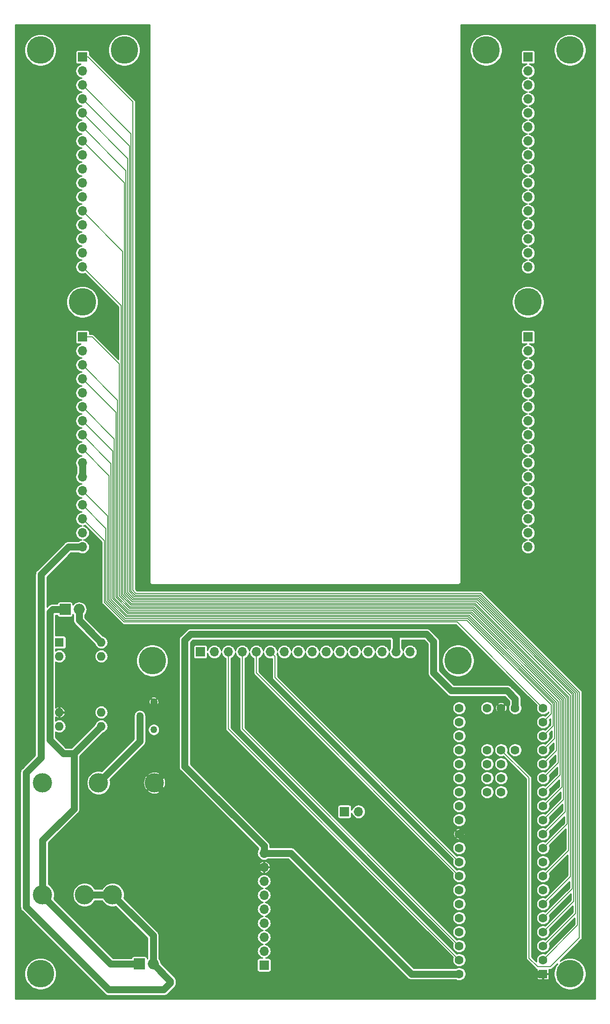
<source format=gtl>
G04 #@! TF.GenerationSoftware,KiCad,Pcbnew,(5.1.2)-1*
G04 #@! TF.CreationDate,2019-06-02T19:05:48-04:00*
G04 #@! TF.ProjectId,converter,636f6e76-6572-4746-9572-2e6b69636164,rev?*
G04 #@! TF.SameCoordinates,Original*
G04 #@! TF.FileFunction,Copper,L1,Top*
G04 #@! TF.FilePolarity,Positive*
%FSLAX46Y46*%
G04 Gerber Fmt 4.6, Leading zero omitted, Abs format (unit mm)*
G04 Created by KiCad (PCBNEW (5.1.2)-1) date 2019-06-02 19:05:48*
%MOMM*%
%LPD*%
G04 APERTURE LIST*
%ADD10R,1.700000X1.700000*%
%ADD11O,1.700000X1.700000*%
%ADD12C,3.500000*%
%ADD13R,1.600000X1.600000*%
%ADD14O,1.600000X1.600000*%
%ADD15C,1.260000*%
%ADD16R,2.000000X2.000000*%
%ADD17O,2.000000X2.000000*%
%ADD18C,1.600000*%
%ADD19O,1.998980X1.998980*%
%ADD20R,1.998980X1.998980*%
%ADD21C,5.000000*%
%ADD22C,1.270000*%
%ADD23C,0.152400*%
%ADD24C,0.254000*%
G04 APERTURE END LIST*
D10*
X77266800Y-94355920D03*
D11*
X77266800Y-96895920D03*
X77266800Y-99435920D03*
X77266800Y-101975920D03*
X77266800Y-104515920D03*
X77266800Y-107055920D03*
X77266800Y-109595920D03*
X77266800Y-112135920D03*
X77266800Y-114675920D03*
X77266800Y-117215920D03*
X77266800Y-119755920D03*
X77266800Y-122295920D03*
X77266800Y-124835920D03*
X77266800Y-127375920D03*
X77266800Y-129915920D03*
X77266800Y-132455920D03*
D12*
X82736700Y-195594920D03*
X77656700Y-195594920D03*
X70036700Y-195594920D03*
X70036700Y-175274920D03*
X80196700Y-175274920D03*
X90356700Y-175274920D03*
D13*
X73069500Y-149778920D03*
D14*
X80689500Y-165018920D03*
X73069500Y-152318920D03*
X80689500Y-162478920D03*
X73069500Y-162478920D03*
X80689500Y-152318920D03*
X73069500Y-165018920D03*
X80689500Y-149778920D03*
D15*
X90239800Y-160547920D03*
X87699800Y-163087920D03*
X90239800Y-165627920D03*
D16*
X74121010Y-143804640D03*
D17*
X76661010Y-143804640D03*
D10*
X98698000Y-151505920D03*
D11*
X101238000Y-151505920D03*
X103778000Y-151505920D03*
X106318000Y-151505920D03*
X108858000Y-151505920D03*
X111398000Y-151505920D03*
X113938000Y-151505920D03*
X116478000Y-151505920D03*
X119018000Y-151505920D03*
X121558000Y-151505920D03*
X124098000Y-151505920D03*
X126638000Y-151505920D03*
X129178000Y-151505920D03*
X131718000Y-151505920D03*
X134258000Y-151505920D03*
X136798000Y-151505920D03*
D10*
X158229300Y-43555920D03*
D11*
X158229300Y-46095920D03*
X158229300Y-48635920D03*
X158229300Y-51175920D03*
X158229300Y-53715920D03*
X158229300Y-56255920D03*
X158229300Y-58795920D03*
X158229300Y-61335920D03*
X158229300Y-63875920D03*
X158229300Y-66415920D03*
X158229300Y-68955920D03*
X158229300Y-71495920D03*
X158229300Y-74035920D03*
X158229300Y-76575920D03*
X158229300Y-79115920D03*
X158229300Y-81655920D03*
D10*
X158229300Y-94355920D03*
D11*
X158229300Y-96895920D03*
X158229300Y-99435920D03*
X158229300Y-101975920D03*
X158229300Y-104515920D03*
X158229300Y-107055920D03*
X158229300Y-109595920D03*
X158229300Y-112135920D03*
X158229300Y-114675920D03*
X158229300Y-117215920D03*
X158229300Y-119755920D03*
X158229300Y-122295920D03*
X158229300Y-124835920D03*
X158229300Y-127375920D03*
X158229300Y-129915920D03*
X158229300Y-132455920D03*
D10*
X77266800Y-43555920D03*
D11*
X77266800Y-46095920D03*
X77266800Y-48635920D03*
X77266800Y-51175920D03*
X77266800Y-53715920D03*
X77266800Y-56255920D03*
X77266800Y-58795920D03*
X77266800Y-61335920D03*
X77266800Y-63875920D03*
X77266800Y-66415920D03*
X77266800Y-68955920D03*
X77266800Y-71495920D03*
X77266800Y-74035920D03*
X77266800Y-76575920D03*
X77266800Y-79115920D03*
X77266800Y-81655920D03*
D10*
X124896880Y-180497480D03*
D11*
X127436880Y-180497480D03*
D10*
X110270300Y-208355920D03*
D11*
X110270300Y-205815920D03*
X110270300Y-203275920D03*
X110270300Y-200735920D03*
X110270300Y-198195920D03*
X110270300Y-195655920D03*
X110270300Y-193115920D03*
X110270300Y-190575920D03*
X110270300Y-188035920D03*
D18*
X160963600Y-189635920D03*
X160963600Y-187095920D03*
X160963600Y-184555920D03*
X160963600Y-192175920D03*
X160963600Y-194715920D03*
X160963600Y-197255920D03*
X160963600Y-199795920D03*
X160963600Y-202335920D03*
X160963600Y-204875920D03*
X160963600Y-207415920D03*
D13*
X160963600Y-209955920D03*
D18*
X160963600Y-182015920D03*
X160963600Y-179475920D03*
X160963600Y-176935920D03*
X160963600Y-174395920D03*
X160963600Y-171855920D03*
X160963600Y-169315920D03*
X160963600Y-166775920D03*
X160963600Y-164235920D03*
X160963600Y-161695920D03*
X155883600Y-161695920D03*
X153343600Y-161695920D03*
X150803600Y-161695920D03*
X145723600Y-161695920D03*
X145723600Y-164235920D03*
X145723600Y-166775920D03*
X145723600Y-169315920D03*
X145723600Y-171855920D03*
X145723600Y-174395920D03*
X145723600Y-176935920D03*
X145723600Y-179475920D03*
X145723600Y-182015920D03*
X145723600Y-184555920D03*
X145723600Y-187095920D03*
X145723600Y-189635920D03*
X145723600Y-192175920D03*
X145723600Y-194715920D03*
X145723600Y-197255920D03*
X145723600Y-199795920D03*
X145723600Y-202335920D03*
X145723600Y-204875920D03*
X145723600Y-207415920D03*
X145723600Y-209955920D03*
X150803600Y-176935920D03*
X150803600Y-174395920D03*
X150803600Y-171855920D03*
X150803600Y-169315920D03*
X153343600Y-176935920D03*
X153343600Y-174395920D03*
X153343600Y-171855920D03*
X153343600Y-169315920D03*
X155883600Y-169315920D03*
D19*
X90138300Y-208142920D03*
D20*
X87598300Y-208142920D03*
D21*
X69646800Y-42285920D03*
X84886800Y-42285920D03*
X69646800Y-209925920D03*
X165849300Y-209925920D03*
X165849300Y-42285920D03*
X150609300Y-42285920D03*
X77266800Y-88005920D03*
X158229300Y-88005920D03*
X145529300Y-153093420D03*
X89966800Y-153093420D03*
D22*
X71323200Y-167462200D02*
X71323200Y-144332450D01*
X71323200Y-144332450D02*
X71851010Y-143804640D01*
X71851010Y-143804640D02*
X74121010Y-143804640D01*
X73832970Y-169971970D02*
X71323200Y-167462200D01*
X75736450Y-169971970D02*
X73832970Y-169971970D01*
X75736450Y-180009800D02*
X75736450Y-169971970D01*
X75736450Y-169971970D02*
X80689500Y-165018920D01*
X70036700Y-185709550D02*
X75736450Y-180009800D01*
X70036700Y-195594920D02*
X70036700Y-185709550D01*
X70036700Y-195773050D02*
X82406570Y-208142920D01*
X82406570Y-208142920D02*
X87598300Y-208142920D01*
X70036700Y-195594920D02*
X70036700Y-195773050D01*
X77266800Y-119755920D02*
X77266800Y-117215920D01*
X141086840Y-155326080D02*
X144297400Y-158536640D01*
X144297400Y-158536640D02*
X154421840Y-158536640D01*
X141086840Y-149641560D02*
X141086840Y-155326080D01*
X139755880Y-148310600D02*
X141086840Y-149641560D01*
X133659880Y-148310600D02*
X139755880Y-148310600D01*
X134258000Y-151505920D02*
X134258000Y-148908720D01*
X134258000Y-148908720D02*
X133659880Y-148310600D01*
X133659880Y-148310600D02*
X96931480Y-148310600D01*
X96931480Y-148310600D02*
X95849440Y-149392640D01*
X95849440Y-149392640D02*
X95849440Y-172305960D01*
X95849440Y-172305960D02*
X110270300Y-186726820D01*
X110270300Y-186726820D02*
X110270300Y-188035920D01*
X155883600Y-159998400D02*
X155883600Y-161695920D01*
X154421840Y-158536640D02*
X155883600Y-159998400D01*
X77266800Y-119755920D02*
X77216000Y-119806720D01*
X137026170Y-209955920D02*
X115106170Y-188035920D01*
X115106170Y-188035920D02*
X110270300Y-188035920D01*
X145723600Y-209955920D02*
X137026170Y-209955920D01*
X147924520Y-168246370D02*
X147924520Y-182355000D01*
X147924520Y-182355000D02*
X145723600Y-184555920D01*
X153343600Y-161695920D02*
X153343600Y-162827290D01*
X153343600Y-162827290D02*
X147924520Y-168246370D01*
X155204160Y-206822040D02*
X158338040Y-209955920D01*
X158338040Y-209955920D02*
X160963600Y-209955920D01*
X155204160Y-194036480D02*
X155204160Y-206822040D01*
X145723600Y-184555920D02*
X155204160Y-194036480D01*
X92088970Y-163769040D02*
X92088970Y-173542650D01*
X92088970Y-173542650D02*
X90356700Y-175274920D01*
X90239800Y-161919870D02*
X92088970Y-163769040D01*
X90239800Y-160547920D02*
X90239800Y-161919870D01*
X110270300Y-190575920D02*
X105657700Y-190575920D01*
X105657700Y-190575920D02*
X90356700Y-175274920D01*
X87699800Y-163087920D02*
X87699800Y-167771820D01*
X87699800Y-167771820D02*
X80196700Y-175274920D01*
X76661010Y-143804640D02*
X76661010Y-145750430D01*
X76661010Y-145750430D02*
X80689500Y-149778920D01*
X77266800Y-132455920D02*
X74762360Y-132455920D01*
X74762360Y-132455920D02*
X69758560Y-137459720D01*
X69758560Y-137459720D02*
X69758560Y-170723560D01*
X69758560Y-170723560D02*
X67045840Y-173436280D01*
X93233240Y-211632800D02*
X93233240Y-211237860D01*
X93233240Y-211237860D02*
X90138300Y-208142920D01*
X67045840Y-173436280D02*
X67045840Y-197789800D01*
X67045840Y-197789800D02*
X82057240Y-212801200D01*
X82057240Y-212801200D02*
X92064840Y-212801200D01*
X92064840Y-212801200D02*
X93233240Y-211632800D01*
X82736700Y-195594920D02*
X77656700Y-195594920D01*
X90138300Y-208142920D02*
X90138300Y-202996520D01*
X90138300Y-202996520D02*
X82736700Y-195594920D01*
D23*
X103778000Y-151505920D02*
X103778000Y-165470320D01*
X103778000Y-165470320D02*
X145723600Y-207415920D01*
X145723600Y-204875920D02*
X106318000Y-165470320D01*
X106318000Y-165470320D02*
X106318000Y-151505920D01*
X145723600Y-192175920D02*
X108858000Y-155310320D01*
X108858000Y-155310320D02*
X108858000Y-151505920D01*
X111398000Y-151505920D02*
X112247999Y-152355919D01*
X112247999Y-152355919D02*
X112247999Y-156160319D01*
X112247999Y-156160319D02*
X145723600Y-189635920D01*
X158399480Y-207086200D02*
X158399480Y-174371800D01*
X158399480Y-174371800D02*
X153343600Y-169315920D01*
X77266800Y-43555920D02*
X78269200Y-43555920D01*
X149629280Y-140898890D02*
X167548560Y-158818170D01*
X86977640Y-140898890D02*
X149629280Y-140898890D01*
X86420950Y-51707670D02*
X86420950Y-140342200D01*
X78269200Y-43555920D02*
X86420950Y-51707670D01*
X86420950Y-140342200D02*
X86977640Y-140898890D01*
X167548560Y-158818170D02*
X167548560Y-203382880D01*
X167548560Y-203382880D02*
X162265360Y-208666080D01*
X162265360Y-208666080D02*
X159979360Y-208666080D01*
X159979360Y-208666080D02*
X158399480Y-207086200D01*
X77266800Y-43555920D02*
X78069440Y-43555920D01*
X167243749Y-201135771D02*
X160963600Y-207415920D01*
X86116139Y-57485259D02*
X86116139Y-140468456D01*
X86851384Y-141203701D02*
X149503024Y-141203701D01*
X86116139Y-140468456D02*
X86851384Y-141203701D01*
X77266800Y-48635920D02*
X86116139Y-57485259D01*
X149503024Y-141203701D02*
X167243749Y-158944426D01*
X167243749Y-158944426D02*
X167243749Y-201135771D01*
X166893240Y-159024984D02*
X166893240Y-198946280D01*
X166893240Y-198946280D02*
X160963600Y-204875920D01*
X86725128Y-141508512D02*
X149376768Y-141508512D01*
X149376768Y-141508512D02*
X166893240Y-159024984D01*
X85811328Y-59720448D02*
X85811328Y-140594712D01*
X77266800Y-51175920D02*
X85811328Y-59720448D01*
X85811328Y-140594712D02*
X86725128Y-141508512D01*
X85506517Y-61955637D02*
X85506517Y-140720968D01*
X149250512Y-141813323D02*
X166552880Y-159115691D01*
X85506517Y-140720968D02*
X86598872Y-141813323D01*
X166552880Y-159115691D02*
X166552880Y-196746640D01*
X166552880Y-196746640D02*
X160963600Y-202335920D01*
X77266800Y-53715920D02*
X85506517Y-61955637D01*
X86598872Y-141813323D02*
X149250512Y-141813323D01*
X86472616Y-142118134D02*
X149124256Y-142118134D01*
X85201706Y-64190826D02*
X85201706Y-140847224D01*
X166237920Y-194521600D02*
X160963600Y-199795920D01*
X149124256Y-142118134D02*
X166237920Y-159231798D01*
X77266800Y-56255920D02*
X85201706Y-64190826D01*
X85201706Y-140847224D02*
X86472616Y-142118134D01*
X166237920Y-159231798D02*
X166237920Y-194521600D01*
X165928040Y-192291480D02*
X160963600Y-197255920D01*
X86346360Y-142422945D02*
X148940585Y-142422945D01*
X148940585Y-142422945D02*
X165928040Y-159410400D01*
X84896895Y-66426015D02*
X84896895Y-140973480D01*
X77266800Y-58795920D02*
X84896895Y-66426015D01*
X84896895Y-140973480D02*
X86346360Y-142422945D01*
X165928040Y-159410400D02*
X165928040Y-192291480D01*
X84592084Y-141099736D02*
X86220104Y-142727756D01*
X165618182Y-159665888D02*
X165618182Y-187521338D01*
X148680050Y-142727756D02*
X165618182Y-159665888D01*
X165618182Y-187521338D02*
X160963600Y-192175920D01*
X86220104Y-142727756D02*
X148680050Y-142727756D01*
X84592084Y-78821204D02*
X84592084Y-141099736D01*
X77266800Y-71495920D02*
X84592084Y-78821204D01*
X165313371Y-182746149D02*
X160963600Y-187095920D01*
X86093848Y-143032567D02*
X148553794Y-143032567D01*
X148553794Y-143032567D02*
X165313371Y-159792144D01*
X84287273Y-88676393D02*
X84287273Y-141225992D01*
X165313371Y-159792144D02*
X165313371Y-182746149D01*
X77266800Y-81655920D02*
X84287273Y-88676393D01*
X84287273Y-141225992D02*
X86093848Y-143032567D01*
X77266800Y-94355920D02*
X78269200Y-94355920D01*
X78274280Y-94361000D02*
X79054960Y-94361000D01*
X78269200Y-94355920D02*
X78274280Y-94361000D01*
X79054960Y-94361000D02*
X83982462Y-99288502D01*
X83982462Y-99288502D02*
X83982462Y-141352248D01*
X85967592Y-143337378D02*
X148427538Y-143337378D01*
X165008560Y-180510960D02*
X160963600Y-184555920D01*
X83982462Y-141352248D02*
X85967592Y-143337378D01*
X148427538Y-143337378D02*
X165008560Y-159918400D01*
X165008560Y-159918400D02*
X165008560Y-180510960D01*
X83677651Y-105846771D02*
X83677651Y-141478504D01*
X77266800Y-99435920D02*
X83677651Y-105846771D01*
X164693600Y-178285920D02*
X160963600Y-182015920D01*
X164693600Y-160055560D02*
X164693600Y-178285920D01*
X148280229Y-143642189D02*
X164693600Y-160055560D01*
X83677651Y-141478504D02*
X85841336Y-143642189D01*
X85841336Y-143642189D02*
X148280229Y-143642189D01*
X164373560Y-160172400D02*
X164373560Y-176065960D01*
X164373560Y-176065960D02*
X160963600Y-179475920D01*
X148148160Y-143947000D02*
X164373560Y-160172400D01*
X85715080Y-143947000D02*
X148148160Y-143947000D01*
X83372840Y-141604760D02*
X85715080Y-143947000D01*
X83372840Y-108081960D02*
X83372840Y-141604760D01*
X77266800Y-101975920D02*
X83372840Y-108081960D01*
X83068029Y-141731016D02*
X85588824Y-144251811D01*
X164058600Y-173840920D02*
X160963600Y-176935920D01*
X164058600Y-160304480D02*
X164058600Y-173840920D01*
X148005931Y-144251811D02*
X164058600Y-160304480D01*
X85588824Y-144251811D02*
X148005931Y-144251811D01*
X83068029Y-112857149D02*
X83068029Y-141731016D01*
X77266800Y-107055920D02*
X83068029Y-112857149D01*
X163743640Y-171615880D02*
X160963600Y-174395920D01*
X82763218Y-115092338D02*
X82763218Y-141857272D01*
X77266800Y-109595920D02*
X82763218Y-115092338D01*
X85462568Y-144556622D02*
X147787502Y-144556622D01*
X147787502Y-144556622D02*
X163743640Y-160512760D01*
X82763218Y-141857272D02*
X85462568Y-144556622D01*
X163743640Y-160512760D02*
X163743640Y-171615880D01*
X163423600Y-169395920D02*
X160963600Y-171855920D01*
X85336312Y-144861433D02*
X147594473Y-144861433D01*
X163423600Y-160690560D02*
X163423600Y-169395920D01*
X82458407Y-141983528D02*
X85336312Y-144861433D01*
X77266800Y-112135920D02*
X82458407Y-117327527D01*
X82458407Y-117327527D02*
X82458407Y-141983528D01*
X147594473Y-144861433D02*
X163423600Y-160690560D01*
X163068011Y-167211509D02*
X160963600Y-169315920D01*
X82153596Y-119562716D02*
X82153596Y-142109784D01*
X147436271Y-145166244D02*
X163068011Y-160797984D01*
X82153596Y-142109784D02*
X85210056Y-145166244D01*
X85210056Y-145166244D02*
X147436271Y-145166244D01*
X77266800Y-114675920D02*
X82153596Y-119562716D01*
X163068011Y-160797984D02*
X163068011Y-167211509D01*
X77266800Y-122295920D02*
X81848785Y-126877905D01*
X85083800Y-145471055D02*
X147310015Y-145471055D01*
X162763200Y-164976320D02*
X160963600Y-166775920D01*
X81848785Y-142236040D02*
X85083800Y-145471055D01*
X81848785Y-126877905D02*
X81848785Y-142236040D01*
X147310015Y-145471055D02*
X162763200Y-160924240D01*
X162763200Y-160924240D02*
X162763200Y-164976320D01*
X162458389Y-162741131D02*
X160963600Y-164235920D01*
X84957544Y-145775866D02*
X147101746Y-145775866D01*
X77266800Y-124835920D02*
X81543974Y-129113094D01*
X81543974Y-142362296D02*
X84957544Y-145775866D01*
X81543974Y-129113094D02*
X81543974Y-142362296D01*
X147101746Y-145775866D02*
X162458389Y-161132509D01*
X162458389Y-161132509D02*
X162458389Y-162741131D01*
X77266800Y-124835920D02*
X77840840Y-124835920D01*
X84831288Y-146080677D02*
X145348357Y-146080677D01*
X77266800Y-127375920D02*
X81239163Y-131348283D01*
X81239163Y-131348283D02*
X81239163Y-142488552D01*
X81239163Y-142488552D02*
X84831288Y-146080677D01*
X145348357Y-146080677D02*
X160963600Y-161695920D01*
X77266800Y-127375920D02*
X77790040Y-127375920D01*
D24*
G36*
X89460001Y-138781014D02*
G01*
X89457548Y-138805920D01*
X89467333Y-138905270D01*
X89496313Y-139000802D01*
X89543372Y-139088845D01*
X89606704Y-139166016D01*
X89683875Y-139229348D01*
X89771918Y-139276407D01*
X89867450Y-139305387D01*
X89941904Y-139312720D01*
X89966800Y-139315172D01*
X89991696Y-139312720D01*
X145504404Y-139312720D01*
X145529300Y-139315172D01*
X145554196Y-139312720D01*
X145628650Y-139305387D01*
X145724182Y-139276407D01*
X145812225Y-139229348D01*
X145889396Y-139166016D01*
X145952728Y-139088845D01*
X145999787Y-139000802D01*
X146028767Y-138905270D01*
X146038552Y-138805920D01*
X146036100Y-138781024D01*
X146036100Y-96895920D01*
X156941298Y-96895920D01*
X156966047Y-97147197D01*
X157039341Y-97388817D01*
X157158365Y-97611496D01*
X157318545Y-97806675D01*
X157513724Y-97966855D01*
X157736403Y-98085879D01*
X157978023Y-98159173D01*
X158046525Y-98165920D01*
X157978023Y-98172667D01*
X157736403Y-98245961D01*
X157513724Y-98364985D01*
X157318545Y-98525165D01*
X157158365Y-98720344D01*
X157039341Y-98943023D01*
X156966047Y-99184643D01*
X156941298Y-99435920D01*
X156966047Y-99687197D01*
X157039341Y-99928817D01*
X157158365Y-100151496D01*
X157318545Y-100346675D01*
X157513724Y-100506855D01*
X157736403Y-100625879D01*
X157978023Y-100699173D01*
X158046525Y-100705920D01*
X157978023Y-100712667D01*
X157736403Y-100785961D01*
X157513724Y-100904985D01*
X157318545Y-101065165D01*
X157158365Y-101260344D01*
X157039341Y-101483023D01*
X156966047Y-101724643D01*
X156941298Y-101975920D01*
X156966047Y-102227197D01*
X157039341Y-102468817D01*
X157158365Y-102691496D01*
X157318545Y-102886675D01*
X157513724Y-103046855D01*
X157736403Y-103165879D01*
X157978023Y-103239173D01*
X158046525Y-103245920D01*
X157978023Y-103252667D01*
X157736403Y-103325961D01*
X157513724Y-103444985D01*
X157318545Y-103605165D01*
X157158365Y-103800344D01*
X157039341Y-104023023D01*
X156966047Y-104264643D01*
X156941298Y-104515920D01*
X156966047Y-104767197D01*
X157039341Y-105008817D01*
X157158365Y-105231496D01*
X157318545Y-105426675D01*
X157513724Y-105586855D01*
X157736403Y-105705879D01*
X157978023Y-105779173D01*
X158046525Y-105785920D01*
X157978023Y-105792667D01*
X157736403Y-105865961D01*
X157513724Y-105984985D01*
X157318545Y-106145165D01*
X157158365Y-106340344D01*
X157039341Y-106563023D01*
X156966047Y-106804643D01*
X156941298Y-107055920D01*
X156966047Y-107307197D01*
X157039341Y-107548817D01*
X157158365Y-107771496D01*
X157318545Y-107966675D01*
X157513724Y-108126855D01*
X157736403Y-108245879D01*
X157978023Y-108319173D01*
X158046525Y-108325920D01*
X157978023Y-108332667D01*
X157736403Y-108405961D01*
X157513724Y-108524985D01*
X157318545Y-108685165D01*
X157158365Y-108880344D01*
X157039341Y-109103023D01*
X156966047Y-109344643D01*
X156941298Y-109595920D01*
X156966047Y-109847197D01*
X157039341Y-110088817D01*
X157158365Y-110311496D01*
X157318545Y-110506675D01*
X157513724Y-110666855D01*
X157736403Y-110785879D01*
X157978023Y-110859173D01*
X158046525Y-110865920D01*
X157978023Y-110872667D01*
X157736403Y-110945961D01*
X157513724Y-111064985D01*
X157318545Y-111225165D01*
X157158365Y-111420344D01*
X157039341Y-111643023D01*
X156966047Y-111884643D01*
X156941298Y-112135920D01*
X156966047Y-112387197D01*
X157039341Y-112628817D01*
X157158365Y-112851496D01*
X157318545Y-113046675D01*
X157513724Y-113206855D01*
X157736403Y-113325879D01*
X157978023Y-113399173D01*
X158046525Y-113405920D01*
X157978023Y-113412667D01*
X157736403Y-113485961D01*
X157513724Y-113604985D01*
X157318545Y-113765165D01*
X157158365Y-113960344D01*
X157039341Y-114183023D01*
X156966047Y-114424643D01*
X156941298Y-114675920D01*
X156966047Y-114927197D01*
X157039341Y-115168817D01*
X157158365Y-115391496D01*
X157318545Y-115586675D01*
X157513724Y-115746855D01*
X157736403Y-115865879D01*
X157978023Y-115939173D01*
X158046525Y-115945920D01*
X157978023Y-115952667D01*
X157736403Y-116025961D01*
X157513724Y-116144985D01*
X157318545Y-116305165D01*
X157158365Y-116500344D01*
X157039341Y-116723023D01*
X156966047Y-116964643D01*
X156941298Y-117215920D01*
X156966047Y-117467197D01*
X157039341Y-117708817D01*
X157158365Y-117931496D01*
X157318545Y-118126675D01*
X157513724Y-118286855D01*
X157736403Y-118405879D01*
X157978023Y-118479173D01*
X158046525Y-118485920D01*
X157978023Y-118492667D01*
X157736403Y-118565961D01*
X157513724Y-118684985D01*
X157318545Y-118845165D01*
X157158365Y-119040344D01*
X157039341Y-119263023D01*
X156966047Y-119504643D01*
X156941298Y-119755920D01*
X156966047Y-120007197D01*
X157039341Y-120248817D01*
X157158365Y-120471496D01*
X157318545Y-120666675D01*
X157513724Y-120826855D01*
X157736403Y-120945879D01*
X157978023Y-121019173D01*
X158046525Y-121025920D01*
X157978023Y-121032667D01*
X157736403Y-121105961D01*
X157513724Y-121224985D01*
X157318545Y-121385165D01*
X157158365Y-121580344D01*
X157039341Y-121803023D01*
X156966047Y-122044643D01*
X156941298Y-122295920D01*
X156966047Y-122547197D01*
X157039341Y-122788817D01*
X157158365Y-123011496D01*
X157318545Y-123206675D01*
X157513724Y-123366855D01*
X157736403Y-123485879D01*
X157978023Y-123559173D01*
X158046525Y-123565920D01*
X157978023Y-123572667D01*
X157736403Y-123645961D01*
X157513724Y-123764985D01*
X157318545Y-123925165D01*
X157158365Y-124120344D01*
X157039341Y-124343023D01*
X156966047Y-124584643D01*
X156941298Y-124835920D01*
X156966047Y-125087197D01*
X157039341Y-125328817D01*
X157158365Y-125551496D01*
X157318545Y-125746675D01*
X157513724Y-125906855D01*
X157736403Y-126025879D01*
X157978023Y-126099173D01*
X158046525Y-126105920D01*
X157978023Y-126112667D01*
X157736403Y-126185961D01*
X157513724Y-126304985D01*
X157318545Y-126465165D01*
X157158365Y-126660344D01*
X157039341Y-126883023D01*
X156966047Y-127124643D01*
X156941298Y-127375920D01*
X156966047Y-127627197D01*
X157039341Y-127868817D01*
X157158365Y-128091496D01*
X157318545Y-128286675D01*
X157513724Y-128446855D01*
X157736403Y-128565879D01*
X157978023Y-128639173D01*
X158046525Y-128645920D01*
X157978023Y-128652667D01*
X157736403Y-128725961D01*
X157513724Y-128844985D01*
X157318545Y-129005165D01*
X157158365Y-129200344D01*
X157039341Y-129423023D01*
X156966047Y-129664643D01*
X156941298Y-129915920D01*
X156966047Y-130167197D01*
X157039341Y-130408817D01*
X157158365Y-130631496D01*
X157318545Y-130826675D01*
X157513724Y-130986855D01*
X157736403Y-131105879D01*
X157978023Y-131179173D01*
X158046525Y-131185920D01*
X157978023Y-131192667D01*
X157736403Y-131265961D01*
X157513724Y-131384985D01*
X157318545Y-131545165D01*
X157158365Y-131740344D01*
X157039341Y-131963023D01*
X156966047Y-132204643D01*
X156941298Y-132455920D01*
X156966047Y-132707197D01*
X157039341Y-132948817D01*
X157158365Y-133171496D01*
X157318545Y-133366675D01*
X157513724Y-133526855D01*
X157736403Y-133645879D01*
X157978023Y-133719173D01*
X158166331Y-133737720D01*
X158292269Y-133737720D01*
X158480577Y-133719173D01*
X158722197Y-133645879D01*
X158944876Y-133526855D01*
X159140055Y-133366675D01*
X159300235Y-133171496D01*
X159419259Y-132948817D01*
X159492553Y-132707197D01*
X159517302Y-132455920D01*
X159492553Y-132204643D01*
X159419259Y-131963023D01*
X159300235Y-131740344D01*
X159140055Y-131545165D01*
X158944876Y-131384985D01*
X158722197Y-131265961D01*
X158480577Y-131192667D01*
X158412075Y-131185920D01*
X158480577Y-131179173D01*
X158722197Y-131105879D01*
X158944876Y-130986855D01*
X159140055Y-130826675D01*
X159300235Y-130631496D01*
X159419259Y-130408817D01*
X159492553Y-130167197D01*
X159517302Y-129915920D01*
X159492553Y-129664643D01*
X159419259Y-129423023D01*
X159300235Y-129200344D01*
X159140055Y-129005165D01*
X158944876Y-128844985D01*
X158722197Y-128725961D01*
X158480577Y-128652667D01*
X158412075Y-128645920D01*
X158480577Y-128639173D01*
X158722197Y-128565879D01*
X158944876Y-128446855D01*
X159140055Y-128286675D01*
X159300235Y-128091496D01*
X159419259Y-127868817D01*
X159492553Y-127627197D01*
X159517302Y-127375920D01*
X159492553Y-127124643D01*
X159419259Y-126883023D01*
X159300235Y-126660344D01*
X159140055Y-126465165D01*
X158944876Y-126304985D01*
X158722197Y-126185961D01*
X158480577Y-126112667D01*
X158412075Y-126105920D01*
X158480577Y-126099173D01*
X158722197Y-126025879D01*
X158944876Y-125906855D01*
X159140055Y-125746675D01*
X159300235Y-125551496D01*
X159419259Y-125328817D01*
X159492553Y-125087197D01*
X159517302Y-124835920D01*
X159492553Y-124584643D01*
X159419259Y-124343023D01*
X159300235Y-124120344D01*
X159140055Y-123925165D01*
X158944876Y-123764985D01*
X158722197Y-123645961D01*
X158480577Y-123572667D01*
X158412075Y-123565920D01*
X158480577Y-123559173D01*
X158722197Y-123485879D01*
X158944876Y-123366855D01*
X159140055Y-123206675D01*
X159300235Y-123011496D01*
X159419259Y-122788817D01*
X159492553Y-122547197D01*
X159517302Y-122295920D01*
X159492553Y-122044643D01*
X159419259Y-121803023D01*
X159300235Y-121580344D01*
X159140055Y-121385165D01*
X158944876Y-121224985D01*
X158722197Y-121105961D01*
X158480577Y-121032667D01*
X158412075Y-121025920D01*
X158480577Y-121019173D01*
X158722197Y-120945879D01*
X158944876Y-120826855D01*
X159140055Y-120666675D01*
X159300235Y-120471496D01*
X159419259Y-120248817D01*
X159492553Y-120007197D01*
X159517302Y-119755920D01*
X159492553Y-119504643D01*
X159419259Y-119263023D01*
X159300235Y-119040344D01*
X159140055Y-118845165D01*
X158944876Y-118684985D01*
X158722197Y-118565961D01*
X158480577Y-118492667D01*
X158412075Y-118485920D01*
X158480577Y-118479173D01*
X158722197Y-118405879D01*
X158944876Y-118286855D01*
X159140055Y-118126675D01*
X159300235Y-117931496D01*
X159419259Y-117708817D01*
X159492553Y-117467197D01*
X159517302Y-117215920D01*
X159492553Y-116964643D01*
X159419259Y-116723023D01*
X159300235Y-116500344D01*
X159140055Y-116305165D01*
X158944876Y-116144985D01*
X158722197Y-116025961D01*
X158480577Y-115952667D01*
X158412075Y-115945920D01*
X158480577Y-115939173D01*
X158722197Y-115865879D01*
X158944876Y-115746855D01*
X159140055Y-115586675D01*
X159300235Y-115391496D01*
X159419259Y-115168817D01*
X159492553Y-114927197D01*
X159517302Y-114675920D01*
X159492553Y-114424643D01*
X159419259Y-114183023D01*
X159300235Y-113960344D01*
X159140055Y-113765165D01*
X158944876Y-113604985D01*
X158722197Y-113485961D01*
X158480577Y-113412667D01*
X158412075Y-113405920D01*
X158480577Y-113399173D01*
X158722197Y-113325879D01*
X158944876Y-113206855D01*
X159140055Y-113046675D01*
X159300235Y-112851496D01*
X159419259Y-112628817D01*
X159492553Y-112387197D01*
X159517302Y-112135920D01*
X159492553Y-111884643D01*
X159419259Y-111643023D01*
X159300235Y-111420344D01*
X159140055Y-111225165D01*
X158944876Y-111064985D01*
X158722197Y-110945961D01*
X158480577Y-110872667D01*
X158412075Y-110865920D01*
X158480577Y-110859173D01*
X158722197Y-110785879D01*
X158944876Y-110666855D01*
X159140055Y-110506675D01*
X159300235Y-110311496D01*
X159419259Y-110088817D01*
X159492553Y-109847197D01*
X159517302Y-109595920D01*
X159492553Y-109344643D01*
X159419259Y-109103023D01*
X159300235Y-108880344D01*
X159140055Y-108685165D01*
X158944876Y-108524985D01*
X158722197Y-108405961D01*
X158480577Y-108332667D01*
X158412075Y-108325920D01*
X158480577Y-108319173D01*
X158722197Y-108245879D01*
X158944876Y-108126855D01*
X159140055Y-107966675D01*
X159300235Y-107771496D01*
X159419259Y-107548817D01*
X159492553Y-107307197D01*
X159517302Y-107055920D01*
X159492553Y-106804643D01*
X159419259Y-106563023D01*
X159300235Y-106340344D01*
X159140055Y-106145165D01*
X158944876Y-105984985D01*
X158722197Y-105865961D01*
X158480577Y-105792667D01*
X158412075Y-105785920D01*
X158480577Y-105779173D01*
X158722197Y-105705879D01*
X158944876Y-105586855D01*
X159140055Y-105426675D01*
X159300235Y-105231496D01*
X159419259Y-105008817D01*
X159492553Y-104767197D01*
X159517302Y-104515920D01*
X159492553Y-104264643D01*
X159419259Y-104023023D01*
X159300235Y-103800344D01*
X159140055Y-103605165D01*
X158944876Y-103444985D01*
X158722197Y-103325961D01*
X158480577Y-103252667D01*
X158412075Y-103245920D01*
X158480577Y-103239173D01*
X158722197Y-103165879D01*
X158944876Y-103046855D01*
X159140055Y-102886675D01*
X159300235Y-102691496D01*
X159419259Y-102468817D01*
X159492553Y-102227197D01*
X159517302Y-101975920D01*
X159492553Y-101724643D01*
X159419259Y-101483023D01*
X159300235Y-101260344D01*
X159140055Y-101065165D01*
X158944876Y-100904985D01*
X158722197Y-100785961D01*
X158480577Y-100712667D01*
X158412075Y-100705920D01*
X158480577Y-100699173D01*
X158722197Y-100625879D01*
X158944876Y-100506855D01*
X159140055Y-100346675D01*
X159300235Y-100151496D01*
X159419259Y-99928817D01*
X159492553Y-99687197D01*
X159517302Y-99435920D01*
X159492553Y-99184643D01*
X159419259Y-98943023D01*
X159300235Y-98720344D01*
X159140055Y-98525165D01*
X158944876Y-98364985D01*
X158722197Y-98245961D01*
X158480577Y-98172667D01*
X158412075Y-98165920D01*
X158480577Y-98159173D01*
X158722197Y-98085879D01*
X158944876Y-97966855D01*
X159140055Y-97806675D01*
X159300235Y-97611496D01*
X159419259Y-97388817D01*
X159492553Y-97147197D01*
X159517302Y-96895920D01*
X159492553Y-96644643D01*
X159419259Y-96403023D01*
X159300235Y-96180344D01*
X159140055Y-95985165D01*
X158944876Y-95824985D01*
X158722197Y-95705961D01*
X158504121Y-95639809D01*
X159079300Y-95639809D01*
X159163948Y-95631472D01*
X159245342Y-95606781D01*
X159320356Y-95566686D01*
X159386106Y-95512726D01*
X159440066Y-95446976D01*
X159480161Y-95371962D01*
X159504852Y-95290568D01*
X159513189Y-95205920D01*
X159513189Y-93505920D01*
X159504852Y-93421272D01*
X159480161Y-93339878D01*
X159440066Y-93264864D01*
X159386106Y-93199114D01*
X159320356Y-93145154D01*
X159245342Y-93105059D01*
X159163948Y-93080368D01*
X159079300Y-93072031D01*
X157379300Y-93072031D01*
X157294652Y-93080368D01*
X157213258Y-93105059D01*
X157138244Y-93145154D01*
X157072494Y-93199114D01*
X157018534Y-93264864D01*
X156978439Y-93339878D01*
X156953748Y-93421272D01*
X156945411Y-93505920D01*
X156945411Y-95205920D01*
X156953748Y-95290568D01*
X156978439Y-95371962D01*
X157018534Y-95446976D01*
X157072494Y-95512726D01*
X157138244Y-95566686D01*
X157213258Y-95606781D01*
X157294652Y-95631472D01*
X157379300Y-95639809D01*
X157954479Y-95639809D01*
X157736403Y-95705961D01*
X157513724Y-95824985D01*
X157318545Y-95985165D01*
X157158365Y-96180344D01*
X157039341Y-96403023D01*
X156966047Y-96644643D01*
X156941298Y-96895920D01*
X146036100Y-96895920D01*
X146036100Y-87717163D01*
X155297500Y-87717163D01*
X155297500Y-88294677D01*
X155410167Y-88861095D01*
X155631172Y-89394648D01*
X155952022Y-89874834D01*
X156360386Y-90283198D01*
X156840572Y-90604048D01*
X157374125Y-90825053D01*
X157940543Y-90937720D01*
X158518057Y-90937720D01*
X159084475Y-90825053D01*
X159618028Y-90604048D01*
X160098214Y-90283198D01*
X160506578Y-89874834D01*
X160827428Y-89394648D01*
X161048433Y-88861095D01*
X161161100Y-88294677D01*
X161161100Y-87717163D01*
X161048433Y-87150745D01*
X160827428Y-86617192D01*
X160506578Y-86137006D01*
X160098214Y-85728642D01*
X159618028Y-85407792D01*
X159084475Y-85186787D01*
X158518057Y-85074120D01*
X157940543Y-85074120D01*
X157374125Y-85186787D01*
X156840572Y-85407792D01*
X156360386Y-85728642D01*
X155952022Y-86137006D01*
X155631172Y-86617192D01*
X155410167Y-87150745D01*
X155297500Y-87717163D01*
X146036100Y-87717163D01*
X146036100Y-46095920D01*
X156941298Y-46095920D01*
X156966047Y-46347197D01*
X157039341Y-46588817D01*
X157158365Y-46811496D01*
X157318545Y-47006675D01*
X157513724Y-47166855D01*
X157736403Y-47285879D01*
X157978023Y-47359173D01*
X158046525Y-47365920D01*
X157978023Y-47372667D01*
X157736403Y-47445961D01*
X157513724Y-47564985D01*
X157318545Y-47725165D01*
X157158365Y-47920344D01*
X157039341Y-48143023D01*
X156966047Y-48384643D01*
X156941298Y-48635920D01*
X156966047Y-48887197D01*
X157039341Y-49128817D01*
X157158365Y-49351496D01*
X157318545Y-49546675D01*
X157513724Y-49706855D01*
X157736403Y-49825879D01*
X157978023Y-49899173D01*
X158046525Y-49905920D01*
X157978023Y-49912667D01*
X157736403Y-49985961D01*
X157513724Y-50104985D01*
X157318545Y-50265165D01*
X157158365Y-50460344D01*
X157039341Y-50683023D01*
X156966047Y-50924643D01*
X156941298Y-51175920D01*
X156966047Y-51427197D01*
X157039341Y-51668817D01*
X157158365Y-51891496D01*
X157318545Y-52086675D01*
X157513724Y-52246855D01*
X157736403Y-52365879D01*
X157978023Y-52439173D01*
X158046525Y-52445920D01*
X157978023Y-52452667D01*
X157736403Y-52525961D01*
X157513724Y-52644985D01*
X157318545Y-52805165D01*
X157158365Y-53000344D01*
X157039341Y-53223023D01*
X156966047Y-53464643D01*
X156941298Y-53715920D01*
X156966047Y-53967197D01*
X157039341Y-54208817D01*
X157158365Y-54431496D01*
X157318545Y-54626675D01*
X157513724Y-54786855D01*
X157736403Y-54905879D01*
X157978023Y-54979173D01*
X158046525Y-54985920D01*
X157978023Y-54992667D01*
X157736403Y-55065961D01*
X157513724Y-55184985D01*
X157318545Y-55345165D01*
X157158365Y-55540344D01*
X157039341Y-55763023D01*
X156966047Y-56004643D01*
X156941298Y-56255920D01*
X156966047Y-56507197D01*
X157039341Y-56748817D01*
X157158365Y-56971496D01*
X157318545Y-57166675D01*
X157513724Y-57326855D01*
X157736403Y-57445879D01*
X157978023Y-57519173D01*
X158046525Y-57525920D01*
X157978023Y-57532667D01*
X157736403Y-57605961D01*
X157513724Y-57724985D01*
X157318545Y-57885165D01*
X157158365Y-58080344D01*
X157039341Y-58303023D01*
X156966047Y-58544643D01*
X156941298Y-58795920D01*
X156966047Y-59047197D01*
X157039341Y-59288817D01*
X157158365Y-59511496D01*
X157318545Y-59706675D01*
X157513724Y-59866855D01*
X157736403Y-59985879D01*
X157978023Y-60059173D01*
X158046525Y-60065920D01*
X157978023Y-60072667D01*
X157736403Y-60145961D01*
X157513724Y-60264985D01*
X157318545Y-60425165D01*
X157158365Y-60620344D01*
X157039341Y-60843023D01*
X156966047Y-61084643D01*
X156941298Y-61335920D01*
X156966047Y-61587197D01*
X157039341Y-61828817D01*
X157158365Y-62051496D01*
X157318545Y-62246675D01*
X157513724Y-62406855D01*
X157736403Y-62525879D01*
X157978023Y-62599173D01*
X158046525Y-62605920D01*
X157978023Y-62612667D01*
X157736403Y-62685961D01*
X157513724Y-62804985D01*
X157318545Y-62965165D01*
X157158365Y-63160344D01*
X157039341Y-63383023D01*
X156966047Y-63624643D01*
X156941298Y-63875920D01*
X156966047Y-64127197D01*
X157039341Y-64368817D01*
X157158365Y-64591496D01*
X157318545Y-64786675D01*
X157513724Y-64946855D01*
X157736403Y-65065879D01*
X157978023Y-65139173D01*
X158046525Y-65145920D01*
X157978023Y-65152667D01*
X157736403Y-65225961D01*
X157513724Y-65344985D01*
X157318545Y-65505165D01*
X157158365Y-65700344D01*
X157039341Y-65923023D01*
X156966047Y-66164643D01*
X156941298Y-66415920D01*
X156966047Y-66667197D01*
X157039341Y-66908817D01*
X157158365Y-67131496D01*
X157318545Y-67326675D01*
X157513724Y-67486855D01*
X157736403Y-67605879D01*
X157978023Y-67679173D01*
X158046525Y-67685920D01*
X157978023Y-67692667D01*
X157736403Y-67765961D01*
X157513724Y-67884985D01*
X157318545Y-68045165D01*
X157158365Y-68240344D01*
X157039341Y-68463023D01*
X156966047Y-68704643D01*
X156941298Y-68955920D01*
X156966047Y-69207197D01*
X157039341Y-69448817D01*
X157158365Y-69671496D01*
X157318545Y-69866675D01*
X157513724Y-70026855D01*
X157736403Y-70145879D01*
X157978023Y-70219173D01*
X158046525Y-70225920D01*
X157978023Y-70232667D01*
X157736403Y-70305961D01*
X157513724Y-70424985D01*
X157318545Y-70585165D01*
X157158365Y-70780344D01*
X157039341Y-71003023D01*
X156966047Y-71244643D01*
X156941298Y-71495920D01*
X156966047Y-71747197D01*
X157039341Y-71988817D01*
X157158365Y-72211496D01*
X157318545Y-72406675D01*
X157513724Y-72566855D01*
X157736403Y-72685879D01*
X157978023Y-72759173D01*
X158046525Y-72765920D01*
X157978023Y-72772667D01*
X157736403Y-72845961D01*
X157513724Y-72964985D01*
X157318545Y-73125165D01*
X157158365Y-73320344D01*
X157039341Y-73543023D01*
X156966047Y-73784643D01*
X156941298Y-74035920D01*
X156966047Y-74287197D01*
X157039341Y-74528817D01*
X157158365Y-74751496D01*
X157318545Y-74946675D01*
X157513724Y-75106855D01*
X157736403Y-75225879D01*
X157978023Y-75299173D01*
X158046525Y-75305920D01*
X157978023Y-75312667D01*
X157736403Y-75385961D01*
X157513724Y-75504985D01*
X157318545Y-75665165D01*
X157158365Y-75860344D01*
X157039341Y-76083023D01*
X156966047Y-76324643D01*
X156941298Y-76575920D01*
X156966047Y-76827197D01*
X157039341Y-77068817D01*
X157158365Y-77291496D01*
X157318545Y-77486675D01*
X157513724Y-77646855D01*
X157736403Y-77765879D01*
X157978023Y-77839173D01*
X158046525Y-77845920D01*
X157978023Y-77852667D01*
X157736403Y-77925961D01*
X157513724Y-78044985D01*
X157318545Y-78205165D01*
X157158365Y-78400344D01*
X157039341Y-78623023D01*
X156966047Y-78864643D01*
X156941298Y-79115920D01*
X156966047Y-79367197D01*
X157039341Y-79608817D01*
X157158365Y-79831496D01*
X157318545Y-80026675D01*
X157513724Y-80186855D01*
X157736403Y-80305879D01*
X157978023Y-80379173D01*
X158046525Y-80385920D01*
X157978023Y-80392667D01*
X157736403Y-80465961D01*
X157513724Y-80584985D01*
X157318545Y-80745165D01*
X157158365Y-80940344D01*
X157039341Y-81163023D01*
X156966047Y-81404643D01*
X156941298Y-81655920D01*
X156966047Y-81907197D01*
X157039341Y-82148817D01*
X157158365Y-82371496D01*
X157318545Y-82566675D01*
X157513724Y-82726855D01*
X157736403Y-82845879D01*
X157978023Y-82919173D01*
X158166331Y-82937720D01*
X158292269Y-82937720D01*
X158480577Y-82919173D01*
X158722197Y-82845879D01*
X158944876Y-82726855D01*
X159140055Y-82566675D01*
X159300235Y-82371496D01*
X159419259Y-82148817D01*
X159492553Y-81907197D01*
X159517302Y-81655920D01*
X159492553Y-81404643D01*
X159419259Y-81163023D01*
X159300235Y-80940344D01*
X159140055Y-80745165D01*
X158944876Y-80584985D01*
X158722197Y-80465961D01*
X158480577Y-80392667D01*
X158412075Y-80385920D01*
X158480577Y-80379173D01*
X158722197Y-80305879D01*
X158944876Y-80186855D01*
X159140055Y-80026675D01*
X159300235Y-79831496D01*
X159419259Y-79608817D01*
X159492553Y-79367197D01*
X159517302Y-79115920D01*
X159492553Y-78864643D01*
X159419259Y-78623023D01*
X159300235Y-78400344D01*
X159140055Y-78205165D01*
X158944876Y-78044985D01*
X158722197Y-77925961D01*
X158480577Y-77852667D01*
X158412075Y-77845920D01*
X158480577Y-77839173D01*
X158722197Y-77765879D01*
X158944876Y-77646855D01*
X159140055Y-77486675D01*
X159300235Y-77291496D01*
X159419259Y-77068817D01*
X159492553Y-76827197D01*
X159517302Y-76575920D01*
X159492553Y-76324643D01*
X159419259Y-76083023D01*
X159300235Y-75860344D01*
X159140055Y-75665165D01*
X158944876Y-75504985D01*
X158722197Y-75385961D01*
X158480577Y-75312667D01*
X158412075Y-75305920D01*
X158480577Y-75299173D01*
X158722197Y-75225879D01*
X158944876Y-75106855D01*
X159140055Y-74946675D01*
X159300235Y-74751496D01*
X159419259Y-74528817D01*
X159492553Y-74287197D01*
X159517302Y-74035920D01*
X159492553Y-73784643D01*
X159419259Y-73543023D01*
X159300235Y-73320344D01*
X159140055Y-73125165D01*
X158944876Y-72964985D01*
X158722197Y-72845961D01*
X158480577Y-72772667D01*
X158412075Y-72765920D01*
X158480577Y-72759173D01*
X158722197Y-72685879D01*
X158944876Y-72566855D01*
X159140055Y-72406675D01*
X159300235Y-72211496D01*
X159419259Y-71988817D01*
X159492553Y-71747197D01*
X159517302Y-71495920D01*
X159492553Y-71244643D01*
X159419259Y-71003023D01*
X159300235Y-70780344D01*
X159140055Y-70585165D01*
X158944876Y-70424985D01*
X158722197Y-70305961D01*
X158480577Y-70232667D01*
X158412075Y-70225920D01*
X158480577Y-70219173D01*
X158722197Y-70145879D01*
X158944876Y-70026855D01*
X159140055Y-69866675D01*
X159300235Y-69671496D01*
X159419259Y-69448817D01*
X159492553Y-69207197D01*
X159517302Y-68955920D01*
X159492553Y-68704643D01*
X159419259Y-68463023D01*
X159300235Y-68240344D01*
X159140055Y-68045165D01*
X158944876Y-67884985D01*
X158722197Y-67765961D01*
X158480577Y-67692667D01*
X158412075Y-67685920D01*
X158480577Y-67679173D01*
X158722197Y-67605879D01*
X158944876Y-67486855D01*
X159140055Y-67326675D01*
X159300235Y-67131496D01*
X159419259Y-66908817D01*
X159492553Y-66667197D01*
X159517302Y-66415920D01*
X159492553Y-66164643D01*
X159419259Y-65923023D01*
X159300235Y-65700344D01*
X159140055Y-65505165D01*
X158944876Y-65344985D01*
X158722197Y-65225961D01*
X158480577Y-65152667D01*
X158412075Y-65145920D01*
X158480577Y-65139173D01*
X158722197Y-65065879D01*
X158944876Y-64946855D01*
X159140055Y-64786675D01*
X159300235Y-64591496D01*
X159419259Y-64368817D01*
X159492553Y-64127197D01*
X159517302Y-63875920D01*
X159492553Y-63624643D01*
X159419259Y-63383023D01*
X159300235Y-63160344D01*
X159140055Y-62965165D01*
X158944876Y-62804985D01*
X158722197Y-62685961D01*
X158480577Y-62612667D01*
X158412075Y-62605920D01*
X158480577Y-62599173D01*
X158722197Y-62525879D01*
X158944876Y-62406855D01*
X159140055Y-62246675D01*
X159300235Y-62051496D01*
X159419259Y-61828817D01*
X159492553Y-61587197D01*
X159517302Y-61335920D01*
X159492553Y-61084643D01*
X159419259Y-60843023D01*
X159300235Y-60620344D01*
X159140055Y-60425165D01*
X158944876Y-60264985D01*
X158722197Y-60145961D01*
X158480577Y-60072667D01*
X158412075Y-60065920D01*
X158480577Y-60059173D01*
X158722197Y-59985879D01*
X158944876Y-59866855D01*
X159140055Y-59706675D01*
X159300235Y-59511496D01*
X159419259Y-59288817D01*
X159492553Y-59047197D01*
X159517302Y-58795920D01*
X159492553Y-58544643D01*
X159419259Y-58303023D01*
X159300235Y-58080344D01*
X159140055Y-57885165D01*
X158944876Y-57724985D01*
X158722197Y-57605961D01*
X158480577Y-57532667D01*
X158412075Y-57525920D01*
X158480577Y-57519173D01*
X158722197Y-57445879D01*
X158944876Y-57326855D01*
X159140055Y-57166675D01*
X159300235Y-56971496D01*
X159419259Y-56748817D01*
X159492553Y-56507197D01*
X159517302Y-56255920D01*
X159492553Y-56004643D01*
X159419259Y-55763023D01*
X159300235Y-55540344D01*
X159140055Y-55345165D01*
X158944876Y-55184985D01*
X158722197Y-55065961D01*
X158480577Y-54992667D01*
X158412075Y-54985920D01*
X158480577Y-54979173D01*
X158722197Y-54905879D01*
X158944876Y-54786855D01*
X159140055Y-54626675D01*
X159300235Y-54431496D01*
X159419259Y-54208817D01*
X159492553Y-53967197D01*
X159517302Y-53715920D01*
X159492553Y-53464643D01*
X159419259Y-53223023D01*
X159300235Y-53000344D01*
X159140055Y-52805165D01*
X158944876Y-52644985D01*
X158722197Y-52525961D01*
X158480577Y-52452667D01*
X158412075Y-52445920D01*
X158480577Y-52439173D01*
X158722197Y-52365879D01*
X158944876Y-52246855D01*
X159140055Y-52086675D01*
X159300235Y-51891496D01*
X159419259Y-51668817D01*
X159492553Y-51427197D01*
X159517302Y-51175920D01*
X159492553Y-50924643D01*
X159419259Y-50683023D01*
X159300235Y-50460344D01*
X159140055Y-50265165D01*
X158944876Y-50104985D01*
X158722197Y-49985961D01*
X158480577Y-49912667D01*
X158412075Y-49905920D01*
X158480577Y-49899173D01*
X158722197Y-49825879D01*
X158944876Y-49706855D01*
X159140055Y-49546675D01*
X159300235Y-49351496D01*
X159419259Y-49128817D01*
X159492553Y-48887197D01*
X159517302Y-48635920D01*
X159492553Y-48384643D01*
X159419259Y-48143023D01*
X159300235Y-47920344D01*
X159140055Y-47725165D01*
X158944876Y-47564985D01*
X158722197Y-47445961D01*
X158480577Y-47372667D01*
X158412075Y-47365920D01*
X158480577Y-47359173D01*
X158722197Y-47285879D01*
X158944876Y-47166855D01*
X159140055Y-47006675D01*
X159300235Y-46811496D01*
X159419259Y-46588817D01*
X159492553Y-46347197D01*
X159517302Y-46095920D01*
X159492553Y-45844643D01*
X159419259Y-45603023D01*
X159300235Y-45380344D01*
X159140055Y-45185165D01*
X158944876Y-45024985D01*
X158722197Y-44905961D01*
X158504121Y-44839809D01*
X159079300Y-44839809D01*
X159163948Y-44831472D01*
X159245342Y-44806781D01*
X159320356Y-44766686D01*
X159386106Y-44712726D01*
X159440066Y-44646976D01*
X159480161Y-44571962D01*
X159504852Y-44490568D01*
X159513189Y-44405920D01*
X159513189Y-42705920D01*
X159504852Y-42621272D01*
X159480161Y-42539878D01*
X159440066Y-42464864D01*
X159386106Y-42399114D01*
X159320356Y-42345154D01*
X159245342Y-42305059D01*
X159163948Y-42280368D01*
X159079300Y-42272031D01*
X157379300Y-42272031D01*
X157294652Y-42280368D01*
X157213258Y-42305059D01*
X157138244Y-42345154D01*
X157072494Y-42399114D01*
X157018534Y-42464864D01*
X156978439Y-42539878D01*
X156953748Y-42621272D01*
X156945411Y-42705920D01*
X156945411Y-44405920D01*
X156953748Y-44490568D01*
X156978439Y-44571962D01*
X157018534Y-44646976D01*
X157072494Y-44712726D01*
X157138244Y-44766686D01*
X157213258Y-44806781D01*
X157294652Y-44831472D01*
X157379300Y-44839809D01*
X157954479Y-44839809D01*
X157736403Y-44905961D01*
X157513724Y-45024985D01*
X157318545Y-45185165D01*
X157158365Y-45380344D01*
X157039341Y-45603023D01*
X156966047Y-45844643D01*
X156941298Y-46095920D01*
X146036100Y-46095920D01*
X146036100Y-41997163D01*
X147677500Y-41997163D01*
X147677500Y-42574677D01*
X147790167Y-43141095D01*
X148011172Y-43674648D01*
X148332022Y-44154834D01*
X148740386Y-44563198D01*
X149220572Y-44884048D01*
X149754125Y-45105053D01*
X150320543Y-45217720D01*
X150898057Y-45217720D01*
X151464475Y-45105053D01*
X151998028Y-44884048D01*
X152478214Y-44563198D01*
X152886578Y-44154834D01*
X153207428Y-43674648D01*
X153428433Y-43141095D01*
X153541100Y-42574677D01*
X153541100Y-41997163D01*
X162917500Y-41997163D01*
X162917500Y-42574677D01*
X163030167Y-43141095D01*
X163251172Y-43674648D01*
X163572022Y-44154834D01*
X163980386Y-44563198D01*
X164460572Y-44884048D01*
X164994125Y-45105053D01*
X165560543Y-45217720D01*
X166138057Y-45217720D01*
X166704475Y-45105053D01*
X167238028Y-44884048D01*
X167718214Y-44563198D01*
X168126578Y-44154834D01*
X168447428Y-43674648D01*
X168668433Y-43141095D01*
X168781100Y-42574677D01*
X168781100Y-41997163D01*
X168668433Y-41430745D01*
X168447428Y-40897192D01*
X168126578Y-40417006D01*
X167718214Y-40008642D01*
X167238028Y-39687792D01*
X166704475Y-39466787D01*
X166138057Y-39354120D01*
X165560543Y-39354120D01*
X164994125Y-39466787D01*
X164460572Y-39687792D01*
X163980386Y-40008642D01*
X163572022Y-40417006D01*
X163251172Y-40897192D01*
X163030167Y-41430745D01*
X162917500Y-41997163D01*
X153541100Y-41997163D01*
X153428433Y-41430745D01*
X153207428Y-40897192D01*
X152886578Y-40417006D01*
X152478214Y-40008642D01*
X151998028Y-39687792D01*
X151464475Y-39466787D01*
X150898057Y-39354120D01*
X150320543Y-39354120D01*
X149754125Y-39466787D01*
X149220572Y-39687792D01*
X148740386Y-40008642D01*
X148332022Y-40417006D01*
X148011172Y-40897192D01*
X147790167Y-41430745D01*
X147677500Y-41997163D01*
X146036100Y-41997163D01*
X146036100Y-37712720D01*
X170422500Y-37712720D01*
X170422501Y-214499120D01*
X65073600Y-214499120D01*
X65073600Y-209637163D01*
X66715000Y-209637163D01*
X66715000Y-210214677D01*
X66827667Y-210781095D01*
X67048672Y-211314648D01*
X67369522Y-211794834D01*
X67777886Y-212203198D01*
X68258072Y-212524048D01*
X68791625Y-212745053D01*
X69358043Y-212857720D01*
X69935557Y-212857720D01*
X70501975Y-212745053D01*
X71035528Y-212524048D01*
X71515714Y-212203198D01*
X71924078Y-211794834D01*
X72244928Y-211314648D01*
X72465933Y-210781095D01*
X72578600Y-210214677D01*
X72578600Y-209637163D01*
X72465933Y-209070745D01*
X72244928Y-208537192D01*
X71924078Y-208057006D01*
X71515714Y-207648642D01*
X71035528Y-207327792D01*
X70501975Y-207106787D01*
X69935557Y-206994120D01*
X69358043Y-206994120D01*
X68791625Y-207106787D01*
X68258072Y-207327792D01*
X67777886Y-207648642D01*
X67369522Y-208057006D01*
X67048672Y-208537192D01*
X66827667Y-209070745D01*
X66715000Y-209637163D01*
X65073600Y-209637163D01*
X65073600Y-173436280D01*
X65973879Y-173436280D01*
X65979040Y-173488679D01*
X65979041Y-197737391D01*
X65973879Y-197789800D01*
X65994477Y-197998928D01*
X66055477Y-198200021D01*
X66154537Y-198385350D01*
X66227849Y-198474680D01*
X66287850Y-198547791D01*
X66328554Y-198581196D01*
X81265844Y-213518487D01*
X81299249Y-213559191D01*
X81461690Y-213692503D01*
X81647018Y-213791563D01*
X81848111Y-213852564D01*
X82004838Y-213868000D01*
X82004848Y-213868000D01*
X82057239Y-213873160D01*
X82109630Y-213868000D01*
X92012441Y-213868000D01*
X92064840Y-213873161D01*
X92117239Y-213868000D01*
X92117242Y-213868000D01*
X92273969Y-213852564D01*
X92475062Y-213791563D01*
X92660390Y-213692503D01*
X92822831Y-213559191D01*
X92856240Y-213518482D01*
X93950527Y-212424196D01*
X93991231Y-212390791D01*
X94037197Y-212334782D01*
X94124543Y-212228351D01*
X94223603Y-212043022D01*
X94263986Y-211909897D01*
X94284604Y-211841929D01*
X94300040Y-211685202D01*
X94300040Y-211685200D01*
X94305201Y-211632801D01*
X94300040Y-211580402D01*
X94300040Y-211290258D01*
X94305201Y-211237859D01*
X94295600Y-211140382D01*
X94284604Y-211028732D01*
X94229544Y-210847223D01*
X94223603Y-210827638D01*
X94124543Y-210642309D01*
X94024635Y-210520572D01*
X93991231Y-210479869D01*
X93950527Y-210446464D01*
X91568816Y-208064754D01*
X91548880Y-207862338D01*
X91467037Y-207592539D01*
X91334132Y-207343891D01*
X91205100Y-207186664D01*
X91205100Y-203048918D01*
X91210261Y-202996519D01*
X91202665Y-202919396D01*
X91189664Y-202787391D01*
X91128663Y-202586298D01*
X91048062Y-202435504D01*
X91029603Y-202400969D01*
X90929695Y-202279232D01*
X90896291Y-202238529D01*
X90855587Y-202205124D01*
X84842475Y-196192013D01*
X84918500Y-195809809D01*
X84918500Y-195380031D01*
X84834655Y-194958512D01*
X84670186Y-194561450D01*
X84431415Y-194204103D01*
X84127517Y-193900205D01*
X83770170Y-193661434D01*
X83373108Y-193496965D01*
X82951589Y-193413120D01*
X82521811Y-193413120D01*
X82100292Y-193496965D01*
X81703230Y-193661434D01*
X81345883Y-193900205D01*
X81041985Y-194204103D01*
X80825484Y-194528120D01*
X79567916Y-194528120D01*
X79351415Y-194204103D01*
X79047517Y-193900205D01*
X78690170Y-193661434D01*
X78293108Y-193496965D01*
X77871589Y-193413120D01*
X77441811Y-193413120D01*
X77020292Y-193496965D01*
X76623230Y-193661434D01*
X76265883Y-193900205D01*
X75961985Y-194204103D01*
X75723214Y-194561450D01*
X75558745Y-194958512D01*
X75474900Y-195380031D01*
X75474900Y-195809809D01*
X75558745Y-196231328D01*
X75723214Y-196628390D01*
X75961985Y-196985737D01*
X76265883Y-197289635D01*
X76623230Y-197528406D01*
X77020292Y-197692875D01*
X77441811Y-197776720D01*
X77871589Y-197776720D01*
X78293108Y-197692875D01*
X78690170Y-197528406D01*
X79047517Y-197289635D01*
X79351415Y-196985737D01*
X79567916Y-196661720D01*
X80825484Y-196661720D01*
X81041985Y-196985737D01*
X81345883Y-197289635D01*
X81703230Y-197528406D01*
X82100292Y-197692875D01*
X82521811Y-197776720D01*
X82951589Y-197776720D01*
X83333793Y-197700695D01*
X89071501Y-203438404D01*
X89071500Y-207186664D01*
X89031679Y-207235186D01*
X89031679Y-207143430D01*
X89023342Y-207058782D01*
X88998651Y-206977388D01*
X88958556Y-206902374D01*
X88904596Y-206836624D01*
X88838846Y-206782664D01*
X88763832Y-206742569D01*
X88682438Y-206717878D01*
X88597790Y-206709541D01*
X86598810Y-206709541D01*
X86514162Y-206717878D01*
X86432768Y-206742569D01*
X86357754Y-206782664D01*
X86292004Y-206836624D01*
X86238044Y-206902374D01*
X86197949Y-206977388D01*
X86173258Y-207058782D01*
X86171550Y-207076120D01*
X82848453Y-207076120D01*
X72096287Y-196323955D01*
X72134655Y-196231328D01*
X72218500Y-195809809D01*
X72218500Y-195380031D01*
X72134655Y-194958512D01*
X71970186Y-194561450D01*
X71731415Y-194204103D01*
X71427517Y-193900205D01*
X71103500Y-193683704D01*
X71103500Y-193115920D01*
X108982298Y-193115920D01*
X109007047Y-193367197D01*
X109080341Y-193608817D01*
X109199365Y-193831496D01*
X109359545Y-194026675D01*
X109554724Y-194186855D01*
X109777403Y-194305879D01*
X110019023Y-194379173D01*
X110087525Y-194385920D01*
X110019023Y-194392667D01*
X109777403Y-194465961D01*
X109554724Y-194584985D01*
X109359545Y-194745165D01*
X109199365Y-194940344D01*
X109080341Y-195163023D01*
X109007047Y-195404643D01*
X108982298Y-195655920D01*
X109007047Y-195907197D01*
X109080341Y-196148817D01*
X109199365Y-196371496D01*
X109359545Y-196566675D01*
X109554724Y-196726855D01*
X109777403Y-196845879D01*
X110019023Y-196919173D01*
X110087525Y-196925920D01*
X110019023Y-196932667D01*
X109777403Y-197005961D01*
X109554724Y-197124985D01*
X109359545Y-197285165D01*
X109199365Y-197480344D01*
X109080341Y-197703023D01*
X109007047Y-197944643D01*
X108982298Y-198195920D01*
X109007047Y-198447197D01*
X109080341Y-198688817D01*
X109199365Y-198911496D01*
X109359545Y-199106675D01*
X109554724Y-199266855D01*
X109777403Y-199385879D01*
X110019023Y-199459173D01*
X110087525Y-199465920D01*
X110019023Y-199472667D01*
X109777403Y-199545961D01*
X109554724Y-199664985D01*
X109359545Y-199825165D01*
X109199365Y-200020344D01*
X109080341Y-200243023D01*
X109007047Y-200484643D01*
X108982298Y-200735920D01*
X109007047Y-200987197D01*
X109080341Y-201228817D01*
X109199365Y-201451496D01*
X109359545Y-201646675D01*
X109554724Y-201806855D01*
X109777403Y-201925879D01*
X110019023Y-201999173D01*
X110087525Y-202005920D01*
X110019023Y-202012667D01*
X109777403Y-202085961D01*
X109554724Y-202204985D01*
X109359545Y-202365165D01*
X109199365Y-202560344D01*
X109080341Y-202783023D01*
X109007047Y-203024643D01*
X108982298Y-203275920D01*
X109007047Y-203527197D01*
X109080341Y-203768817D01*
X109199365Y-203991496D01*
X109359545Y-204186675D01*
X109554724Y-204346855D01*
X109777403Y-204465879D01*
X110019023Y-204539173D01*
X110087525Y-204545920D01*
X110019023Y-204552667D01*
X109777403Y-204625961D01*
X109554724Y-204744985D01*
X109359545Y-204905165D01*
X109199365Y-205100344D01*
X109080341Y-205323023D01*
X109007047Y-205564643D01*
X108982298Y-205815920D01*
X109007047Y-206067197D01*
X109080341Y-206308817D01*
X109199365Y-206531496D01*
X109359545Y-206726675D01*
X109554724Y-206886855D01*
X109777403Y-207005879D01*
X109995479Y-207072031D01*
X109420300Y-207072031D01*
X109335652Y-207080368D01*
X109254258Y-207105059D01*
X109179244Y-207145154D01*
X109113494Y-207199114D01*
X109059534Y-207264864D01*
X109019439Y-207339878D01*
X108994748Y-207421272D01*
X108986411Y-207505920D01*
X108986411Y-209205920D01*
X108994748Y-209290568D01*
X109019439Y-209371962D01*
X109059534Y-209446976D01*
X109113494Y-209512726D01*
X109179244Y-209566686D01*
X109254258Y-209606781D01*
X109335652Y-209631472D01*
X109420300Y-209639809D01*
X111120300Y-209639809D01*
X111204948Y-209631472D01*
X111286342Y-209606781D01*
X111361356Y-209566686D01*
X111427106Y-209512726D01*
X111481066Y-209446976D01*
X111521161Y-209371962D01*
X111545852Y-209290568D01*
X111554189Y-209205920D01*
X111554189Y-207505920D01*
X111545852Y-207421272D01*
X111521161Y-207339878D01*
X111481066Y-207264864D01*
X111427106Y-207199114D01*
X111361356Y-207145154D01*
X111286342Y-207105059D01*
X111204948Y-207080368D01*
X111120300Y-207072031D01*
X110545121Y-207072031D01*
X110763197Y-207005879D01*
X110985876Y-206886855D01*
X111181055Y-206726675D01*
X111341235Y-206531496D01*
X111460259Y-206308817D01*
X111533553Y-206067197D01*
X111558302Y-205815920D01*
X111533553Y-205564643D01*
X111460259Y-205323023D01*
X111341235Y-205100344D01*
X111181055Y-204905165D01*
X110985876Y-204744985D01*
X110763197Y-204625961D01*
X110521577Y-204552667D01*
X110453075Y-204545920D01*
X110521577Y-204539173D01*
X110763197Y-204465879D01*
X110985876Y-204346855D01*
X111181055Y-204186675D01*
X111341235Y-203991496D01*
X111460259Y-203768817D01*
X111533553Y-203527197D01*
X111558302Y-203275920D01*
X111533553Y-203024643D01*
X111460259Y-202783023D01*
X111341235Y-202560344D01*
X111181055Y-202365165D01*
X110985876Y-202204985D01*
X110763197Y-202085961D01*
X110521577Y-202012667D01*
X110453075Y-202005920D01*
X110521577Y-201999173D01*
X110763197Y-201925879D01*
X110985876Y-201806855D01*
X111181055Y-201646675D01*
X111341235Y-201451496D01*
X111460259Y-201228817D01*
X111533553Y-200987197D01*
X111558302Y-200735920D01*
X111533553Y-200484643D01*
X111460259Y-200243023D01*
X111341235Y-200020344D01*
X111181055Y-199825165D01*
X110985876Y-199664985D01*
X110763197Y-199545961D01*
X110521577Y-199472667D01*
X110453075Y-199465920D01*
X110521577Y-199459173D01*
X110763197Y-199385879D01*
X110985876Y-199266855D01*
X111181055Y-199106675D01*
X111341235Y-198911496D01*
X111460259Y-198688817D01*
X111533553Y-198447197D01*
X111558302Y-198195920D01*
X111533553Y-197944643D01*
X111460259Y-197703023D01*
X111341235Y-197480344D01*
X111181055Y-197285165D01*
X110985876Y-197124985D01*
X110763197Y-197005961D01*
X110521577Y-196932667D01*
X110453075Y-196925920D01*
X110521577Y-196919173D01*
X110763197Y-196845879D01*
X110985876Y-196726855D01*
X111181055Y-196566675D01*
X111341235Y-196371496D01*
X111460259Y-196148817D01*
X111533553Y-195907197D01*
X111558302Y-195655920D01*
X111533553Y-195404643D01*
X111460259Y-195163023D01*
X111341235Y-194940344D01*
X111181055Y-194745165D01*
X110985876Y-194584985D01*
X110763197Y-194465961D01*
X110521577Y-194392667D01*
X110453075Y-194385920D01*
X110521577Y-194379173D01*
X110763197Y-194305879D01*
X110985876Y-194186855D01*
X111181055Y-194026675D01*
X111341235Y-193831496D01*
X111460259Y-193608817D01*
X111533553Y-193367197D01*
X111558302Y-193115920D01*
X111533553Y-192864643D01*
X111460259Y-192623023D01*
X111341235Y-192400344D01*
X111181055Y-192205165D01*
X110985876Y-192044985D01*
X110763197Y-191925961D01*
X110521577Y-191852667D01*
X110333269Y-191834120D01*
X110207331Y-191834120D01*
X110019023Y-191852667D01*
X109777403Y-191925961D01*
X109554724Y-192044985D01*
X109359545Y-192205165D01*
X109199365Y-192400344D01*
X109080341Y-192623023D01*
X109007047Y-192864643D01*
X108982298Y-193115920D01*
X71103500Y-193115920D01*
X71103500Y-190815036D01*
X109166503Y-190815036D01*
X109219678Y-190990342D01*
X109320715Y-191187345D01*
X109458244Y-191360852D01*
X109626980Y-191504194D01*
X109820438Y-191611863D01*
X110031184Y-191679721D01*
X110206800Y-191633687D01*
X110206800Y-190639420D01*
X110333800Y-190639420D01*
X110333800Y-191633687D01*
X110509416Y-191679721D01*
X110720162Y-191611863D01*
X110913620Y-191504194D01*
X111082356Y-191360852D01*
X111219885Y-191187345D01*
X111320922Y-190990342D01*
X111374097Y-190815036D01*
X111327945Y-190639420D01*
X110333800Y-190639420D01*
X110206800Y-190639420D01*
X109212655Y-190639420D01*
X109166503Y-190815036D01*
X71103500Y-190815036D01*
X71103500Y-190336804D01*
X109166503Y-190336804D01*
X109212655Y-190512420D01*
X110206800Y-190512420D01*
X110206800Y-189518153D01*
X110333800Y-189518153D01*
X110333800Y-190512420D01*
X111327945Y-190512420D01*
X111374097Y-190336804D01*
X111320922Y-190161498D01*
X111219885Y-189964495D01*
X111082356Y-189790988D01*
X110913620Y-189647646D01*
X110720162Y-189539977D01*
X110509416Y-189472119D01*
X110333800Y-189518153D01*
X110206800Y-189518153D01*
X110031184Y-189472119D01*
X109820438Y-189539977D01*
X109626980Y-189647646D01*
X109458244Y-189790988D01*
X109320715Y-189964495D01*
X109219678Y-190161498D01*
X109166503Y-190336804D01*
X71103500Y-190336804D01*
X71103500Y-186151432D01*
X76453737Y-180801196D01*
X76494441Y-180767791D01*
X76627753Y-180605350D01*
X76726813Y-180420022D01*
X76787814Y-180218929D01*
X76803250Y-180062202D01*
X76803250Y-180062201D01*
X76808411Y-180009800D01*
X76803250Y-179957398D01*
X76803250Y-175060031D01*
X78014900Y-175060031D01*
X78014900Y-175489809D01*
X78098745Y-175911328D01*
X78263214Y-176308390D01*
X78501985Y-176665737D01*
X78805883Y-176969635D01*
X79163230Y-177208406D01*
X79560292Y-177372875D01*
X79981811Y-177456720D01*
X80411589Y-177456720D01*
X80833108Y-177372875D01*
X81230170Y-177208406D01*
X81587517Y-176969635D01*
X81845501Y-176711651D01*
X89009771Y-176711651D01*
X89210032Y-176961207D01*
X89561043Y-177152510D01*
X89942631Y-177271658D01*
X90340132Y-177314072D01*
X90738269Y-177278122D01*
X91121742Y-177165191D01*
X91475816Y-176979618D01*
X91503368Y-176961207D01*
X91703629Y-176711651D01*
X90356700Y-175364723D01*
X89009771Y-176711651D01*
X81845501Y-176711651D01*
X81891415Y-176665737D01*
X82130186Y-176308390D01*
X82294655Y-175911328D01*
X82378500Y-175489809D01*
X82378500Y-175258352D01*
X88317548Y-175258352D01*
X88353498Y-175656489D01*
X88466429Y-176039962D01*
X88652002Y-176394036D01*
X88670413Y-176421588D01*
X88919969Y-176621849D01*
X90266897Y-175274920D01*
X90446503Y-175274920D01*
X91793431Y-176621849D01*
X92042987Y-176421588D01*
X92234290Y-176070577D01*
X92353438Y-175688989D01*
X92395852Y-175291488D01*
X92359902Y-174893351D01*
X92246971Y-174509878D01*
X92061398Y-174155804D01*
X92042987Y-174128252D01*
X91793431Y-173927991D01*
X90446503Y-175274920D01*
X90266897Y-175274920D01*
X88919969Y-173927991D01*
X88670413Y-174128252D01*
X88479110Y-174479263D01*
X88359962Y-174860851D01*
X88317548Y-175258352D01*
X82378500Y-175258352D01*
X82378500Y-175060031D01*
X82302475Y-174677827D01*
X83142113Y-173838189D01*
X89009771Y-173838189D01*
X90356700Y-175185117D01*
X91703629Y-173838189D01*
X91503368Y-173588633D01*
X91152357Y-173397330D01*
X90770769Y-173278182D01*
X90373268Y-173235768D01*
X89975131Y-173271718D01*
X89591658Y-173384649D01*
X89237584Y-173570222D01*
X89210032Y-173588633D01*
X89009771Y-173838189D01*
X83142113Y-173838189D01*
X88417087Y-168563216D01*
X88457791Y-168529811D01*
X88591103Y-168367370D01*
X88690163Y-168182042D01*
X88751164Y-167980949D01*
X88766600Y-167824222D01*
X88766600Y-167824219D01*
X88771761Y-167771820D01*
X88766600Y-167719421D01*
X88766600Y-165523342D01*
X89178000Y-165523342D01*
X89178000Y-165732498D01*
X89218804Y-165937636D01*
X89298845Y-166130871D01*
X89415046Y-166304778D01*
X89562942Y-166452674D01*
X89736849Y-166568875D01*
X89930084Y-166648916D01*
X90135222Y-166689720D01*
X90344378Y-166689720D01*
X90549516Y-166648916D01*
X90742751Y-166568875D01*
X90916658Y-166452674D01*
X91064554Y-166304778D01*
X91180755Y-166130871D01*
X91260796Y-165937636D01*
X91301600Y-165732498D01*
X91301600Y-165523342D01*
X91260796Y-165318204D01*
X91180755Y-165124969D01*
X91064554Y-164951062D01*
X90916658Y-164803166D01*
X90742751Y-164686965D01*
X90549516Y-164606924D01*
X90344378Y-164566120D01*
X90135222Y-164566120D01*
X89930084Y-164606924D01*
X89736849Y-164686965D01*
X89562942Y-164803166D01*
X89415046Y-164951062D01*
X89298845Y-165124969D01*
X89218804Y-165318204D01*
X89178000Y-165523342D01*
X88766600Y-165523342D01*
X88766600Y-163035518D01*
X88761600Y-162984751D01*
X88761600Y-162983342D01*
X88761325Y-162981960D01*
X88751164Y-162878791D01*
X88721072Y-162779590D01*
X88720796Y-162778204D01*
X88720255Y-162776898D01*
X88690163Y-162677698D01*
X88641295Y-162586272D01*
X88640755Y-162584969D01*
X88639971Y-162583796D01*
X88591103Y-162492370D01*
X88525337Y-162412235D01*
X88524554Y-162411062D01*
X88523557Y-162410065D01*
X88457791Y-162329929D01*
X88377655Y-162264163D01*
X88376658Y-162263166D01*
X88375485Y-162262383D01*
X88295350Y-162196617D01*
X88203926Y-162147750D01*
X88202751Y-162146965D01*
X88201446Y-162146424D01*
X88110021Y-162097557D01*
X88010825Y-162067466D01*
X88009516Y-162066924D01*
X88008127Y-162066648D01*
X87908928Y-162036556D01*
X87805761Y-162026395D01*
X87804378Y-162026120D01*
X87802968Y-162026120D01*
X87699800Y-162015959D01*
X87596632Y-162026120D01*
X87595222Y-162026120D01*
X87593840Y-162026395D01*
X87490671Y-162036556D01*
X87391470Y-162066648D01*
X87390084Y-162066924D01*
X87388778Y-162067465D01*
X87289578Y-162097557D01*
X87198152Y-162146425D01*
X87196849Y-162146965D01*
X87195676Y-162147749D01*
X87104250Y-162196617D01*
X87024115Y-162262383D01*
X87022942Y-162263166D01*
X87021945Y-162264163D01*
X86941809Y-162329929D01*
X86876043Y-162410065D01*
X86875046Y-162411062D01*
X86874263Y-162412235D01*
X86808497Y-162492370D01*
X86759630Y-162583794D01*
X86758845Y-162584969D01*
X86758304Y-162586274D01*
X86709437Y-162677699D01*
X86679346Y-162776895D01*
X86678804Y-162778204D01*
X86678528Y-162779593D01*
X86648436Y-162878792D01*
X86638275Y-162981959D01*
X86638000Y-162983342D01*
X86638000Y-162984752D01*
X86633000Y-163035519D01*
X86633001Y-167329936D01*
X80793793Y-173169145D01*
X80411589Y-173093120D01*
X79981811Y-173093120D01*
X79560292Y-173176965D01*
X79163230Y-173341434D01*
X78805883Y-173580205D01*
X78501985Y-173884103D01*
X78263214Y-174241450D01*
X78098745Y-174638512D01*
X78014900Y-175060031D01*
X76803250Y-175060031D01*
X76803250Y-170413852D01*
X81007385Y-166209718D01*
X81163170Y-166162461D01*
X81377163Y-166048080D01*
X81564728Y-165894148D01*
X81718660Y-165706583D01*
X81833041Y-165492590D01*
X81903477Y-165260395D01*
X81927260Y-165018920D01*
X81903477Y-164777445D01*
X81833041Y-164545250D01*
X81718660Y-164331257D01*
X81564728Y-164143692D01*
X81377163Y-163989760D01*
X81163170Y-163875379D01*
X80930975Y-163804943D01*
X80750013Y-163787120D01*
X80628987Y-163787120D01*
X80448025Y-163804943D01*
X80215830Y-163875379D01*
X80001837Y-163989760D01*
X79814272Y-164143692D01*
X79660340Y-164331257D01*
X79545959Y-164545250D01*
X79498702Y-164701035D01*
X75294568Y-168905170D01*
X74274853Y-168905170D01*
X72390000Y-167020318D01*
X72390000Y-166052443D01*
X72595830Y-166162461D01*
X72828025Y-166232897D01*
X73008987Y-166250720D01*
X73130013Y-166250720D01*
X73310975Y-166232897D01*
X73543170Y-166162461D01*
X73757163Y-166048080D01*
X73944728Y-165894148D01*
X74098660Y-165706583D01*
X74213041Y-165492590D01*
X74283477Y-165260395D01*
X74307260Y-165018920D01*
X74283477Y-164777445D01*
X74213041Y-164545250D01*
X74098660Y-164331257D01*
X73944728Y-164143692D01*
X73757163Y-163989760D01*
X73543170Y-163875379D01*
X73310975Y-163804943D01*
X73130013Y-163787120D01*
X73008987Y-163787120D01*
X72828025Y-163804943D01*
X72595830Y-163875379D01*
X72390000Y-163985397D01*
X72390000Y-163311244D01*
X72452348Y-163364489D01*
X72636972Y-163467874D01*
X72838218Y-163533254D01*
X73006000Y-163486604D01*
X73006000Y-162542420D01*
X73133000Y-162542420D01*
X73133000Y-163486604D01*
X73300782Y-163533254D01*
X73502028Y-163467874D01*
X73686652Y-163364489D01*
X73847560Y-163227073D01*
X73978567Y-163060905D01*
X74074639Y-162872372D01*
X74123831Y-162710201D01*
X74077051Y-162542420D01*
X73133000Y-162542420D01*
X73006000Y-162542420D01*
X72986000Y-162542420D01*
X72986000Y-162478920D01*
X79451740Y-162478920D01*
X79475523Y-162720395D01*
X79545959Y-162952590D01*
X79660340Y-163166583D01*
X79814272Y-163354148D01*
X80001837Y-163508080D01*
X80215830Y-163622461D01*
X80448025Y-163692897D01*
X80628987Y-163710720D01*
X80750013Y-163710720D01*
X80930975Y-163692897D01*
X81163170Y-163622461D01*
X81377163Y-163508080D01*
X81564728Y-163354148D01*
X81718660Y-163166583D01*
X81833041Y-162952590D01*
X81903477Y-162720395D01*
X81927260Y-162478920D01*
X81903477Y-162237445D01*
X81833041Y-162005250D01*
X81718660Y-161791257D01*
X81564728Y-161603692D01*
X81377163Y-161449760D01*
X81163170Y-161335379D01*
X80930975Y-161264943D01*
X80750013Y-161247120D01*
X80628987Y-161247120D01*
X80448025Y-161264943D01*
X80215830Y-161335379D01*
X80001837Y-161449760D01*
X79814272Y-161603692D01*
X79660340Y-161791257D01*
X79545959Y-162005250D01*
X79475523Y-162237445D01*
X79451740Y-162478920D01*
X72986000Y-162478920D01*
X72986000Y-162415420D01*
X73006000Y-162415420D01*
X73006000Y-161471236D01*
X73133000Y-161471236D01*
X73133000Y-162415420D01*
X74077051Y-162415420D01*
X74123831Y-162247639D01*
X74074639Y-162085468D01*
X73978567Y-161896935D01*
X73847560Y-161730767D01*
X73686652Y-161593351D01*
X73502028Y-161489966D01*
X73300782Y-161424586D01*
X73133000Y-161471236D01*
X73006000Y-161471236D01*
X72838218Y-161424586D01*
X72636972Y-161489966D01*
X72452348Y-161593351D01*
X72390000Y-161646596D01*
X72390000Y-161187893D01*
X89689630Y-161187893D01*
X89755353Y-161322736D01*
X89915821Y-161402360D01*
X90088739Y-161449147D01*
X90267461Y-161461300D01*
X90445122Y-161438353D01*
X90614892Y-161381187D01*
X90724247Y-161322736D01*
X90789970Y-161187893D01*
X90239800Y-160637723D01*
X89689630Y-161187893D01*
X72390000Y-161187893D01*
X72390000Y-160575581D01*
X89326420Y-160575581D01*
X89349367Y-160753242D01*
X89406533Y-160923012D01*
X89464984Y-161032367D01*
X89599827Y-161098090D01*
X90149997Y-160547920D01*
X90329603Y-160547920D01*
X90879773Y-161098090D01*
X91014616Y-161032367D01*
X91094240Y-160871899D01*
X91141027Y-160698981D01*
X91153180Y-160520259D01*
X91130233Y-160342598D01*
X91073067Y-160172828D01*
X91014616Y-160063473D01*
X90879773Y-159997750D01*
X90329603Y-160547920D01*
X90149997Y-160547920D01*
X89599827Y-159997750D01*
X89464984Y-160063473D01*
X89385360Y-160223941D01*
X89338573Y-160396859D01*
X89326420Y-160575581D01*
X72390000Y-160575581D01*
X72390000Y-159907947D01*
X89689630Y-159907947D01*
X90239800Y-160458117D01*
X90789970Y-159907947D01*
X90724247Y-159773104D01*
X90563779Y-159693480D01*
X90390861Y-159646693D01*
X90212139Y-159634540D01*
X90034478Y-159657487D01*
X89864708Y-159714653D01*
X89755353Y-159773104D01*
X89689630Y-159907947D01*
X72390000Y-159907947D01*
X72390000Y-153352443D01*
X72595830Y-153462461D01*
X72828025Y-153532897D01*
X73008987Y-153550720D01*
X73130013Y-153550720D01*
X73310975Y-153532897D01*
X73543170Y-153462461D01*
X73757163Y-153348080D01*
X73944728Y-153194148D01*
X74098660Y-153006583D01*
X74213041Y-152792590D01*
X74283477Y-152560395D01*
X74307260Y-152318920D01*
X79451740Y-152318920D01*
X79475523Y-152560395D01*
X79545959Y-152792590D01*
X79660340Y-153006583D01*
X79814272Y-153194148D01*
X80001837Y-153348080D01*
X80215830Y-153462461D01*
X80448025Y-153532897D01*
X80628987Y-153550720D01*
X80750013Y-153550720D01*
X80930975Y-153532897D01*
X81163170Y-153462461D01*
X81377163Y-153348080D01*
X81564728Y-153194148D01*
X81718660Y-153006583D01*
X81826587Y-152804663D01*
X87035000Y-152804663D01*
X87035000Y-153382177D01*
X87147667Y-153948595D01*
X87368672Y-154482148D01*
X87689522Y-154962334D01*
X88097886Y-155370698D01*
X88578072Y-155691548D01*
X89111625Y-155912553D01*
X89678043Y-156025220D01*
X90255557Y-156025220D01*
X90821975Y-155912553D01*
X91355528Y-155691548D01*
X91835714Y-155370698D01*
X92244078Y-154962334D01*
X92564928Y-154482148D01*
X92785933Y-153948595D01*
X92898600Y-153382177D01*
X92898600Y-152804663D01*
X92785933Y-152238245D01*
X92564928Y-151704692D01*
X92244078Y-151224506D01*
X91835714Y-150816142D01*
X91355528Y-150495292D01*
X90821975Y-150274287D01*
X90255557Y-150161620D01*
X89678043Y-150161620D01*
X89111625Y-150274287D01*
X88578072Y-150495292D01*
X88097886Y-150816142D01*
X87689522Y-151224506D01*
X87368672Y-151704692D01*
X87147667Y-152238245D01*
X87035000Y-152804663D01*
X81826587Y-152804663D01*
X81833041Y-152792590D01*
X81903477Y-152560395D01*
X81927260Y-152318920D01*
X81903477Y-152077445D01*
X81833041Y-151845250D01*
X81718660Y-151631257D01*
X81564728Y-151443692D01*
X81377163Y-151289760D01*
X81163170Y-151175379D01*
X80930975Y-151104943D01*
X80750013Y-151087120D01*
X80628987Y-151087120D01*
X80448025Y-151104943D01*
X80215830Y-151175379D01*
X80001837Y-151289760D01*
X79814272Y-151443692D01*
X79660340Y-151631257D01*
X79545959Y-151845250D01*
X79475523Y-152077445D01*
X79451740Y-152318920D01*
X74307260Y-152318920D01*
X74283477Y-152077445D01*
X74213041Y-151845250D01*
X74098660Y-151631257D01*
X73944728Y-151443692D01*
X73757163Y-151289760D01*
X73543170Y-151175379D01*
X73310975Y-151104943D01*
X73130013Y-151087120D01*
X73008987Y-151087120D01*
X72828025Y-151104943D01*
X72595830Y-151175379D01*
X72390000Y-151285397D01*
X72390000Y-151012809D01*
X73869500Y-151012809D01*
X73954148Y-151004472D01*
X74035542Y-150979781D01*
X74110556Y-150939686D01*
X74176306Y-150885726D01*
X74230266Y-150819976D01*
X74270361Y-150744962D01*
X74295052Y-150663568D01*
X74303389Y-150578920D01*
X74303389Y-148978920D01*
X74295052Y-148894272D01*
X74270361Y-148812878D01*
X74230266Y-148737864D01*
X74176306Y-148672114D01*
X74110556Y-148618154D01*
X74035542Y-148578059D01*
X73954148Y-148553368D01*
X73869500Y-148545031D01*
X72390000Y-148545031D01*
X72390000Y-144871440D01*
X72693700Y-144871440D01*
X72695458Y-144889288D01*
X72720149Y-144970682D01*
X72760244Y-145045696D01*
X72814204Y-145111446D01*
X72879954Y-145165406D01*
X72954968Y-145205501D01*
X73036362Y-145230192D01*
X73121010Y-145238529D01*
X75121010Y-145238529D01*
X75205658Y-145230192D01*
X75287052Y-145205501D01*
X75362066Y-145165406D01*
X75427816Y-145111446D01*
X75481776Y-145045696D01*
X75521871Y-144970682D01*
X75546562Y-144889288D01*
X75554899Y-144804640D01*
X75554899Y-144713799D01*
X75594210Y-144761700D01*
X75594211Y-145698022D01*
X75589049Y-145750430D01*
X75603336Y-145895484D01*
X75609647Y-145959559D01*
X75628151Y-146020559D01*
X75670647Y-146160651D01*
X75769707Y-146345980D01*
X75848201Y-146441624D01*
X75903020Y-146508421D01*
X75943724Y-146541826D01*
X79498702Y-150096805D01*
X79545959Y-150252590D01*
X79660340Y-150466583D01*
X79814272Y-150654148D01*
X80001837Y-150808080D01*
X80215830Y-150922461D01*
X80448025Y-150992897D01*
X80628987Y-151010720D01*
X80750013Y-151010720D01*
X80930975Y-150992897D01*
X81163170Y-150922461D01*
X81377163Y-150808080D01*
X81564728Y-150654148D01*
X81718660Y-150466583D01*
X81833041Y-150252590D01*
X81903477Y-150020395D01*
X81927260Y-149778920D01*
X81903477Y-149537445D01*
X81859551Y-149392640D01*
X94777479Y-149392640D01*
X94782640Y-149445039D01*
X94782641Y-172253551D01*
X94777479Y-172305960D01*
X94783430Y-172366377D01*
X94798077Y-172515089D01*
X94816581Y-172576089D01*
X94859077Y-172716181D01*
X94958137Y-172901510D01*
X94995903Y-172947527D01*
X95091450Y-173063951D01*
X95132154Y-173097356D01*
X109203500Y-187168703D01*
X109203500Y-187315306D01*
X109199365Y-187320344D01*
X109080341Y-187543023D01*
X109007047Y-187784643D01*
X108982298Y-188035920D01*
X109007047Y-188287197D01*
X109080341Y-188528817D01*
X109199365Y-188751496D01*
X109359545Y-188946675D01*
X109554724Y-189106855D01*
X109777403Y-189225879D01*
X110019023Y-189299173D01*
X110207331Y-189317720D01*
X110333269Y-189317720D01*
X110521577Y-189299173D01*
X110763197Y-189225879D01*
X110985876Y-189106855D01*
X110990914Y-189102720D01*
X114664288Y-189102720D01*
X136234774Y-210673207D01*
X136268179Y-210713911D01*
X136430620Y-210847223D01*
X136615948Y-210946283D01*
X136817041Y-211007284D01*
X136973768Y-211022720D01*
X136973778Y-211022720D01*
X137026169Y-211027880D01*
X137078560Y-211022720D01*
X145102998Y-211022720D01*
X145140124Y-211047527D01*
X145364297Y-211140382D01*
X145602278Y-211187720D01*
X145844922Y-211187720D01*
X146082903Y-211140382D01*
X146307076Y-211047527D01*
X146508827Y-210912721D01*
X146665628Y-210755920D01*
X159882848Y-210755920D01*
X159888243Y-210810692D01*
X159904219Y-210863359D01*
X159930163Y-210911897D01*
X159965078Y-210954442D01*
X160007623Y-210989357D01*
X160056161Y-211015301D01*
X160108828Y-211031277D01*
X160163600Y-211036672D01*
X160830250Y-211035320D01*
X160900100Y-210965470D01*
X160900100Y-210019420D01*
X161027100Y-210019420D01*
X161027100Y-210965470D01*
X161096950Y-211035320D01*
X161763600Y-211036672D01*
X161818372Y-211031277D01*
X161871039Y-211015301D01*
X161919577Y-210989357D01*
X161962122Y-210954442D01*
X161997037Y-210911897D01*
X162022981Y-210863359D01*
X162038957Y-210810692D01*
X162044352Y-210755920D01*
X162043000Y-210089270D01*
X161973150Y-210019420D01*
X161027100Y-210019420D01*
X160900100Y-210019420D01*
X159954050Y-210019420D01*
X159884200Y-210089270D01*
X159882848Y-210755920D01*
X146665628Y-210755920D01*
X146680401Y-210741147D01*
X146815207Y-210539396D01*
X146908062Y-210315223D01*
X146955400Y-210077242D01*
X146955400Y-209834598D01*
X146908062Y-209596617D01*
X146815207Y-209372444D01*
X146680401Y-209170693D01*
X146508827Y-208999119D01*
X146307076Y-208864313D01*
X146082903Y-208771458D01*
X145844922Y-208724120D01*
X145602278Y-208724120D01*
X145364297Y-208771458D01*
X145140124Y-208864313D01*
X145102998Y-208889120D01*
X137468053Y-208889120D01*
X115897570Y-187318638D01*
X115864161Y-187277929D01*
X115701720Y-187144617D01*
X115516392Y-187045557D01*
X115315299Y-186984556D01*
X115158572Y-186969120D01*
X115158569Y-186969120D01*
X115106170Y-186963959D01*
X115053771Y-186969120D01*
X111337100Y-186969120D01*
X111337100Y-186779219D01*
X111342261Y-186726820D01*
X111337100Y-186674418D01*
X111321664Y-186517691D01*
X111260663Y-186316598D01*
X111161603Y-186131270D01*
X111028291Y-185968829D01*
X110987587Y-185935424D01*
X96916240Y-171864078D01*
X96916240Y-149834522D01*
X97373363Y-149377400D01*
X133191201Y-149377400D01*
X133191200Y-150785305D01*
X133187065Y-150790344D01*
X133068041Y-151013023D01*
X132994747Y-151254643D01*
X132988000Y-151323145D01*
X132981253Y-151254643D01*
X132907959Y-151013023D01*
X132788935Y-150790344D01*
X132628755Y-150595165D01*
X132433576Y-150434985D01*
X132210897Y-150315961D01*
X131969277Y-150242667D01*
X131780969Y-150224120D01*
X131655031Y-150224120D01*
X131466723Y-150242667D01*
X131225103Y-150315961D01*
X131002424Y-150434985D01*
X130807245Y-150595165D01*
X130647065Y-150790344D01*
X130528041Y-151013023D01*
X130454747Y-151254643D01*
X130448000Y-151323145D01*
X130441253Y-151254643D01*
X130367959Y-151013023D01*
X130248935Y-150790344D01*
X130088755Y-150595165D01*
X129893576Y-150434985D01*
X129670897Y-150315961D01*
X129429277Y-150242667D01*
X129240969Y-150224120D01*
X129115031Y-150224120D01*
X128926723Y-150242667D01*
X128685103Y-150315961D01*
X128462424Y-150434985D01*
X128267245Y-150595165D01*
X128107065Y-150790344D01*
X127988041Y-151013023D01*
X127914747Y-151254643D01*
X127908000Y-151323145D01*
X127901253Y-151254643D01*
X127827959Y-151013023D01*
X127708935Y-150790344D01*
X127548755Y-150595165D01*
X127353576Y-150434985D01*
X127130897Y-150315961D01*
X126889277Y-150242667D01*
X126700969Y-150224120D01*
X126575031Y-150224120D01*
X126386723Y-150242667D01*
X126145103Y-150315961D01*
X125922424Y-150434985D01*
X125727245Y-150595165D01*
X125567065Y-150790344D01*
X125448041Y-151013023D01*
X125374747Y-151254643D01*
X125368000Y-151323145D01*
X125361253Y-151254643D01*
X125287959Y-151013023D01*
X125168935Y-150790344D01*
X125008755Y-150595165D01*
X124813576Y-150434985D01*
X124590897Y-150315961D01*
X124349277Y-150242667D01*
X124160969Y-150224120D01*
X124035031Y-150224120D01*
X123846723Y-150242667D01*
X123605103Y-150315961D01*
X123382424Y-150434985D01*
X123187245Y-150595165D01*
X123027065Y-150790344D01*
X122908041Y-151013023D01*
X122834747Y-151254643D01*
X122828000Y-151323145D01*
X122821253Y-151254643D01*
X122747959Y-151013023D01*
X122628935Y-150790344D01*
X122468755Y-150595165D01*
X122273576Y-150434985D01*
X122050897Y-150315961D01*
X121809277Y-150242667D01*
X121620969Y-150224120D01*
X121495031Y-150224120D01*
X121306723Y-150242667D01*
X121065103Y-150315961D01*
X120842424Y-150434985D01*
X120647245Y-150595165D01*
X120487065Y-150790344D01*
X120368041Y-151013023D01*
X120294747Y-151254643D01*
X120288000Y-151323145D01*
X120281253Y-151254643D01*
X120207959Y-151013023D01*
X120088935Y-150790344D01*
X119928755Y-150595165D01*
X119733576Y-150434985D01*
X119510897Y-150315961D01*
X119269277Y-150242667D01*
X119080969Y-150224120D01*
X118955031Y-150224120D01*
X118766723Y-150242667D01*
X118525103Y-150315961D01*
X118302424Y-150434985D01*
X118107245Y-150595165D01*
X117947065Y-150790344D01*
X117828041Y-151013023D01*
X117754747Y-151254643D01*
X117748000Y-151323145D01*
X117741253Y-151254643D01*
X117667959Y-151013023D01*
X117548935Y-150790344D01*
X117388755Y-150595165D01*
X117193576Y-150434985D01*
X116970897Y-150315961D01*
X116729277Y-150242667D01*
X116540969Y-150224120D01*
X116415031Y-150224120D01*
X116226723Y-150242667D01*
X115985103Y-150315961D01*
X115762424Y-150434985D01*
X115567245Y-150595165D01*
X115407065Y-150790344D01*
X115288041Y-151013023D01*
X115214747Y-151254643D01*
X115208000Y-151323145D01*
X115201253Y-151254643D01*
X115127959Y-151013023D01*
X115008935Y-150790344D01*
X114848755Y-150595165D01*
X114653576Y-150434985D01*
X114430897Y-150315961D01*
X114189277Y-150242667D01*
X114000969Y-150224120D01*
X113875031Y-150224120D01*
X113686723Y-150242667D01*
X113445103Y-150315961D01*
X113222424Y-150434985D01*
X113027245Y-150595165D01*
X112867065Y-150790344D01*
X112748041Y-151013023D01*
X112674747Y-151254643D01*
X112668000Y-151323145D01*
X112661253Y-151254643D01*
X112587959Y-151013023D01*
X112468935Y-150790344D01*
X112308755Y-150595165D01*
X112113576Y-150434985D01*
X111890897Y-150315961D01*
X111649277Y-150242667D01*
X111460969Y-150224120D01*
X111335031Y-150224120D01*
X111146723Y-150242667D01*
X110905103Y-150315961D01*
X110682424Y-150434985D01*
X110487245Y-150595165D01*
X110327065Y-150790344D01*
X110208041Y-151013023D01*
X110134747Y-151254643D01*
X110128000Y-151323145D01*
X110121253Y-151254643D01*
X110047959Y-151013023D01*
X109928935Y-150790344D01*
X109768755Y-150595165D01*
X109573576Y-150434985D01*
X109350897Y-150315961D01*
X109109277Y-150242667D01*
X108920969Y-150224120D01*
X108795031Y-150224120D01*
X108606723Y-150242667D01*
X108365103Y-150315961D01*
X108142424Y-150434985D01*
X107947245Y-150595165D01*
X107787065Y-150790344D01*
X107668041Y-151013023D01*
X107594747Y-151254643D01*
X107588000Y-151323145D01*
X107581253Y-151254643D01*
X107507959Y-151013023D01*
X107388935Y-150790344D01*
X107228755Y-150595165D01*
X107033576Y-150434985D01*
X106810897Y-150315961D01*
X106569277Y-150242667D01*
X106380969Y-150224120D01*
X106255031Y-150224120D01*
X106066723Y-150242667D01*
X105825103Y-150315961D01*
X105602424Y-150434985D01*
X105407245Y-150595165D01*
X105247065Y-150790344D01*
X105128041Y-151013023D01*
X105054747Y-151254643D01*
X105048000Y-151323145D01*
X105041253Y-151254643D01*
X104967959Y-151013023D01*
X104848935Y-150790344D01*
X104688755Y-150595165D01*
X104493576Y-150434985D01*
X104270897Y-150315961D01*
X104029277Y-150242667D01*
X103840969Y-150224120D01*
X103715031Y-150224120D01*
X103526723Y-150242667D01*
X103285103Y-150315961D01*
X103062424Y-150434985D01*
X102867245Y-150595165D01*
X102707065Y-150790344D01*
X102588041Y-151013023D01*
X102514747Y-151254643D01*
X102508000Y-151323145D01*
X102501253Y-151254643D01*
X102427959Y-151013023D01*
X102308935Y-150790344D01*
X102148755Y-150595165D01*
X101953576Y-150434985D01*
X101730897Y-150315961D01*
X101489277Y-150242667D01*
X101300969Y-150224120D01*
X101175031Y-150224120D01*
X100986723Y-150242667D01*
X100745103Y-150315961D01*
X100522424Y-150434985D01*
X100327245Y-150595165D01*
X100167065Y-150790344D01*
X100048041Y-151013023D01*
X99981889Y-151231099D01*
X99981889Y-150655920D01*
X99973552Y-150571272D01*
X99948861Y-150489878D01*
X99908766Y-150414864D01*
X99854806Y-150349114D01*
X99789056Y-150295154D01*
X99714042Y-150255059D01*
X99632648Y-150230368D01*
X99548000Y-150222031D01*
X97848000Y-150222031D01*
X97763352Y-150230368D01*
X97681958Y-150255059D01*
X97606944Y-150295154D01*
X97541194Y-150349114D01*
X97487234Y-150414864D01*
X97447139Y-150489878D01*
X97422448Y-150571272D01*
X97414111Y-150655920D01*
X97414111Y-152355920D01*
X97422448Y-152440568D01*
X97447139Y-152521962D01*
X97487234Y-152596976D01*
X97541194Y-152662726D01*
X97606944Y-152716686D01*
X97681958Y-152756781D01*
X97763352Y-152781472D01*
X97848000Y-152789809D01*
X99548000Y-152789809D01*
X99632648Y-152781472D01*
X99714042Y-152756781D01*
X99789056Y-152716686D01*
X99854806Y-152662726D01*
X99908766Y-152596976D01*
X99948861Y-152521962D01*
X99973552Y-152440568D01*
X99981889Y-152355920D01*
X99981889Y-151780741D01*
X100048041Y-151998817D01*
X100167065Y-152221496D01*
X100327245Y-152416675D01*
X100522424Y-152576855D01*
X100745103Y-152695879D01*
X100986723Y-152769173D01*
X101175031Y-152787720D01*
X101300969Y-152787720D01*
X101489277Y-152769173D01*
X101730897Y-152695879D01*
X101953576Y-152576855D01*
X102148755Y-152416675D01*
X102308935Y-152221496D01*
X102427959Y-151998817D01*
X102501253Y-151757197D01*
X102508000Y-151688695D01*
X102514747Y-151757197D01*
X102588041Y-151998817D01*
X102707065Y-152221496D01*
X102867245Y-152416675D01*
X103062424Y-152576855D01*
X103270000Y-152687806D01*
X103270001Y-165445366D01*
X103267543Y-165470320D01*
X103277352Y-165569904D01*
X103306400Y-165665663D01*
X103353571Y-165753915D01*
X103401150Y-165811890D01*
X103417053Y-165831268D01*
X103436430Y-165847170D01*
X144570401Y-206981142D01*
X144539138Y-207056617D01*
X144491800Y-207294598D01*
X144491800Y-207537242D01*
X144539138Y-207775223D01*
X144631993Y-207999396D01*
X144766799Y-208201147D01*
X144938373Y-208372721D01*
X145140124Y-208507527D01*
X145364297Y-208600382D01*
X145602278Y-208647720D01*
X145844922Y-208647720D01*
X146082903Y-208600382D01*
X146307076Y-208507527D01*
X146508827Y-208372721D01*
X146680401Y-208201147D01*
X146815207Y-207999396D01*
X146908062Y-207775223D01*
X146955400Y-207537242D01*
X146955400Y-207294598D01*
X146908062Y-207056617D01*
X146815207Y-206832444D01*
X146680401Y-206630693D01*
X146508827Y-206459119D01*
X146307076Y-206324313D01*
X146082903Y-206231458D01*
X145844922Y-206184120D01*
X145602278Y-206184120D01*
X145364297Y-206231458D01*
X145288822Y-206262721D01*
X104286000Y-165259900D01*
X104286000Y-152687806D01*
X104493576Y-152576855D01*
X104688755Y-152416675D01*
X104848935Y-152221496D01*
X104967959Y-151998817D01*
X105041253Y-151757197D01*
X105048000Y-151688695D01*
X105054747Y-151757197D01*
X105128041Y-151998817D01*
X105247065Y-152221496D01*
X105407245Y-152416675D01*
X105602424Y-152576855D01*
X105810001Y-152687807D01*
X105810000Y-165445376D01*
X105807543Y-165470320D01*
X105810000Y-165495264D01*
X105810000Y-165495266D01*
X105817351Y-165569904D01*
X105846399Y-165665662D01*
X105893571Y-165753915D01*
X105957052Y-165831268D01*
X105976435Y-165847175D01*
X144570401Y-204441142D01*
X144539138Y-204516617D01*
X144491800Y-204754598D01*
X144491800Y-204997242D01*
X144539138Y-205235223D01*
X144631993Y-205459396D01*
X144766799Y-205661147D01*
X144938373Y-205832721D01*
X145140124Y-205967527D01*
X145364297Y-206060382D01*
X145602278Y-206107720D01*
X145844922Y-206107720D01*
X146082903Y-206060382D01*
X146307076Y-205967527D01*
X146508827Y-205832721D01*
X146680401Y-205661147D01*
X146815207Y-205459396D01*
X146908062Y-205235223D01*
X146955400Y-204997242D01*
X146955400Y-204754598D01*
X146908062Y-204516617D01*
X146815207Y-204292444D01*
X146680401Y-204090693D01*
X146508827Y-203919119D01*
X146307076Y-203784313D01*
X146082903Y-203691458D01*
X145844922Y-203644120D01*
X145602278Y-203644120D01*
X145364297Y-203691458D01*
X145288822Y-203722721D01*
X143780699Y-202214598D01*
X144491800Y-202214598D01*
X144491800Y-202457242D01*
X144539138Y-202695223D01*
X144631993Y-202919396D01*
X144766799Y-203121147D01*
X144938373Y-203292721D01*
X145140124Y-203427527D01*
X145364297Y-203520382D01*
X145602278Y-203567720D01*
X145844922Y-203567720D01*
X146082903Y-203520382D01*
X146307076Y-203427527D01*
X146508827Y-203292721D01*
X146680401Y-203121147D01*
X146815207Y-202919396D01*
X146908062Y-202695223D01*
X146955400Y-202457242D01*
X146955400Y-202214598D01*
X146908062Y-201976617D01*
X146815207Y-201752444D01*
X146680401Y-201550693D01*
X146508827Y-201379119D01*
X146307076Y-201244313D01*
X146082903Y-201151458D01*
X145844922Y-201104120D01*
X145602278Y-201104120D01*
X145364297Y-201151458D01*
X145140124Y-201244313D01*
X144938373Y-201379119D01*
X144766799Y-201550693D01*
X144631993Y-201752444D01*
X144539138Y-201976617D01*
X144491800Y-202214598D01*
X143780699Y-202214598D01*
X141240699Y-199674598D01*
X144491800Y-199674598D01*
X144491800Y-199917242D01*
X144539138Y-200155223D01*
X144631993Y-200379396D01*
X144766799Y-200581147D01*
X144938373Y-200752721D01*
X145140124Y-200887527D01*
X145364297Y-200980382D01*
X145602278Y-201027720D01*
X145844922Y-201027720D01*
X146082903Y-200980382D01*
X146307076Y-200887527D01*
X146508827Y-200752721D01*
X146680401Y-200581147D01*
X146815207Y-200379396D01*
X146908062Y-200155223D01*
X146955400Y-199917242D01*
X146955400Y-199674598D01*
X146908062Y-199436617D01*
X146815207Y-199212444D01*
X146680401Y-199010693D01*
X146508827Y-198839119D01*
X146307076Y-198704313D01*
X146082903Y-198611458D01*
X145844922Y-198564120D01*
X145602278Y-198564120D01*
X145364297Y-198611458D01*
X145140124Y-198704313D01*
X144938373Y-198839119D01*
X144766799Y-199010693D01*
X144631993Y-199212444D01*
X144539138Y-199436617D01*
X144491800Y-199674598D01*
X141240699Y-199674598D01*
X138700699Y-197134598D01*
X144491800Y-197134598D01*
X144491800Y-197377242D01*
X144539138Y-197615223D01*
X144631993Y-197839396D01*
X144766799Y-198041147D01*
X144938373Y-198212721D01*
X145140124Y-198347527D01*
X145364297Y-198440382D01*
X145602278Y-198487720D01*
X145844922Y-198487720D01*
X146082903Y-198440382D01*
X146307076Y-198347527D01*
X146508827Y-198212721D01*
X146680401Y-198041147D01*
X146815207Y-197839396D01*
X146908062Y-197615223D01*
X146955400Y-197377242D01*
X146955400Y-197134598D01*
X146908062Y-196896617D01*
X146815207Y-196672444D01*
X146680401Y-196470693D01*
X146508827Y-196299119D01*
X146307076Y-196164313D01*
X146082903Y-196071458D01*
X145844922Y-196024120D01*
X145602278Y-196024120D01*
X145364297Y-196071458D01*
X145140124Y-196164313D01*
X144938373Y-196299119D01*
X144766799Y-196470693D01*
X144631993Y-196672444D01*
X144539138Y-196896617D01*
X144491800Y-197134598D01*
X138700699Y-197134598D01*
X136160699Y-194594598D01*
X144491800Y-194594598D01*
X144491800Y-194837242D01*
X144539138Y-195075223D01*
X144631993Y-195299396D01*
X144766799Y-195501147D01*
X144938373Y-195672721D01*
X145140124Y-195807527D01*
X145364297Y-195900382D01*
X145602278Y-195947720D01*
X145844922Y-195947720D01*
X146082903Y-195900382D01*
X146307076Y-195807527D01*
X146508827Y-195672721D01*
X146680401Y-195501147D01*
X146815207Y-195299396D01*
X146908062Y-195075223D01*
X146955400Y-194837242D01*
X146955400Y-194594598D01*
X146908062Y-194356617D01*
X146815207Y-194132444D01*
X146680401Y-193930693D01*
X146508827Y-193759119D01*
X146307076Y-193624313D01*
X146082903Y-193531458D01*
X145844922Y-193484120D01*
X145602278Y-193484120D01*
X145364297Y-193531458D01*
X145140124Y-193624313D01*
X144938373Y-193759119D01*
X144766799Y-193930693D01*
X144631993Y-194132444D01*
X144539138Y-194356617D01*
X144491800Y-194594598D01*
X136160699Y-194594598D01*
X121213581Y-179647480D01*
X123612991Y-179647480D01*
X123612991Y-181347480D01*
X123621328Y-181432128D01*
X123646019Y-181513522D01*
X123686114Y-181588536D01*
X123740074Y-181654286D01*
X123805824Y-181708246D01*
X123880838Y-181748341D01*
X123962232Y-181773032D01*
X124046880Y-181781369D01*
X125746880Y-181781369D01*
X125831528Y-181773032D01*
X125912922Y-181748341D01*
X125987936Y-181708246D01*
X126053686Y-181654286D01*
X126107646Y-181588536D01*
X126147741Y-181513522D01*
X126172432Y-181432128D01*
X126180769Y-181347480D01*
X126180769Y-180772301D01*
X126246921Y-180990377D01*
X126365945Y-181213056D01*
X126526125Y-181408235D01*
X126721304Y-181568415D01*
X126943983Y-181687439D01*
X127185603Y-181760733D01*
X127373911Y-181779280D01*
X127499849Y-181779280D01*
X127688157Y-181760733D01*
X127929777Y-181687439D01*
X128152456Y-181568415D01*
X128347635Y-181408235D01*
X128507815Y-181213056D01*
X128626839Y-180990377D01*
X128700133Y-180748757D01*
X128724882Y-180497480D01*
X128700133Y-180246203D01*
X128626839Y-180004583D01*
X128507815Y-179781904D01*
X128347635Y-179586725D01*
X128152456Y-179426545D01*
X127929777Y-179307521D01*
X127688157Y-179234227D01*
X127499849Y-179215680D01*
X127373911Y-179215680D01*
X127185603Y-179234227D01*
X126943983Y-179307521D01*
X126721304Y-179426545D01*
X126526125Y-179586725D01*
X126365945Y-179781904D01*
X126246921Y-180004583D01*
X126180769Y-180222659D01*
X126180769Y-179647480D01*
X126172432Y-179562832D01*
X126147741Y-179481438D01*
X126107646Y-179406424D01*
X126053686Y-179340674D01*
X125987936Y-179286714D01*
X125912922Y-179246619D01*
X125831528Y-179221928D01*
X125746880Y-179213591D01*
X124046880Y-179213591D01*
X123962232Y-179221928D01*
X123880838Y-179246619D01*
X123805824Y-179286714D01*
X123740074Y-179340674D01*
X123686114Y-179406424D01*
X123646019Y-179481438D01*
X123621328Y-179562832D01*
X123612991Y-179647480D01*
X121213581Y-179647480D01*
X106826000Y-165259900D01*
X106826000Y-152687806D01*
X107033576Y-152576855D01*
X107228755Y-152416675D01*
X107388935Y-152221496D01*
X107507959Y-151998817D01*
X107581253Y-151757197D01*
X107588000Y-151688695D01*
X107594747Y-151757197D01*
X107668041Y-151998817D01*
X107787065Y-152221496D01*
X107947245Y-152416675D01*
X108142424Y-152576855D01*
X108350001Y-152687807D01*
X108350000Y-155285376D01*
X108347543Y-155310320D01*
X108350000Y-155335264D01*
X108350000Y-155335266D01*
X108357351Y-155409904D01*
X108386399Y-155505662D01*
X108433571Y-155593915D01*
X108497052Y-155671268D01*
X108516435Y-155687175D01*
X144570401Y-191741141D01*
X144539138Y-191816617D01*
X144491800Y-192054598D01*
X144491800Y-192297242D01*
X144539138Y-192535223D01*
X144631993Y-192759396D01*
X144766799Y-192961147D01*
X144938373Y-193132721D01*
X145140124Y-193267527D01*
X145364297Y-193360382D01*
X145602278Y-193407720D01*
X145844922Y-193407720D01*
X146082903Y-193360382D01*
X146307076Y-193267527D01*
X146508827Y-193132721D01*
X146680401Y-192961147D01*
X146815207Y-192759396D01*
X146908062Y-192535223D01*
X146955400Y-192297242D01*
X146955400Y-192054598D01*
X146908062Y-191816617D01*
X146815207Y-191592444D01*
X146680401Y-191390693D01*
X146508827Y-191219119D01*
X146307076Y-191084313D01*
X146082903Y-190991458D01*
X145844922Y-190944120D01*
X145602278Y-190944120D01*
X145364297Y-190991458D01*
X145288821Y-191022721D01*
X109366000Y-155099900D01*
X109366000Y-152687806D01*
X109573576Y-152576855D01*
X109768755Y-152416675D01*
X109928935Y-152221496D01*
X110047959Y-151998817D01*
X110121253Y-151757197D01*
X110128000Y-151688695D01*
X110134747Y-151757197D01*
X110208041Y-151998817D01*
X110327065Y-152221496D01*
X110487245Y-152416675D01*
X110682424Y-152576855D01*
X110905103Y-152695879D01*
X111146723Y-152769173D01*
X111335031Y-152787720D01*
X111460969Y-152787720D01*
X111649277Y-152769173D01*
X111739999Y-152741653D01*
X111740000Y-156135365D01*
X111737542Y-156160319D01*
X111747351Y-156259903D01*
X111776399Y-156355662D01*
X111823570Y-156443914D01*
X111871149Y-156501889D01*
X111887052Y-156521267D01*
X111906429Y-156537169D01*
X144570401Y-189201142D01*
X144539138Y-189276617D01*
X144491800Y-189514598D01*
X144491800Y-189757242D01*
X144539138Y-189995223D01*
X144631993Y-190219396D01*
X144766799Y-190421147D01*
X144938373Y-190592721D01*
X145140124Y-190727527D01*
X145364297Y-190820382D01*
X145602278Y-190867720D01*
X145844922Y-190867720D01*
X146082903Y-190820382D01*
X146307076Y-190727527D01*
X146508827Y-190592721D01*
X146680401Y-190421147D01*
X146815207Y-190219396D01*
X146908062Y-189995223D01*
X146955400Y-189757242D01*
X146955400Y-189514598D01*
X146908062Y-189276617D01*
X146815207Y-189052444D01*
X146680401Y-188850693D01*
X146508827Y-188679119D01*
X146307076Y-188544313D01*
X146082903Y-188451458D01*
X145844922Y-188404120D01*
X145602278Y-188404120D01*
X145364297Y-188451458D01*
X145288822Y-188482721D01*
X143780699Y-186974598D01*
X144491800Y-186974598D01*
X144491800Y-187217242D01*
X144539138Y-187455223D01*
X144631993Y-187679396D01*
X144766799Y-187881147D01*
X144938373Y-188052721D01*
X145140124Y-188187527D01*
X145364297Y-188280382D01*
X145602278Y-188327720D01*
X145844922Y-188327720D01*
X146082903Y-188280382D01*
X146307076Y-188187527D01*
X146508827Y-188052721D01*
X146680401Y-187881147D01*
X146815207Y-187679396D01*
X146908062Y-187455223D01*
X146955400Y-187217242D01*
X146955400Y-186974598D01*
X146908062Y-186736617D01*
X146815207Y-186512444D01*
X146680401Y-186310693D01*
X146508827Y-186139119D01*
X146307076Y-186004313D01*
X146082903Y-185911458D01*
X145844922Y-185864120D01*
X145602278Y-185864120D01*
X145364297Y-185911458D01*
X145140124Y-186004313D01*
X144938373Y-186139119D01*
X144766799Y-186310693D01*
X144631993Y-186512444D01*
X144539138Y-186736617D01*
X144491800Y-186974598D01*
X143780699Y-186974598D01*
X142123069Y-185316968D01*
X145052355Y-185316968D01*
X145138541Y-185469218D01*
X145327957Y-185565809D01*
X145532579Y-185623590D01*
X145744542Y-185640342D01*
X145955699Y-185615419D01*
X146157938Y-185549781D01*
X146308659Y-185469218D01*
X146394845Y-185316968D01*
X145723600Y-184645723D01*
X145052355Y-185316968D01*
X142123069Y-185316968D01*
X141382963Y-184576862D01*
X144639178Y-184576862D01*
X144664101Y-184788019D01*
X144729739Y-184990258D01*
X144810302Y-185140979D01*
X144962552Y-185227165D01*
X145633797Y-184555920D01*
X145813403Y-184555920D01*
X146484648Y-185227165D01*
X146636898Y-185140979D01*
X146733489Y-184951563D01*
X146791270Y-184746941D01*
X146808022Y-184534978D01*
X146783099Y-184323821D01*
X146717461Y-184121582D01*
X146636898Y-183970861D01*
X146484648Y-183884675D01*
X145813403Y-184555920D01*
X145633797Y-184555920D01*
X144962552Y-183884675D01*
X144810302Y-183970861D01*
X144713711Y-184160277D01*
X144655930Y-184364899D01*
X144639178Y-184576862D01*
X141382963Y-184576862D01*
X140600973Y-183794872D01*
X145052355Y-183794872D01*
X145723600Y-184466117D01*
X146394845Y-183794872D01*
X146308659Y-183642622D01*
X146119243Y-183546031D01*
X145914621Y-183488250D01*
X145702658Y-183471498D01*
X145491501Y-183496421D01*
X145289262Y-183562059D01*
X145138541Y-183642622D01*
X145052355Y-183794872D01*
X140600973Y-183794872D01*
X138700699Y-181894598D01*
X144491800Y-181894598D01*
X144491800Y-182137242D01*
X144539138Y-182375223D01*
X144631993Y-182599396D01*
X144766799Y-182801147D01*
X144938373Y-182972721D01*
X145140124Y-183107527D01*
X145364297Y-183200382D01*
X145602278Y-183247720D01*
X145844922Y-183247720D01*
X146082903Y-183200382D01*
X146307076Y-183107527D01*
X146508827Y-182972721D01*
X146680401Y-182801147D01*
X146815207Y-182599396D01*
X146908062Y-182375223D01*
X146955400Y-182137242D01*
X146955400Y-181894598D01*
X146908062Y-181656617D01*
X146815207Y-181432444D01*
X146680401Y-181230693D01*
X146508827Y-181059119D01*
X146307076Y-180924313D01*
X146082903Y-180831458D01*
X145844922Y-180784120D01*
X145602278Y-180784120D01*
X145364297Y-180831458D01*
X145140124Y-180924313D01*
X144938373Y-181059119D01*
X144766799Y-181230693D01*
X144631993Y-181432444D01*
X144539138Y-181656617D01*
X144491800Y-181894598D01*
X138700699Y-181894598D01*
X136160699Y-179354598D01*
X144491800Y-179354598D01*
X144491800Y-179597242D01*
X144539138Y-179835223D01*
X144631993Y-180059396D01*
X144766799Y-180261147D01*
X144938373Y-180432721D01*
X145140124Y-180567527D01*
X145364297Y-180660382D01*
X145602278Y-180707720D01*
X145844922Y-180707720D01*
X146082903Y-180660382D01*
X146307076Y-180567527D01*
X146508827Y-180432721D01*
X146680401Y-180261147D01*
X146815207Y-180059396D01*
X146908062Y-179835223D01*
X146955400Y-179597242D01*
X146955400Y-179354598D01*
X146908062Y-179116617D01*
X146815207Y-178892444D01*
X146680401Y-178690693D01*
X146508827Y-178519119D01*
X146307076Y-178384313D01*
X146082903Y-178291458D01*
X145844922Y-178244120D01*
X145602278Y-178244120D01*
X145364297Y-178291458D01*
X145140124Y-178384313D01*
X144938373Y-178519119D01*
X144766799Y-178690693D01*
X144631993Y-178892444D01*
X144539138Y-179116617D01*
X144491800Y-179354598D01*
X136160699Y-179354598D01*
X133620699Y-176814598D01*
X144491800Y-176814598D01*
X144491800Y-177057242D01*
X144539138Y-177295223D01*
X144631993Y-177519396D01*
X144766799Y-177721147D01*
X144938373Y-177892721D01*
X145140124Y-178027527D01*
X145364297Y-178120382D01*
X145602278Y-178167720D01*
X145844922Y-178167720D01*
X146082903Y-178120382D01*
X146307076Y-178027527D01*
X146508827Y-177892721D01*
X146680401Y-177721147D01*
X146815207Y-177519396D01*
X146908062Y-177295223D01*
X146955400Y-177057242D01*
X146955400Y-176814598D01*
X149571800Y-176814598D01*
X149571800Y-177057242D01*
X149619138Y-177295223D01*
X149711993Y-177519396D01*
X149846799Y-177721147D01*
X150018373Y-177892721D01*
X150220124Y-178027527D01*
X150444297Y-178120382D01*
X150682278Y-178167720D01*
X150924922Y-178167720D01*
X151162903Y-178120382D01*
X151387076Y-178027527D01*
X151588827Y-177892721D01*
X151760401Y-177721147D01*
X151895207Y-177519396D01*
X151988062Y-177295223D01*
X152035400Y-177057242D01*
X152035400Y-176814598D01*
X152111800Y-176814598D01*
X152111800Y-177057242D01*
X152159138Y-177295223D01*
X152251993Y-177519396D01*
X152386799Y-177721147D01*
X152558373Y-177892721D01*
X152760124Y-178027527D01*
X152984297Y-178120382D01*
X153222278Y-178167720D01*
X153464922Y-178167720D01*
X153702903Y-178120382D01*
X153927076Y-178027527D01*
X154128827Y-177892721D01*
X154300401Y-177721147D01*
X154435207Y-177519396D01*
X154528062Y-177295223D01*
X154575400Y-177057242D01*
X154575400Y-176814598D01*
X154528062Y-176576617D01*
X154435207Y-176352444D01*
X154300401Y-176150693D01*
X154128827Y-175979119D01*
X153927076Y-175844313D01*
X153702903Y-175751458D01*
X153464922Y-175704120D01*
X153222278Y-175704120D01*
X152984297Y-175751458D01*
X152760124Y-175844313D01*
X152558373Y-175979119D01*
X152386799Y-176150693D01*
X152251993Y-176352444D01*
X152159138Y-176576617D01*
X152111800Y-176814598D01*
X152035400Y-176814598D01*
X151988062Y-176576617D01*
X151895207Y-176352444D01*
X151760401Y-176150693D01*
X151588827Y-175979119D01*
X151387076Y-175844313D01*
X151162903Y-175751458D01*
X150924922Y-175704120D01*
X150682278Y-175704120D01*
X150444297Y-175751458D01*
X150220124Y-175844313D01*
X150018373Y-175979119D01*
X149846799Y-176150693D01*
X149711993Y-176352444D01*
X149619138Y-176576617D01*
X149571800Y-176814598D01*
X146955400Y-176814598D01*
X146908062Y-176576617D01*
X146815207Y-176352444D01*
X146680401Y-176150693D01*
X146508827Y-175979119D01*
X146307076Y-175844313D01*
X146082903Y-175751458D01*
X145844922Y-175704120D01*
X145602278Y-175704120D01*
X145364297Y-175751458D01*
X145140124Y-175844313D01*
X144938373Y-175979119D01*
X144766799Y-176150693D01*
X144631993Y-176352444D01*
X144539138Y-176576617D01*
X144491800Y-176814598D01*
X133620699Y-176814598D01*
X131080699Y-174274598D01*
X144491800Y-174274598D01*
X144491800Y-174517242D01*
X144539138Y-174755223D01*
X144631993Y-174979396D01*
X144766799Y-175181147D01*
X144938373Y-175352721D01*
X145140124Y-175487527D01*
X145364297Y-175580382D01*
X145602278Y-175627720D01*
X145844922Y-175627720D01*
X146082903Y-175580382D01*
X146307076Y-175487527D01*
X146508827Y-175352721D01*
X146680401Y-175181147D01*
X146815207Y-174979396D01*
X146908062Y-174755223D01*
X146955400Y-174517242D01*
X146955400Y-174274598D01*
X149571800Y-174274598D01*
X149571800Y-174517242D01*
X149619138Y-174755223D01*
X149711993Y-174979396D01*
X149846799Y-175181147D01*
X150018373Y-175352721D01*
X150220124Y-175487527D01*
X150444297Y-175580382D01*
X150682278Y-175627720D01*
X150924922Y-175627720D01*
X151162903Y-175580382D01*
X151387076Y-175487527D01*
X151588827Y-175352721D01*
X151760401Y-175181147D01*
X151895207Y-174979396D01*
X151988062Y-174755223D01*
X152035400Y-174517242D01*
X152035400Y-174274598D01*
X152111800Y-174274598D01*
X152111800Y-174517242D01*
X152159138Y-174755223D01*
X152251993Y-174979396D01*
X152386799Y-175181147D01*
X152558373Y-175352721D01*
X152760124Y-175487527D01*
X152984297Y-175580382D01*
X153222278Y-175627720D01*
X153464922Y-175627720D01*
X153702903Y-175580382D01*
X153927076Y-175487527D01*
X154128827Y-175352721D01*
X154300401Y-175181147D01*
X154435207Y-174979396D01*
X154528062Y-174755223D01*
X154575400Y-174517242D01*
X154575400Y-174274598D01*
X154528062Y-174036617D01*
X154435207Y-173812444D01*
X154300401Y-173610693D01*
X154128827Y-173439119D01*
X153927076Y-173304313D01*
X153702903Y-173211458D01*
X153464922Y-173164120D01*
X153222278Y-173164120D01*
X152984297Y-173211458D01*
X152760124Y-173304313D01*
X152558373Y-173439119D01*
X152386799Y-173610693D01*
X152251993Y-173812444D01*
X152159138Y-174036617D01*
X152111800Y-174274598D01*
X152035400Y-174274598D01*
X151988062Y-174036617D01*
X151895207Y-173812444D01*
X151760401Y-173610693D01*
X151588827Y-173439119D01*
X151387076Y-173304313D01*
X151162903Y-173211458D01*
X150924922Y-173164120D01*
X150682278Y-173164120D01*
X150444297Y-173211458D01*
X150220124Y-173304313D01*
X150018373Y-173439119D01*
X149846799Y-173610693D01*
X149711993Y-173812444D01*
X149619138Y-174036617D01*
X149571800Y-174274598D01*
X146955400Y-174274598D01*
X146908062Y-174036617D01*
X146815207Y-173812444D01*
X146680401Y-173610693D01*
X146508827Y-173439119D01*
X146307076Y-173304313D01*
X146082903Y-173211458D01*
X145844922Y-173164120D01*
X145602278Y-173164120D01*
X145364297Y-173211458D01*
X145140124Y-173304313D01*
X144938373Y-173439119D01*
X144766799Y-173610693D01*
X144631993Y-173812444D01*
X144539138Y-174036617D01*
X144491800Y-174274598D01*
X131080699Y-174274598D01*
X128540699Y-171734598D01*
X144491800Y-171734598D01*
X144491800Y-171977242D01*
X144539138Y-172215223D01*
X144631993Y-172439396D01*
X144766799Y-172641147D01*
X144938373Y-172812721D01*
X145140124Y-172947527D01*
X145364297Y-173040382D01*
X145602278Y-173087720D01*
X145844922Y-173087720D01*
X146082903Y-173040382D01*
X146307076Y-172947527D01*
X146508827Y-172812721D01*
X146680401Y-172641147D01*
X146815207Y-172439396D01*
X146908062Y-172215223D01*
X146955400Y-171977242D01*
X146955400Y-171734598D01*
X149571800Y-171734598D01*
X149571800Y-171977242D01*
X149619138Y-172215223D01*
X149711993Y-172439396D01*
X149846799Y-172641147D01*
X150018373Y-172812721D01*
X150220124Y-172947527D01*
X150444297Y-173040382D01*
X150682278Y-173087720D01*
X150924922Y-173087720D01*
X151162903Y-173040382D01*
X151387076Y-172947527D01*
X151588827Y-172812721D01*
X151760401Y-172641147D01*
X151895207Y-172439396D01*
X151988062Y-172215223D01*
X152035400Y-171977242D01*
X152035400Y-171734598D01*
X152111800Y-171734598D01*
X152111800Y-171977242D01*
X152159138Y-172215223D01*
X152251993Y-172439396D01*
X152386799Y-172641147D01*
X152558373Y-172812721D01*
X152760124Y-172947527D01*
X152984297Y-173040382D01*
X153222278Y-173087720D01*
X153464922Y-173087720D01*
X153702903Y-173040382D01*
X153927076Y-172947527D01*
X154128827Y-172812721D01*
X154300401Y-172641147D01*
X154435207Y-172439396D01*
X154528062Y-172215223D01*
X154575400Y-171977242D01*
X154575400Y-171734598D01*
X154528062Y-171496617D01*
X154435207Y-171272444D01*
X154300401Y-171070693D01*
X154128827Y-170899119D01*
X153927076Y-170764313D01*
X153702903Y-170671458D01*
X153464922Y-170624120D01*
X153222278Y-170624120D01*
X152984297Y-170671458D01*
X152760124Y-170764313D01*
X152558373Y-170899119D01*
X152386799Y-171070693D01*
X152251993Y-171272444D01*
X152159138Y-171496617D01*
X152111800Y-171734598D01*
X152035400Y-171734598D01*
X151988062Y-171496617D01*
X151895207Y-171272444D01*
X151760401Y-171070693D01*
X151588827Y-170899119D01*
X151387076Y-170764313D01*
X151162903Y-170671458D01*
X150924922Y-170624120D01*
X150682278Y-170624120D01*
X150444297Y-170671458D01*
X150220124Y-170764313D01*
X150018373Y-170899119D01*
X149846799Y-171070693D01*
X149711993Y-171272444D01*
X149619138Y-171496617D01*
X149571800Y-171734598D01*
X146955400Y-171734598D01*
X146908062Y-171496617D01*
X146815207Y-171272444D01*
X146680401Y-171070693D01*
X146508827Y-170899119D01*
X146307076Y-170764313D01*
X146082903Y-170671458D01*
X145844922Y-170624120D01*
X145602278Y-170624120D01*
X145364297Y-170671458D01*
X145140124Y-170764313D01*
X144938373Y-170899119D01*
X144766799Y-171070693D01*
X144631993Y-171272444D01*
X144539138Y-171496617D01*
X144491800Y-171734598D01*
X128540699Y-171734598D01*
X126000699Y-169194598D01*
X144491800Y-169194598D01*
X144491800Y-169437242D01*
X144539138Y-169675223D01*
X144631993Y-169899396D01*
X144766799Y-170101147D01*
X144938373Y-170272721D01*
X145140124Y-170407527D01*
X145364297Y-170500382D01*
X145602278Y-170547720D01*
X145844922Y-170547720D01*
X146082903Y-170500382D01*
X146307076Y-170407527D01*
X146508827Y-170272721D01*
X146680401Y-170101147D01*
X146815207Y-169899396D01*
X146908062Y-169675223D01*
X146955400Y-169437242D01*
X146955400Y-169194598D01*
X149571800Y-169194598D01*
X149571800Y-169437242D01*
X149619138Y-169675223D01*
X149711993Y-169899396D01*
X149846799Y-170101147D01*
X150018373Y-170272721D01*
X150220124Y-170407527D01*
X150444297Y-170500382D01*
X150682278Y-170547720D01*
X150924922Y-170547720D01*
X151162903Y-170500382D01*
X151387076Y-170407527D01*
X151588827Y-170272721D01*
X151760401Y-170101147D01*
X151895207Y-169899396D01*
X151988062Y-169675223D01*
X152035400Y-169437242D01*
X152035400Y-169194598D01*
X151988062Y-168956617D01*
X151895207Y-168732444D01*
X151760401Y-168530693D01*
X151588827Y-168359119D01*
X151387076Y-168224313D01*
X151162903Y-168131458D01*
X150924922Y-168084120D01*
X150682278Y-168084120D01*
X150444297Y-168131458D01*
X150220124Y-168224313D01*
X150018373Y-168359119D01*
X149846799Y-168530693D01*
X149711993Y-168732444D01*
X149619138Y-168956617D01*
X149571800Y-169194598D01*
X146955400Y-169194598D01*
X146908062Y-168956617D01*
X146815207Y-168732444D01*
X146680401Y-168530693D01*
X146508827Y-168359119D01*
X146307076Y-168224313D01*
X146082903Y-168131458D01*
X145844922Y-168084120D01*
X145602278Y-168084120D01*
X145364297Y-168131458D01*
X145140124Y-168224313D01*
X144938373Y-168359119D01*
X144766799Y-168530693D01*
X144631993Y-168732444D01*
X144539138Y-168956617D01*
X144491800Y-169194598D01*
X126000699Y-169194598D01*
X123460699Y-166654598D01*
X144491800Y-166654598D01*
X144491800Y-166897242D01*
X144539138Y-167135223D01*
X144631993Y-167359396D01*
X144766799Y-167561147D01*
X144938373Y-167732721D01*
X145140124Y-167867527D01*
X145364297Y-167960382D01*
X145602278Y-168007720D01*
X145844922Y-168007720D01*
X146082903Y-167960382D01*
X146307076Y-167867527D01*
X146508827Y-167732721D01*
X146680401Y-167561147D01*
X146815207Y-167359396D01*
X146908062Y-167135223D01*
X146955400Y-166897242D01*
X146955400Y-166654598D01*
X146908062Y-166416617D01*
X146815207Y-166192444D01*
X146680401Y-165990693D01*
X146508827Y-165819119D01*
X146307076Y-165684313D01*
X146082903Y-165591458D01*
X145844922Y-165544120D01*
X145602278Y-165544120D01*
X145364297Y-165591458D01*
X145140124Y-165684313D01*
X144938373Y-165819119D01*
X144766799Y-165990693D01*
X144631993Y-166192444D01*
X144539138Y-166416617D01*
X144491800Y-166654598D01*
X123460699Y-166654598D01*
X120920699Y-164114598D01*
X144491800Y-164114598D01*
X144491800Y-164357242D01*
X144539138Y-164595223D01*
X144631993Y-164819396D01*
X144766799Y-165021147D01*
X144938373Y-165192721D01*
X145140124Y-165327527D01*
X145364297Y-165420382D01*
X145602278Y-165467720D01*
X145844922Y-165467720D01*
X146082903Y-165420382D01*
X146307076Y-165327527D01*
X146508827Y-165192721D01*
X146680401Y-165021147D01*
X146815207Y-164819396D01*
X146908062Y-164595223D01*
X146955400Y-164357242D01*
X146955400Y-164114598D01*
X146908062Y-163876617D01*
X146815207Y-163652444D01*
X146680401Y-163450693D01*
X146508827Y-163279119D01*
X146307076Y-163144313D01*
X146082903Y-163051458D01*
X145844922Y-163004120D01*
X145602278Y-163004120D01*
X145364297Y-163051458D01*
X145140124Y-163144313D01*
X144938373Y-163279119D01*
X144766799Y-163450693D01*
X144631993Y-163652444D01*
X144539138Y-163876617D01*
X144491800Y-164114598D01*
X120920699Y-164114598D01*
X118380699Y-161574598D01*
X144491800Y-161574598D01*
X144491800Y-161817242D01*
X144539138Y-162055223D01*
X144631993Y-162279396D01*
X144766799Y-162481147D01*
X144938373Y-162652721D01*
X145140124Y-162787527D01*
X145364297Y-162880382D01*
X145602278Y-162927720D01*
X145844922Y-162927720D01*
X146082903Y-162880382D01*
X146307076Y-162787527D01*
X146508827Y-162652721D01*
X146680401Y-162481147D01*
X146815207Y-162279396D01*
X146908062Y-162055223D01*
X146955400Y-161817242D01*
X146955400Y-161574598D01*
X149571800Y-161574598D01*
X149571800Y-161817242D01*
X149619138Y-162055223D01*
X149711993Y-162279396D01*
X149846799Y-162481147D01*
X150018373Y-162652721D01*
X150220124Y-162787527D01*
X150444297Y-162880382D01*
X150682278Y-162927720D01*
X150924922Y-162927720D01*
X151162903Y-162880382D01*
X151387076Y-162787527D01*
X151588827Y-162652721D01*
X151760401Y-162481147D01*
X151776556Y-162456968D01*
X152672355Y-162456968D01*
X152758541Y-162609218D01*
X152947957Y-162705809D01*
X153152579Y-162763590D01*
X153364542Y-162780342D01*
X153575699Y-162755419D01*
X153777938Y-162689781D01*
X153928659Y-162609218D01*
X154014845Y-162456968D01*
X153343600Y-161785723D01*
X152672355Y-162456968D01*
X151776556Y-162456968D01*
X151895207Y-162279396D01*
X151988062Y-162055223D01*
X152035400Y-161817242D01*
X152035400Y-161716862D01*
X152259178Y-161716862D01*
X152284101Y-161928019D01*
X152349739Y-162130258D01*
X152430302Y-162280979D01*
X152582552Y-162367165D01*
X153253797Y-161695920D01*
X153433403Y-161695920D01*
X154104648Y-162367165D01*
X154256898Y-162280979D01*
X154353489Y-162091563D01*
X154411270Y-161886941D01*
X154428022Y-161674978D01*
X154403099Y-161463821D01*
X154337461Y-161261582D01*
X154256898Y-161110861D01*
X154104648Y-161024675D01*
X153433403Y-161695920D01*
X153253797Y-161695920D01*
X152582552Y-161024675D01*
X152430302Y-161110861D01*
X152333711Y-161300277D01*
X152275930Y-161504899D01*
X152259178Y-161716862D01*
X152035400Y-161716862D01*
X152035400Y-161574598D01*
X151988062Y-161336617D01*
X151895207Y-161112444D01*
X151776557Y-160934872D01*
X152672355Y-160934872D01*
X153343600Y-161606117D01*
X154014845Y-160934872D01*
X153928659Y-160782622D01*
X153739243Y-160686031D01*
X153534621Y-160628250D01*
X153322658Y-160611498D01*
X153111501Y-160636421D01*
X152909262Y-160702059D01*
X152758541Y-160782622D01*
X152672355Y-160934872D01*
X151776557Y-160934872D01*
X151760401Y-160910693D01*
X151588827Y-160739119D01*
X151387076Y-160604313D01*
X151162903Y-160511458D01*
X150924922Y-160464120D01*
X150682278Y-160464120D01*
X150444297Y-160511458D01*
X150220124Y-160604313D01*
X150018373Y-160739119D01*
X149846799Y-160910693D01*
X149711993Y-161112444D01*
X149619138Y-161336617D01*
X149571800Y-161574598D01*
X146955400Y-161574598D01*
X146908062Y-161336617D01*
X146815207Y-161112444D01*
X146680401Y-160910693D01*
X146508827Y-160739119D01*
X146307076Y-160604313D01*
X146082903Y-160511458D01*
X145844922Y-160464120D01*
X145602278Y-160464120D01*
X145364297Y-160511458D01*
X145140124Y-160604313D01*
X144938373Y-160739119D01*
X144766799Y-160910693D01*
X144631993Y-161112444D01*
X144539138Y-161336617D01*
X144491800Y-161574598D01*
X118380699Y-161574598D01*
X112755999Y-155949899D01*
X112755999Y-152380862D01*
X112758456Y-152355918D01*
X112754812Y-152318920D01*
X112748648Y-152256334D01*
X112719600Y-152160576D01*
X112688007Y-152101470D01*
X112672428Y-152072323D01*
X112624849Y-152014348D01*
X112608947Y-151994971D01*
X112593077Y-151981947D01*
X112661253Y-151757197D01*
X112668000Y-151688695D01*
X112674747Y-151757197D01*
X112748041Y-151998817D01*
X112867065Y-152221496D01*
X113027245Y-152416675D01*
X113222424Y-152576855D01*
X113445103Y-152695879D01*
X113686723Y-152769173D01*
X113875031Y-152787720D01*
X114000969Y-152787720D01*
X114189277Y-152769173D01*
X114430897Y-152695879D01*
X114653576Y-152576855D01*
X114848755Y-152416675D01*
X115008935Y-152221496D01*
X115127959Y-151998817D01*
X115201253Y-151757197D01*
X115208000Y-151688695D01*
X115214747Y-151757197D01*
X115288041Y-151998817D01*
X115407065Y-152221496D01*
X115567245Y-152416675D01*
X115762424Y-152576855D01*
X115985103Y-152695879D01*
X116226723Y-152769173D01*
X116415031Y-152787720D01*
X116540969Y-152787720D01*
X116729277Y-152769173D01*
X116970897Y-152695879D01*
X117193576Y-152576855D01*
X117388755Y-152416675D01*
X117548935Y-152221496D01*
X117667959Y-151998817D01*
X117741253Y-151757197D01*
X117748000Y-151688695D01*
X117754747Y-151757197D01*
X117828041Y-151998817D01*
X117947065Y-152221496D01*
X118107245Y-152416675D01*
X118302424Y-152576855D01*
X118525103Y-152695879D01*
X118766723Y-152769173D01*
X118955031Y-152787720D01*
X119080969Y-152787720D01*
X119269277Y-152769173D01*
X119510897Y-152695879D01*
X119733576Y-152576855D01*
X119928755Y-152416675D01*
X120088935Y-152221496D01*
X120207959Y-151998817D01*
X120281253Y-151757197D01*
X120288000Y-151688695D01*
X120294747Y-151757197D01*
X120368041Y-151998817D01*
X120487065Y-152221496D01*
X120647245Y-152416675D01*
X120842424Y-152576855D01*
X121065103Y-152695879D01*
X121306723Y-152769173D01*
X121495031Y-152787720D01*
X121620969Y-152787720D01*
X121809277Y-152769173D01*
X122050897Y-152695879D01*
X122273576Y-152576855D01*
X122468755Y-152416675D01*
X122628935Y-152221496D01*
X122747959Y-151998817D01*
X122821253Y-151757197D01*
X122828000Y-151688695D01*
X122834747Y-151757197D01*
X122908041Y-151998817D01*
X123027065Y-152221496D01*
X123187245Y-152416675D01*
X123382424Y-152576855D01*
X123605103Y-152695879D01*
X123846723Y-152769173D01*
X124035031Y-152787720D01*
X124160969Y-152787720D01*
X124349277Y-152769173D01*
X124590897Y-152695879D01*
X124813576Y-152576855D01*
X125008755Y-152416675D01*
X125168935Y-152221496D01*
X125287959Y-151998817D01*
X125361253Y-151757197D01*
X125368000Y-151688695D01*
X125374747Y-151757197D01*
X125448041Y-151998817D01*
X125567065Y-152221496D01*
X125727245Y-152416675D01*
X125922424Y-152576855D01*
X126145103Y-152695879D01*
X126386723Y-152769173D01*
X126575031Y-152787720D01*
X126700969Y-152787720D01*
X126889277Y-152769173D01*
X127130897Y-152695879D01*
X127353576Y-152576855D01*
X127548755Y-152416675D01*
X127708935Y-152221496D01*
X127827959Y-151998817D01*
X127901253Y-151757197D01*
X127908000Y-151688695D01*
X127914747Y-151757197D01*
X127988041Y-151998817D01*
X128107065Y-152221496D01*
X128267245Y-152416675D01*
X128462424Y-152576855D01*
X128685103Y-152695879D01*
X128926723Y-152769173D01*
X129115031Y-152787720D01*
X129240969Y-152787720D01*
X129429277Y-152769173D01*
X129670897Y-152695879D01*
X129893576Y-152576855D01*
X130088755Y-152416675D01*
X130248935Y-152221496D01*
X130367959Y-151998817D01*
X130441253Y-151757197D01*
X130448000Y-151688695D01*
X130454747Y-151757197D01*
X130528041Y-151998817D01*
X130647065Y-152221496D01*
X130807245Y-152416675D01*
X131002424Y-152576855D01*
X131225103Y-152695879D01*
X131466723Y-152769173D01*
X131655031Y-152787720D01*
X131780969Y-152787720D01*
X131969277Y-152769173D01*
X132210897Y-152695879D01*
X132433576Y-152576855D01*
X132628755Y-152416675D01*
X132788935Y-152221496D01*
X132907959Y-151998817D01*
X132981253Y-151757197D01*
X132988000Y-151688695D01*
X132994747Y-151757197D01*
X133068041Y-151998817D01*
X133187065Y-152221496D01*
X133347245Y-152416675D01*
X133542424Y-152576855D01*
X133765103Y-152695879D01*
X134006723Y-152769173D01*
X134195031Y-152787720D01*
X134320969Y-152787720D01*
X134509277Y-152769173D01*
X134750897Y-152695879D01*
X134973576Y-152576855D01*
X135168755Y-152416675D01*
X135328935Y-152221496D01*
X135447959Y-151998817D01*
X135521253Y-151757197D01*
X135528000Y-151688695D01*
X135534747Y-151757197D01*
X135608041Y-151998817D01*
X135727065Y-152221496D01*
X135887245Y-152416675D01*
X136082424Y-152576855D01*
X136305103Y-152695879D01*
X136546723Y-152769173D01*
X136735031Y-152787720D01*
X136860969Y-152787720D01*
X137049277Y-152769173D01*
X137290897Y-152695879D01*
X137513576Y-152576855D01*
X137708755Y-152416675D01*
X137868935Y-152221496D01*
X137987959Y-151998817D01*
X138061253Y-151757197D01*
X138086002Y-151505920D01*
X138061253Y-151254643D01*
X137987959Y-151013023D01*
X137868935Y-150790344D01*
X137708755Y-150595165D01*
X137513576Y-150434985D01*
X137290897Y-150315961D01*
X137049277Y-150242667D01*
X136860969Y-150224120D01*
X136735031Y-150224120D01*
X136546723Y-150242667D01*
X136305103Y-150315961D01*
X136082424Y-150434985D01*
X135887245Y-150595165D01*
X135727065Y-150790344D01*
X135608041Y-151013023D01*
X135534747Y-151254643D01*
X135528000Y-151323145D01*
X135521253Y-151254643D01*
X135447959Y-151013023D01*
X135328935Y-150790344D01*
X135324800Y-150785306D01*
X135324800Y-149377400D01*
X139313998Y-149377400D01*
X140020040Y-150083443D01*
X140020041Y-155273671D01*
X140014879Y-155326080D01*
X140035477Y-155535208D01*
X140096477Y-155736301D01*
X140195537Y-155921630D01*
X140231111Y-155964976D01*
X140328850Y-156084071D01*
X140369554Y-156117476D01*
X143506004Y-159253927D01*
X143539409Y-159294631D01*
X143701850Y-159427943D01*
X143887178Y-159527003D01*
X144088271Y-159588004D01*
X144244998Y-159603440D01*
X144245008Y-159603440D01*
X144297399Y-159608600D01*
X144349790Y-159603440D01*
X153979958Y-159603440D01*
X154816800Y-160440283D01*
X154816800Y-161075318D01*
X154791993Y-161112444D01*
X154699138Y-161336617D01*
X154651800Y-161574598D01*
X154651800Y-161817242D01*
X154699138Y-162055223D01*
X154791993Y-162279396D01*
X154926799Y-162481147D01*
X155098373Y-162652721D01*
X155300124Y-162787527D01*
X155524297Y-162880382D01*
X155762278Y-162927720D01*
X156004922Y-162927720D01*
X156242903Y-162880382D01*
X156467076Y-162787527D01*
X156668827Y-162652721D01*
X156840401Y-162481147D01*
X156975207Y-162279396D01*
X157068062Y-162055223D01*
X157115400Y-161817242D01*
X157115400Y-161574598D01*
X157068062Y-161336617D01*
X156975207Y-161112444D01*
X156950400Y-161075318D01*
X156950400Y-160050799D01*
X156955561Y-159998400D01*
X156950157Y-159943532D01*
X156934964Y-159789271D01*
X156873963Y-159588178D01*
X156774903Y-159402850D01*
X156641591Y-159240409D01*
X156600887Y-159207004D01*
X155213240Y-157819358D01*
X155179831Y-157778649D01*
X155017390Y-157645337D01*
X154832062Y-157546277D01*
X154630969Y-157485276D01*
X154474242Y-157469840D01*
X154474239Y-157469840D01*
X154421840Y-157464679D01*
X154369441Y-157469840D01*
X144739283Y-157469840D01*
X142153640Y-154884198D01*
X142153640Y-152804663D01*
X142597500Y-152804663D01*
X142597500Y-153382177D01*
X142710167Y-153948595D01*
X142931172Y-154482148D01*
X143252022Y-154962334D01*
X143660386Y-155370698D01*
X144140572Y-155691548D01*
X144674125Y-155912553D01*
X145240543Y-156025220D01*
X145818057Y-156025220D01*
X146384475Y-155912553D01*
X146918028Y-155691548D01*
X147398214Y-155370698D01*
X147806578Y-154962334D01*
X148127428Y-154482148D01*
X148348433Y-153948595D01*
X148461100Y-153382177D01*
X148461100Y-152804663D01*
X148348433Y-152238245D01*
X148127428Y-151704692D01*
X147806578Y-151224506D01*
X147398214Y-150816142D01*
X146918028Y-150495292D01*
X146384475Y-150274287D01*
X145818057Y-150161620D01*
X145240543Y-150161620D01*
X144674125Y-150274287D01*
X144140572Y-150495292D01*
X143660386Y-150816142D01*
X143252022Y-151224506D01*
X142931172Y-151704692D01*
X142710167Y-152238245D01*
X142597500Y-152804663D01*
X142153640Y-152804663D01*
X142153640Y-149693962D01*
X142158801Y-149641560D01*
X142138204Y-149432431D01*
X142077203Y-149231338D01*
X141978143Y-149046010D01*
X141878235Y-148924272D01*
X141844831Y-148883569D01*
X141804127Y-148850164D01*
X140547280Y-147593318D01*
X140513871Y-147552609D01*
X140351430Y-147419297D01*
X140166102Y-147320237D01*
X139965009Y-147259236D01*
X139808282Y-147243800D01*
X139808279Y-147243800D01*
X139755880Y-147238639D01*
X139703481Y-147243800D01*
X133712279Y-147243800D01*
X133659880Y-147238639D01*
X133607481Y-147243800D01*
X96983882Y-147243800D01*
X96931480Y-147238639D01*
X96879078Y-147243800D01*
X96722351Y-147259236D01*
X96521258Y-147320237D01*
X96335930Y-147419297D01*
X96173489Y-147552609D01*
X96140084Y-147593313D01*
X95132158Y-148601240D01*
X95091449Y-148634649D01*
X94958137Y-148797090D01*
X94859077Y-148982419D01*
X94798076Y-149183512D01*
X94786086Y-149305250D01*
X94777479Y-149392640D01*
X81859551Y-149392640D01*
X81833041Y-149305250D01*
X81718660Y-149091257D01*
X81564728Y-148903692D01*
X81377163Y-148749760D01*
X81163170Y-148635379D01*
X81007385Y-148588122D01*
X77727810Y-145308548D01*
X77727810Y-144761699D01*
X77857268Y-144603954D01*
X77990220Y-144355217D01*
X78072092Y-144085322D01*
X78099737Y-143804640D01*
X78072092Y-143523958D01*
X77990220Y-143254063D01*
X77857268Y-143005326D01*
X77678344Y-142787306D01*
X77460324Y-142608382D01*
X77211587Y-142475430D01*
X76941692Y-142393558D01*
X76731340Y-142372840D01*
X76590680Y-142372840D01*
X76380328Y-142393558D01*
X76110433Y-142475430D01*
X75861696Y-142608382D01*
X75643676Y-142787306D01*
X75554899Y-142895481D01*
X75554899Y-142804640D01*
X75546562Y-142719992D01*
X75521871Y-142638598D01*
X75481776Y-142563584D01*
X75427816Y-142497834D01*
X75362066Y-142443874D01*
X75287052Y-142403779D01*
X75205658Y-142379088D01*
X75121010Y-142370751D01*
X73121010Y-142370751D01*
X73036362Y-142379088D01*
X72954968Y-142403779D01*
X72879954Y-142443874D01*
X72814204Y-142497834D01*
X72760244Y-142563584D01*
X72720149Y-142638598D01*
X72695458Y-142719992D01*
X72693700Y-142737840D01*
X71903408Y-142737840D01*
X71851009Y-142732679D01*
X71798610Y-142737840D01*
X71798608Y-142737840D01*
X71641881Y-142753276D01*
X71440788Y-142814277D01*
X71255460Y-142913337D01*
X71093019Y-143046649D01*
X71059610Y-143087358D01*
X70825360Y-143321608D01*
X70825360Y-137901602D01*
X75204243Y-133522720D01*
X76546186Y-133522720D01*
X76551224Y-133526855D01*
X76773903Y-133645879D01*
X77015523Y-133719173D01*
X77203831Y-133737720D01*
X77329769Y-133737720D01*
X77518077Y-133719173D01*
X77759697Y-133645879D01*
X77982376Y-133526855D01*
X78177555Y-133366675D01*
X78337735Y-133171496D01*
X78456759Y-132948817D01*
X78530053Y-132707197D01*
X78554802Y-132455920D01*
X78530053Y-132204643D01*
X78456759Y-131963023D01*
X78337735Y-131740344D01*
X78177555Y-131545165D01*
X77982376Y-131384985D01*
X77759697Y-131265961D01*
X77518077Y-131192667D01*
X77449575Y-131185920D01*
X77518077Y-131179173D01*
X77759697Y-131105879D01*
X77982376Y-130986855D01*
X78177555Y-130826675D01*
X78337735Y-130631496D01*
X78456759Y-130408817D01*
X78530053Y-130167197D01*
X78554802Y-129915920D01*
X78530053Y-129664643D01*
X78456759Y-129423023D01*
X78337735Y-129200344D01*
X78177555Y-129005165D01*
X77982376Y-128844985D01*
X77759697Y-128725961D01*
X77518077Y-128652667D01*
X77449575Y-128645920D01*
X77518077Y-128639173D01*
X77743310Y-128570850D01*
X80731163Y-131558703D01*
X80731164Y-142463598D01*
X80728706Y-142488552D01*
X80733204Y-142534213D01*
X80738515Y-142588137D01*
X80748254Y-142620241D01*
X80767563Y-142683895D01*
X80814734Y-142772147D01*
X80862313Y-142830122D01*
X80878216Y-142849500D01*
X80897593Y-142865402D01*
X84454433Y-146422242D01*
X84470340Y-146441625D01*
X84547693Y-146505106D01*
X84635945Y-146552278D01*
X84731703Y-146581326D01*
X84806341Y-146588677D01*
X84806344Y-146588677D01*
X84831288Y-146591134D01*
X84856232Y-146588677D01*
X145137937Y-146588677D01*
X159810401Y-161261142D01*
X159779138Y-161336617D01*
X159731800Y-161574598D01*
X159731800Y-161817242D01*
X159779138Y-162055223D01*
X159871993Y-162279396D01*
X160006799Y-162481147D01*
X160178373Y-162652721D01*
X160380124Y-162787527D01*
X160604297Y-162880382D01*
X160842278Y-162927720D01*
X161084922Y-162927720D01*
X161322903Y-162880382D01*
X161547076Y-162787527D01*
X161748827Y-162652721D01*
X161920401Y-162481147D01*
X161950390Y-162436266D01*
X161950390Y-162530710D01*
X161398379Y-163082721D01*
X161322903Y-163051458D01*
X161084922Y-163004120D01*
X160842278Y-163004120D01*
X160604297Y-163051458D01*
X160380124Y-163144313D01*
X160178373Y-163279119D01*
X160006799Y-163450693D01*
X159871993Y-163652444D01*
X159779138Y-163876617D01*
X159731800Y-164114598D01*
X159731800Y-164357242D01*
X159779138Y-164595223D01*
X159871993Y-164819396D01*
X160006799Y-165021147D01*
X160178373Y-165192721D01*
X160380124Y-165327527D01*
X160604297Y-165420382D01*
X160842278Y-165467720D01*
X161084922Y-165467720D01*
X161322903Y-165420382D01*
X161547076Y-165327527D01*
X161748827Y-165192721D01*
X161920401Y-165021147D01*
X162055207Y-164819396D01*
X162148062Y-164595223D01*
X162195400Y-164357242D01*
X162195400Y-164114598D01*
X162148062Y-163876617D01*
X162116799Y-163801141D01*
X162255201Y-163662739D01*
X162255201Y-164765899D01*
X161398379Y-165622721D01*
X161322903Y-165591458D01*
X161084922Y-165544120D01*
X160842278Y-165544120D01*
X160604297Y-165591458D01*
X160380124Y-165684313D01*
X160178373Y-165819119D01*
X160006799Y-165990693D01*
X159871993Y-166192444D01*
X159779138Y-166416617D01*
X159731800Y-166654598D01*
X159731800Y-166897242D01*
X159779138Y-167135223D01*
X159871993Y-167359396D01*
X160006799Y-167561147D01*
X160178373Y-167732721D01*
X160380124Y-167867527D01*
X160604297Y-167960382D01*
X160842278Y-168007720D01*
X161084922Y-168007720D01*
X161322903Y-167960382D01*
X161547076Y-167867527D01*
X161748827Y-167732721D01*
X161920401Y-167561147D01*
X162055207Y-167359396D01*
X162148062Y-167135223D01*
X162195400Y-166897242D01*
X162195400Y-166654598D01*
X162148062Y-166416617D01*
X162116799Y-166341141D01*
X162560012Y-165897928D01*
X162560012Y-167001088D01*
X161398379Y-168162721D01*
X161322903Y-168131458D01*
X161084922Y-168084120D01*
X160842278Y-168084120D01*
X160604297Y-168131458D01*
X160380124Y-168224313D01*
X160178373Y-168359119D01*
X160006799Y-168530693D01*
X159871993Y-168732444D01*
X159779138Y-168956617D01*
X159731800Y-169194598D01*
X159731800Y-169437242D01*
X159779138Y-169675223D01*
X159871993Y-169899396D01*
X160006799Y-170101147D01*
X160178373Y-170272721D01*
X160380124Y-170407527D01*
X160604297Y-170500382D01*
X160842278Y-170547720D01*
X161084922Y-170547720D01*
X161322903Y-170500382D01*
X161547076Y-170407527D01*
X161748827Y-170272721D01*
X161920401Y-170101147D01*
X162055207Y-169899396D01*
X162148062Y-169675223D01*
X162195400Y-169437242D01*
X162195400Y-169194598D01*
X162148062Y-168956617D01*
X162116799Y-168881141D01*
X162915601Y-168082339D01*
X162915601Y-169185498D01*
X161398379Y-170702721D01*
X161322903Y-170671458D01*
X161084922Y-170624120D01*
X160842278Y-170624120D01*
X160604297Y-170671458D01*
X160380124Y-170764313D01*
X160178373Y-170899119D01*
X160006799Y-171070693D01*
X159871993Y-171272444D01*
X159779138Y-171496617D01*
X159731800Y-171734598D01*
X159731800Y-171977242D01*
X159779138Y-172215223D01*
X159871993Y-172439396D01*
X160006799Y-172641147D01*
X160178373Y-172812721D01*
X160380124Y-172947527D01*
X160604297Y-173040382D01*
X160842278Y-173087720D01*
X161084922Y-173087720D01*
X161322903Y-173040382D01*
X161547076Y-172947527D01*
X161748827Y-172812721D01*
X161920401Y-172641147D01*
X162055207Y-172439396D01*
X162148062Y-172215223D01*
X162195400Y-171977242D01*
X162195400Y-171734598D01*
X162148062Y-171496617D01*
X162116799Y-171421141D01*
X163235641Y-170302300D01*
X163235641Y-171405458D01*
X161398379Y-173242721D01*
X161322903Y-173211458D01*
X161084922Y-173164120D01*
X160842278Y-173164120D01*
X160604297Y-173211458D01*
X160380124Y-173304313D01*
X160178373Y-173439119D01*
X160006799Y-173610693D01*
X159871993Y-173812444D01*
X159779138Y-174036617D01*
X159731800Y-174274598D01*
X159731800Y-174517242D01*
X159779138Y-174755223D01*
X159871993Y-174979396D01*
X160006799Y-175181147D01*
X160178373Y-175352721D01*
X160380124Y-175487527D01*
X160604297Y-175580382D01*
X160842278Y-175627720D01*
X161084922Y-175627720D01*
X161322903Y-175580382D01*
X161547076Y-175487527D01*
X161748827Y-175352721D01*
X161920401Y-175181147D01*
X162055207Y-174979396D01*
X162148062Y-174755223D01*
X162195400Y-174517242D01*
X162195400Y-174274598D01*
X162148062Y-174036617D01*
X162116799Y-173961141D01*
X163550601Y-172527340D01*
X163550601Y-173630498D01*
X161398379Y-175782721D01*
X161322903Y-175751458D01*
X161084922Y-175704120D01*
X160842278Y-175704120D01*
X160604297Y-175751458D01*
X160380124Y-175844313D01*
X160178373Y-175979119D01*
X160006799Y-176150693D01*
X159871993Y-176352444D01*
X159779138Y-176576617D01*
X159731800Y-176814598D01*
X159731800Y-177057242D01*
X159779138Y-177295223D01*
X159871993Y-177519396D01*
X160006799Y-177721147D01*
X160178373Y-177892721D01*
X160380124Y-178027527D01*
X160604297Y-178120382D01*
X160842278Y-178167720D01*
X161084922Y-178167720D01*
X161322903Y-178120382D01*
X161547076Y-178027527D01*
X161748827Y-177892721D01*
X161920401Y-177721147D01*
X162055207Y-177519396D01*
X162148062Y-177295223D01*
X162195400Y-177057242D01*
X162195400Y-176814598D01*
X162148062Y-176576617D01*
X162116799Y-176501141D01*
X163865561Y-174752380D01*
X163865561Y-175855539D01*
X161398379Y-178322721D01*
X161322903Y-178291458D01*
X161084922Y-178244120D01*
X160842278Y-178244120D01*
X160604297Y-178291458D01*
X160380124Y-178384313D01*
X160178373Y-178519119D01*
X160006799Y-178690693D01*
X159871993Y-178892444D01*
X159779138Y-179116617D01*
X159731800Y-179354598D01*
X159731800Y-179597242D01*
X159779138Y-179835223D01*
X159871993Y-180059396D01*
X160006799Y-180261147D01*
X160178373Y-180432721D01*
X160380124Y-180567527D01*
X160604297Y-180660382D01*
X160842278Y-180707720D01*
X161084922Y-180707720D01*
X161322903Y-180660382D01*
X161547076Y-180567527D01*
X161748827Y-180432721D01*
X161920401Y-180261147D01*
X162055207Y-180059396D01*
X162148062Y-179835223D01*
X162195400Y-179597242D01*
X162195400Y-179354598D01*
X162148062Y-179116617D01*
X162116799Y-179041141D01*
X164185601Y-176972339D01*
X164185601Y-178075499D01*
X161398379Y-180862721D01*
X161322903Y-180831458D01*
X161084922Y-180784120D01*
X160842278Y-180784120D01*
X160604297Y-180831458D01*
X160380124Y-180924313D01*
X160178373Y-181059119D01*
X160006799Y-181230693D01*
X159871993Y-181432444D01*
X159779138Y-181656617D01*
X159731800Y-181894598D01*
X159731800Y-182137242D01*
X159779138Y-182375223D01*
X159871993Y-182599396D01*
X160006799Y-182801147D01*
X160178373Y-182972721D01*
X160380124Y-183107527D01*
X160604297Y-183200382D01*
X160842278Y-183247720D01*
X161084922Y-183247720D01*
X161322903Y-183200382D01*
X161547076Y-183107527D01*
X161748827Y-182972721D01*
X161920401Y-182801147D01*
X162055207Y-182599396D01*
X162148062Y-182375223D01*
X162195400Y-182137242D01*
X162195400Y-181894598D01*
X162148062Y-181656617D01*
X162116799Y-181581141D01*
X164500561Y-179197379D01*
X164500561Y-180300538D01*
X161398379Y-183402721D01*
X161322903Y-183371458D01*
X161084922Y-183324120D01*
X160842278Y-183324120D01*
X160604297Y-183371458D01*
X160380124Y-183464313D01*
X160178373Y-183599119D01*
X160006799Y-183770693D01*
X159871993Y-183972444D01*
X159779138Y-184196617D01*
X159731800Y-184434598D01*
X159731800Y-184677242D01*
X159779138Y-184915223D01*
X159871993Y-185139396D01*
X160006799Y-185341147D01*
X160178373Y-185512721D01*
X160380124Y-185647527D01*
X160604297Y-185740382D01*
X160842278Y-185787720D01*
X161084922Y-185787720D01*
X161322903Y-185740382D01*
X161547076Y-185647527D01*
X161748827Y-185512721D01*
X161920401Y-185341147D01*
X162055207Y-185139396D01*
X162148062Y-184915223D01*
X162195400Y-184677242D01*
X162195400Y-184434598D01*
X162148062Y-184196617D01*
X162116799Y-184121141D01*
X164805372Y-181432569D01*
X164805372Y-182535727D01*
X161398379Y-185942721D01*
X161322903Y-185911458D01*
X161084922Y-185864120D01*
X160842278Y-185864120D01*
X160604297Y-185911458D01*
X160380124Y-186004313D01*
X160178373Y-186139119D01*
X160006799Y-186310693D01*
X159871993Y-186512444D01*
X159779138Y-186736617D01*
X159731800Y-186974598D01*
X159731800Y-187217242D01*
X159779138Y-187455223D01*
X159871993Y-187679396D01*
X160006799Y-187881147D01*
X160178373Y-188052721D01*
X160380124Y-188187527D01*
X160604297Y-188280382D01*
X160842278Y-188327720D01*
X161084922Y-188327720D01*
X161322903Y-188280382D01*
X161547076Y-188187527D01*
X161748827Y-188052721D01*
X161920401Y-187881147D01*
X162055207Y-187679396D01*
X162148062Y-187455223D01*
X162195400Y-187217242D01*
X162195400Y-186974598D01*
X162148062Y-186736617D01*
X162116799Y-186661141D01*
X165110183Y-183667758D01*
X165110183Y-187310916D01*
X161398379Y-191022721D01*
X161322903Y-190991458D01*
X161084922Y-190944120D01*
X160842278Y-190944120D01*
X160604297Y-190991458D01*
X160380124Y-191084313D01*
X160178373Y-191219119D01*
X160006799Y-191390693D01*
X159871993Y-191592444D01*
X159779138Y-191816617D01*
X159731800Y-192054598D01*
X159731800Y-192297242D01*
X159779138Y-192535223D01*
X159871993Y-192759396D01*
X160006799Y-192961147D01*
X160178373Y-193132721D01*
X160380124Y-193267527D01*
X160604297Y-193360382D01*
X160842278Y-193407720D01*
X161084922Y-193407720D01*
X161322903Y-193360382D01*
X161547076Y-193267527D01*
X161748827Y-193132721D01*
X161920401Y-192961147D01*
X162055207Y-192759396D01*
X162148062Y-192535223D01*
X162195400Y-192297242D01*
X162195400Y-192054598D01*
X162148062Y-191816617D01*
X162116799Y-191741141D01*
X165420041Y-188437900D01*
X165420041Y-192081058D01*
X161398379Y-196102721D01*
X161322903Y-196071458D01*
X161084922Y-196024120D01*
X160842278Y-196024120D01*
X160604297Y-196071458D01*
X160380124Y-196164313D01*
X160178373Y-196299119D01*
X160006799Y-196470693D01*
X159871993Y-196672444D01*
X159779138Y-196896617D01*
X159731800Y-197134598D01*
X159731800Y-197377242D01*
X159779138Y-197615223D01*
X159871993Y-197839396D01*
X160006799Y-198041147D01*
X160178373Y-198212721D01*
X160380124Y-198347527D01*
X160604297Y-198440382D01*
X160842278Y-198487720D01*
X161084922Y-198487720D01*
X161322903Y-198440382D01*
X161547076Y-198347527D01*
X161748827Y-198212721D01*
X161920401Y-198041147D01*
X162055207Y-197839396D01*
X162148062Y-197615223D01*
X162195400Y-197377242D01*
X162195400Y-197134598D01*
X162148062Y-196896617D01*
X162116799Y-196821141D01*
X165729921Y-193208020D01*
X165729921Y-194311179D01*
X161398379Y-198642721D01*
X161322903Y-198611458D01*
X161084922Y-198564120D01*
X160842278Y-198564120D01*
X160604297Y-198611458D01*
X160380124Y-198704313D01*
X160178373Y-198839119D01*
X160006799Y-199010693D01*
X159871993Y-199212444D01*
X159779138Y-199436617D01*
X159731800Y-199674598D01*
X159731800Y-199917242D01*
X159779138Y-200155223D01*
X159871993Y-200379396D01*
X160006799Y-200581147D01*
X160178373Y-200752721D01*
X160380124Y-200887527D01*
X160604297Y-200980382D01*
X160842278Y-201027720D01*
X161084922Y-201027720D01*
X161322903Y-200980382D01*
X161547076Y-200887527D01*
X161748827Y-200752721D01*
X161920401Y-200581147D01*
X162055207Y-200379396D01*
X162148062Y-200155223D01*
X162195400Y-199917242D01*
X162195400Y-199674598D01*
X162148062Y-199436617D01*
X162116799Y-199361141D01*
X166044881Y-195433059D01*
X166044881Y-196536219D01*
X161398379Y-201182721D01*
X161322903Y-201151458D01*
X161084922Y-201104120D01*
X160842278Y-201104120D01*
X160604297Y-201151458D01*
X160380124Y-201244313D01*
X160178373Y-201379119D01*
X160006799Y-201550693D01*
X159871993Y-201752444D01*
X159779138Y-201976617D01*
X159731800Y-202214598D01*
X159731800Y-202457242D01*
X159779138Y-202695223D01*
X159871993Y-202919396D01*
X160006799Y-203121147D01*
X160178373Y-203292721D01*
X160380124Y-203427527D01*
X160604297Y-203520382D01*
X160842278Y-203567720D01*
X161084922Y-203567720D01*
X161322903Y-203520382D01*
X161547076Y-203427527D01*
X161748827Y-203292721D01*
X161920401Y-203121147D01*
X162055207Y-202919396D01*
X162148062Y-202695223D01*
X162195400Y-202457242D01*
X162195400Y-202214598D01*
X162148062Y-201976617D01*
X162116799Y-201901141D01*
X166385241Y-197632699D01*
X166385241Y-198735858D01*
X161398379Y-203722721D01*
X161322903Y-203691458D01*
X161084922Y-203644120D01*
X160842278Y-203644120D01*
X160604297Y-203691458D01*
X160380124Y-203784313D01*
X160178373Y-203919119D01*
X160006799Y-204090693D01*
X159871993Y-204292444D01*
X159779138Y-204516617D01*
X159731800Y-204754598D01*
X159731800Y-204997242D01*
X159779138Y-205235223D01*
X159871993Y-205459396D01*
X160006799Y-205661147D01*
X160178373Y-205832721D01*
X160380124Y-205967527D01*
X160604297Y-206060382D01*
X160842278Y-206107720D01*
X161084922Y-206107720D01*
X161322903Y-206060382D01*
X161547076Y-205967527D01*
X161748827Y-205832721D01*
X161920401Y-205661147D01*
X162055207Y-205459396D01*
X162148062Y-205235223D01*
X162195400Y-204997242D01*
X162195400Y-204754598D01*
X162148062Y-204516617D01*
X162116799Y-204441141D01*
X166735750Y-199822191D01*
X166735750Y-200925350D01*
X161398379Y-206262721D01*
X161322903Y-206231458D01*
X161084922Y-206184120D01*
X160842278Y-206184120D01*
X160604297Y-206231458D01*
X160380124Y-206324313D01*
X160178373Y-206459119D01*
X160006799Y-206630693D01*
X159871993Y-206832444D01*
X159779138Y-207056617D01*
X159731800Y-207294598D01*
X159731800Y-207537242D01*
X159772239Y-207740539D01*
X158907480Y-206875780D01*
X158907480Y-194594598D01*
X159731800Y-194594598D01*
X159731800Y-194837242D01*
X159779138Y-195075223D01*
X159871993Y-195299396D01*
X160006799Y-195501147D01*
X160178373Y-195672721D01*
X160380124Y-195807527D01*
X160604297Y-195900382D01*
X160842278Y-195947720D01*
X161084922Y-195947720D01*
X161322903Y-195900382D01*
X161547076Y-195807527D01*
X161748827Y-195672721D01*
X161920401Y-195501147D01*
X162055207Y-195299396D01*
X162148062Y-195075223D01*
X162195400Y-194837242D01*
X162195400Y-194594598D01*
X162148062Y-194356617D01*
X162055207Y-194132444D01*
X161920401Y-193930693D01*
X161748827Y-193759119D01*
X161547076Y-193624313D01*
X161322903Y-193531458D01*
X161084922Y-193484120D01*
X160842278Y-193484120D01*
X160604297Y-193531458D01*
X160380124Y-193624313D01*
X160178373Y-193759119D01*
X160006799Y-193930693D01*
X159871993Y-194132444D01*
X159779138Y-194356617D01*
X159731800Y-194594598D01*
X158907480Y-194594598D01*
X158907480Y-189514598D01*
X159731800Y-189514598D01*
X159731800Y-189757242D01*
X159779138Y-189995223D01*
X159871993Y-190219396D01*
X160006799Y-190421147D01*
X160178373Y-190592721D01*
X160380124Y-190727527D01*
X160604297Y-190820382D01*
X160842278Y-190867720D01*
X161084922Y-190867720D01*
X161322903Y-190820382D01*
X161547076Y-190727527D01*
X161748827Y-190592721D01*
X161920401Y-190421147D01*
X162055207Y-190219396D01*
X162148062Y-189995223D01*
X162195400Y-189757242D01*
X162195400Y-189514598D01*
X162148062Y-189276617D01*
X162055207Y-189052444D01*
X161920401Y-188850693D01*
X161748827Y-188679119D01*
X161547076Y-188544313D01*
X161322903Y-188451458D01*
X161084922Y-188404120D01*
X160842278Y-188404120D01*
X160604297Y-188451458D01*
X160380124Y-188544313D01*
X160178373Y-188679119D01*
X160006799Y-188850693D01*
X159871993Y-189052444D01*
X159779138Y-189276617D01*
X159731800Y-189514598D01*
X158907480Y-189514598D01*
X158907480Y-174396743D01*
X158909937Y-174371799D01*
X158907480Y-174346853D01*
X158900129Y-174272215D01*
X158871081Y-174176457D01*
X158843317Y-174124515D01*
X158823909Y-174088204D01*
X158776330Y-174030229D01*
X158760428Y-174010852D01*
X158741051Y-173994950D01*
X154496799Y-169750699D01*
X154528062Y-169675223D01*
X154575400Y-169437242D01*
X154575400Y-169194598D01*
X154651800Y-169194598D01*
X154651800Y-169437242D01*
X154699138Y-169675223D01*
X154791993Y-169899396D01*
X154926799Y-170101147D01*
X155098373Y-170272721D01*
X155300124Y-170407527D01*
X155524297Y-170500382D01*
X155762278Y-170547720D01*
X156004922Y-170547720D01*
X156242903Y-170500382D01*
X156467076Y-170407527D01*
X156668827Y-170272721D01*
X156840401Y-170101147D01*
X156975207Y-169899396D01*
X157068062Y-169675223D01*
X157115400Y-169437242D01*
X157115400Y-169194598D01*
X157068062Y-168956617D01*
X156975207Y-168732444D01*
X156840401Y-168530693D01*
X156668827Y-168359119D01*
X156467076Y-168224313D01*
X156242903Y-168131458D01*
X156004922Y-168084120D01*
X155762278Y-168084120D01*
X155524297Y-168131458D01*
X155300124Y-168224313D01*
X155098373Y-168359119D01*
X154926799Y-168530693D01*
X154791993Y-168732444D01*
X154699138Y-168956617D01*
X154651800Y-169194598D01*
X154575400Y-169194598D01*
X154528062Y-168956617D01*
X154435207Y-168732444D01*
X154300401Y-168530693D01*
X154128827Y-168359119D01*
X153927076Y-168224313D01*
X153702903Y-168131458D01*
X153464922Y-168084120D01*
X153222278Y-168084120D01*
X152984297Y-168131458D01*
X152760124Y-168224313D01*
X152558373Y-168359119D01*
X152386799Y-168530693D01*
X152251993Y-168732444D01*
X152159138Y-168956617D01*
X152111800Y-169194598D01*
X152111800Y-169437242D01*
X152159138Y-169675223D01*
X152251993Y-169899396D01*
X152386799Y-170101147D01*
X152558373Y-170272721D01*
X152760124Y-170407527D01*
X152984297Y-170500382D01*
X153222278Y-170547720D01*
X153464922Y-170547720D01*
X153702903Y-170500382D01*
X153778379Y-170469119D01*
X157891481Y-174582222D01*
X157891480Y-207061256D01*
X157889023Y-207086200D01*
X157891480Y-207111144D01*
X157891480Y-207111146D01*
X157898831Y-207185784D01*
X157927879Y-207281542D01*
X157975051Y-207369795D01*
X158038532Y-207447148D01*
X158057915Y-207463055D01*
X159602505Y-209007645D01*
X159618412Y-209027028D01*
X159695765Y-209090509D01*
X159784017Y-209137681D01*
X159879775Y-209166729D01*
X159882871Y-209167034D01*
X159884200Y-209822570D01*
X159954050Y-209892420D01*
X160900100Y-209892420D01*
X160900100Y-209872420D01*
X161027100Y-209872420D01*
X161027100Y-209892420D01*
X161973150Y-209892420D01*
X162043000Y-209822570D01*
X162044315Y-209174080D01*
X162240416Y-209174080D01*
X162265360Y-209176537D01*
X162290304Y-209174080D01*
X162290307Y-209174080D01*
X162364945Y-209166729D01*
X162460703Y-209137681D01*
X162548955Y-209090509D01*
X162626308Y-209027028D01*
X162642215Y-209007645D01*
X163530073Y-208119787D01*
X163251172Y-208537192D01*
X163030167Y-209070745D01*
X162917500Y-209637163D01*
X162917500Y-210214677D01*
X163030167Y-210781095D01*
X163251172Y-211314648D01*
X163572022Y-211794834D01*
X163980386Y-212203198D01*
X164460572Y-212524048D01*
X164994125Y-212745053D01*
X165560543Y-212857720D01*
X166138057Y-212857720D01*
X166704475Y-212745053D01*
X167238028Y-212524048D01*
X167718214Y-212203198D01*
X168126578Y-211794834D01*
X168447428Y-211314648D01*
X168668433Y-210781095D01*
X168781100Y-210214677D01*
X168781100Y-209637163D01*
X168668433Y-209070745D01*
X168447428Y-208537192D01*
X168126578Y-208057006D01*
X167718214Y-207648642D01*
X167238028Y-207327792D01*
X166704475Y-207106787D01*
X166138057Y-206994120D01*
X165560543Y-206994120D01*
X164994125Y-207106787D01*
X164460572Y-207327792D01*
X164043168Y-207606693D01*
X167890131Y-203759730D01*
X167909508Y-203743828D01*
X167928184Y-203721070D01*
X167972989Y-203666476D01*
X167998203Y-203619304D01*
X168020161Y-203578223D01*
X168049209Y-203482465D01*
X168056560Y-203407827D01*
X168056560Y-203407825D01*
X168059017Y-203382881D01*
X168056560Y-203357937D01*
X168056560Y-158843114D01*
X168059017Y-158818170D01*
X168056560Y-158793223D01*
X168049209Y-158718585D01*
X168020161Y-158622827D01*
X167972989Y-158534575D01*
X167909508Y-158457222D01*
X167890125Y-158441315D01*
X150006135Y-140557325D01*
X149990228Y-140537942D01*
X149912875Y-140474461D01*
X149824623Y-140427289D01*
X149728865Y-140398241D01*
X149654227Y-140390890D01*
X149654224Y-140390890D01*
X149629280Y-140388433D01*
X149604336Y-140390890D01*
X87188060Y-140390890D01*
X86928950Y-140131780D01*
X86928950Y-51732613D01*
X86931407Y-51707669D01*
X86927580Y-51668817D01*
X86921599Y-51608085D01*
X86892551Y-51512327D01*
X86892550Y-51512325D01*
X86845379Y-51424074D01*
X86797800Y-51366099D01*
X86781898Y-51346722D01*
X86762521Y-51330820D01*
X78646055Y-43214355D01*
X78630148Y-43194972D01*
X78552795Y-43131491D01*
X78550689Y-43130365D01*
X78550689Y-42705920D01*
X78542352Y-42621272D01*
X78517661Y-42539878D01*
X78477566Y-42464864D01*
X78423606Y-42399114D01*
X78357856Y-42345154D01*
X78282842Y-42305059D01*
X78201448Y-42280368D01*
X78116800Y-42272031D01*
X76416800Y-42272031D01*
X76332152Y-42280368D01*
X76250758Y-42305059D01*
X76175744Y-42345154D01*
X76109994Y-42399114D01*
X76056034Y-42464864D01*
X76015939Y-42539878D01*
X75991248Y-42621272D01*
X75982911Y-42705920D01*
X75982911Y-44405920D01*
X75991248Y-44490568D01*
X76015939Y-44571962D01*
X76056034Y-44646976D01*
X76109994Y-44712726D01*
X76175744Y-44766686D01*
X76250758Y-44806781D01*
X76332152Y-44831472D01*
X76416800Y-44839809D01*
X76991979Y-44839809D01*
X76773903Y-44905961D01*
X76551224Y-45024985D01*
X76356045Y-45185165D01*
X76195865Y-45380344D01*
X76076841Y-45603023D01*
X76003547Y-45844643D01*
X75978798Y-46095920D01*
X76003547Y-46347197D01*
X76076841Y-46588817D01*
X76195865Y-46811496D01*
X76356045Y-47006675D01*
X76551224Y-47166855D01*
X76773903Y-47285879D01*
X77015523Y-47359173D01*
X77084025Y-47365920D01*
X77015523Y-47372667D01*
X76773903Y-47445961D01*
X76551224Y-47564985D01*
X76356045Y-47725165D01*
X76195865Y-47920344D01*
X76076841Y-48143023D01*
X76003547Y-48384643D01*
X75978798Y-48635920D01*
X76003547Y-48887197D01*
X76076841Y-49128817D01*
X76195865Y-49351496D01*
X76356045Y-49546675D01*
X76551224Y-49706855D01*
X76773903Y-49825879D01*
X77015523Y-49899173D01*
X77084025Y-49905920D01*
X77015523Y-49912667D01*
X76773903Y-49985961D01*
X76551224Y-50104985D01*
X76356045Y-50265165D01*
X76195865Y-50460344D01*
X76076841Y-50683023D01*
X76003547Y-50924643D01*
X75978798Y-51175920D01*
X76003547Y-51427197D01*
X76076841Y-51668817D01*
X76195865Y-51891496D01*
X76356045Y-52086675D01*
X76551224Y-52246855D01*
X76773903Y-52365879D01*
X77015523Y-52439173D01*
X77084025Y-52445920D01*
X77015523Y-52452667D01*
X76773903Y-52525961D01*
X76551224Y-52644985D01*
X76356045Y-52805165D01*
X76195865Y-53000344D01*
X76076841Y-53223023D01*
X76003547Y-53464643D01*
X75978798Y-53715920D01*
X76003547Y-53967197D01*
X76076841Y-54208817D01*
X76195865Y-54431496D01*
X76356045Y-54626675D01*
X76551224Y-54786855D01*
X76773903Y-54905879D01*
X77015523Y-54979173D01*
X77084025Y-54985920D01*
X77015523Y-54992667D01*
X76773903Y-55065961D01*
X76551224Y-55184985D01*
X76356045Y-55345165D01*
X76195865Y-55540344D01*
X76076841Y-55763023D01*
X76003547Y-56004643D01*
X75978798Y-56255920D01*
X76003547Y-56507197D01*
X76076841Y-56748817D01*
X76195865Y-56971496D01*
X76356045Y-57166675D01*
X76551224Y-57326855D01*
X76773903Y-57445879D01*
X77015523Y-57519173D01*
X77084025Y-57525920D01*
X77015523Y-57532667D01*
X76773903Y-57605961D01*
X76551224Y-57724985D01*
X76356045Y-57885165D01*
X76195865Y-58080344D01*
X76076841Y-58303023D01*
X76003547Y-58544643D01*
X75978798Y-58795920D01*
X76003547Y-59047197D01*
X76076841Y-59288817D01*
X76195865Y-59511496D01*
X76356045Y-59706675D01*
X76551224Y-59866855D01*
X76773903Y-59985879D01*
X77015523Y-60059173D01*
X77084025Y-60065920D01*
X77015523Y-60072667D01*
X76773903Y-60145961D01*
X76551224Y-60264985D01*
X76356045Y-60425165D01*
X76195865Y-60620344D01*
X76076841Y-60843023D01*
X76003547Y-61084643D01*
X75978798Y-61335920D01*
X76003547Y-61587197D01*
X76076841Y-61828817D01*
X76195865Y-62051496D01*
X76356045Y-62246675D01*
X76551224Y-62406855D01*
X76773903Y-62525879D01*
X77015523Y-62599173D01*
X77084025Y-62605920D01*
X77015523Y-62612667D01*
X76773903Y-62685961D01*
X76551224Y-62804985D01*
X76356045Y-62965165D01*
X76195865Y-63160344D01*
X76076841Y-63383023D01*
X76003547Y-63624643D01*
X75978798Y-63875920D01*
X76003547Y-64127197D01*
X76076841Y-64368817D01*
X76195865Y-64591496D01*
X76356045Y-64786675D01*
X76551224Y-64946855D01*
X76773903Y-65065879D01*
X77015523Y-65139173D01*
X77084025Y-65145920D01*
X77015523Y-65152667D01*
X76773903Y-65225961D01*
X76551224Y-65344985D01*
X76356045Y-65505165D01*
X76195865Y-65700344D01*
X76076841Y-65923023D01*
X76003547Y-66164643D01*
X75978798Y-66415920D01*
X76003547Y-66667197D01*
X76076841Y-66908817D01*
X76195865Y-67131496D01*
X76356045Y-67326675D01*
X76551224Y-67486855D01*
X76773903Y-67605879D01*
X77015523Y-67679173D01*
X77084025Y-67685920D01*
X77015523Y-67692667D01*
X76773903Y-67765961D01*
X76551224Y-67884985D01*
X76356045Y-68045165D01*
X76195865Y-68240344D01*
X76076841Y-68463023D01*
X76003547Y-68704643D01*
X75978798Y-68955920D01*
X76003547Y-69207197D01*
X76076841Y-69448817D01*
X76195865Y-69671496D01*
X76356045Y-69866675D01*
X76551224Y-70026855D01*
X76773903Y-70145879D01*
X77015523Y-70219173D01*
X77084025Y-70225920D01*
X77015523Y-70232667D01*
X76773903Y-70305961D01*
X76551224Y-70424985D01*
X76356045Y-70585165D01*
X76195865Y-70780344D01*
X76076841Y-71003023D01*
X76003547Y-71244643D01*
X75978798Y-71495920D01*
X76003547Y-71747197D01*
X76076841Y-71988817D01*
X76195865Y-72211496D01*
X76356045Y-72406675D01*
X76551224Y-72566855D01*
X76773903Y-72685879D01*
X77015523Y-72759173D01*
X77084025Y-72765920D01*
X77015523Y-72772667D01*
X76773903Y-72845961D01*
X76551224Y-72964985D01*
X76356045Y-73125165D01*
X76195865Y-73320344D01*
X76076841Y-73543023D01*
X76003547Y-73784643D01*
X75978798Y-74035920D01*
X76003547Y-74287197D01*
X76076841Y-74528817D01*
X76195865Y-74751496D01*
X76356045Y-74946675D01*
X76551224Y-75106855D01*
X76773903Y-75225879D01*
X77015523Y-75299173D01*
X77084025Y-75305920D01*
X77015523Y-75312667D01*
X76773903Y-75385961D01*
X76551224Y-75504985D01*
X76356045Y-75665165D01*
X76195865Y-75860344D01*
X76076841Y-76083023D01*
X76003547Y-76324643D01*
X75978798Y-76575920D01*
X76003547Y-76827197D01*
X76076841Y-77068817D01*
X76195865Y-77291496D01*
X76356045Y-77486675D01*
X76551224Y-77646855D01*
X76773903Y-77765879D01*
X77015523Y-77839173D01*
X77084025Y-77845920D01*
X77015523Y-77852667D01*
X76773903Y-77925961D01*
X76551224Y-78044985D01*
X76356045Y-78205165D01*
X76195865Y-78400344D01*
X76076841Y-78623023D01*
X76003547Y-78864643D01*
X75978798Y-79115920D01*
X76003547Y-79367197D01*
X76076841Y-79608817D01*
X76195865Y-79831496D01*
X76356045Y-80026675D01*
X76551224Y-80186855D01*
X76773903Y-80305879D01*
X77015523Y-80379173D01*
X77084025Y-80385920D01*
X77015523Y-80392667D01*
X76773903Y-80465961D01*
X76551224Y-80584985D01*
X76356045Y-80745165D01*
X76195865Y-80940344D01*
X76076841Y-81163023D01*
X76003547Y-81404643D01*
X75978798Y-81655920D01*
X76003547Y-81907197D01*
X76076841Y-82148817D01*
X76195865Y-82371496D01*
X76356045Y-82566675D01*
X76551224Y-82726855D01*
X76773903Y-82845879D01*
X77015523Y-82919173D01*
X77203831Y-82937720D01*
X77329769Y-82937720D01*
X77518077Y-82919173D01*
X77743310Y-82850850D01*
X83779273Y-88886814D01*
X83779273Y-98366892D01*
X79431815Y-94019435D01*
X79415908Y-94000052D01*
X79338555Y-93936571D01*
X79250303Y-93889399D01*
X79154545Y-93860351D01*
X79079907Y-93853000D01*
X79079904Y-93853000D01*
X79054960Y-93850543D01*
X79030016Y-93853000D01*
X78550689Y-93853000D01*
X78550689Y-93505920D01*
X78542352Y-93421272D01*
X78517661Y-93339878D01*
X78477566Y-93264864D01*
X78423606Y-93199114D01*
X78357856Y-93145154D01*
X78282842Y-93105059D01*
X78201448Y-93080368D01*
X78116800Y-93072031D01*
X76416800Y-93072031D01*
X76332152Y-93080368D01*
X76250758Y-93105059D01*
X76175744Y-93145154D01*
X76109994Y-93199114D01*
X76056034Y-93264864D01*
X76015939Y-93339878D01*
X75991248Y-93421272D01*
X75982911Y-93505920D01*
X75982911Y-95205920D01*
X75991248Y-95290568D01*
X76015939Y-95371962D01*
X76056034Y-95446976D01*
X76109994Y-95512726D01*
X76175744Y-95566686D01*
X76250758Y-95606781D01*
X76332152Y-95631472D01*
X76416800Y-95639809D01*
X76991979Y-95639809D01*
X76773903Y-95705961D01*
X76551224Y-95824985D01*
X76356045Y-95985165D01*
X76195865Y-96180344D01*
X76076841Y-96403023D01*
X76003547Y-96644643D01*
X75978798Y-96895920D01*
X76003547Y-97147197D01*
X76076841Y-97388817D01*
X76195865Y-97611496D01*
X76356045Y-97806675D01*
X76551224Y-97966855D01*
X76773903Y-98085879D01*
X77015523Y-98159173D01*
X77084025Y-98165920D01*
X77015523Y-98172667D01*
X76773903Y-98245961D01*
X76551224Y-98364985D01*
X76356045Y-98525165D01*
X76195865Y-98720344D01*
X76076841Y-98943023D01*
X76003547Y-99184643D01*
X75978798Y-99435920D01*
X76003547Y-99687197D01*
X76076841Y-99928817D01*
X76195865Y-100151496D01*
X76356045Y-100346675D01*
X76551224Y-100506855D01*
X76773903Y-100625879D01*
X77015523Y-100699173D01*
X77084025Y-100705920D01*
X77015523Y-100712667D01*
X76773903Y-100785961D01*
X76551224Y-100904985D01*
X76356045Y-101065165D01*
X76195865Y-101260344D01*
X76076841Y-101483023D01*
X76003547Y-101724643D01*
X75978798Y-101975920D01*
X76003547Y-102227197D01*
X76076841Y-102468817D01*
X76195865Y-102691496D01*
X76356045Y-102886675D01*
X76551224Y-103046855D01*
X76773903Y-103165879D01*
X77015523Y-103239173D01*
X77084025Y-103245920D01*
X77015523Y-103252667D01*
X76773903Y-103325961D01*
X76551224Y-103444985D01*
X76356045Y-103605165D01*
X76195865Y-103800344D01*
X76076841Y-104023023D01*
X76003547Y-104264643D01*
X75978798Y-104515920D01*
X76003547Y-104767197D01*
X76076841Y-105008817D01*
X76195865Y-105231496D01*
X76356045Y-105426675D01*
X76551224Y-105586855D01*
X76773903Y-105705879D01*
X77015523Y-105779173D01*
X77084025Y-105785920D01*
X77015523Y-105792667D01*
X76773903Y-105865961D01*
X76551224Y-105984985D01*
X76356045Y-106145165D01*
X76195865Y-106340344D01*
X76076841Y-106563023D01*
X76003547Y-106804643D01*
X75978798Y-107055920D01*
X76003547Y-107307197D01*
X76076841Y-107548817D01*
X76195865Y-107771496D01*
X76356045Y-107966675D01*
X76551224Y-108126855D01*
X76773903Y-108245879D01*
X77015523Y-108319173D01*
X77084025Y-108325920D01*
X77015523Y-108332667D01*
X76773903Y-108405961D01*
X76551224Y-108524985D01*
X76356045Y-108685165D01*
X76195865Y-108880344D01*
X76076841Y-109103023D01*
X76003547Y-109344643D01*
X75978798Y-109595920D01*
X76003547Y-109847197D01*
X76076841Y-110088817D01*
X76195865Y-110311496D01*
X76356045Y-110506675D01*
X76551224Y-110666855D01*
X76773903Y-110785879D01*
X77015523Y-110859173D01*
X77084025Y-110865920D01*
X77015523Y-110872667D01*
X76773903Y-110945961D01*
X76551224Y-111064985D01*
X76356045Y-111225165D01*
X76195865Y-111420344D01*
X76076841Y-111643023D01*
X76003547Y-111884643D01*
X75978798Y-112135920D01*
X76003547Y-112387197D01*
X76076841Y-112628817D01*
X76195865Y-112851496D01*
X76356045Y-113046675D01*
X76551224Y-113206855D01*
X76773903Y-113325879D01*
X77015523Y-113399173D01*
X77084025Y-113405920D01*
X77015523Y-113412667D01*
X76773903Y-113485961D01*
X76551224Y-113604985D01*
X76356045Y-113765165D01*
X76195865Y-113960344D01*
X76076841Y-114183023D01*
X76003547Y-114424643D01*
X75978798Y-114675920D01*
X76003547Y-114927197D01*
X76076841Y-115168817D01*
X76195865Y-115391496D01*
X76356045Y-115586675D01*
X76551224Y-115746855D01*
X76773903Y-115865879D01*
X77015523Y-115939173D01*
X77084025Y-115945920D01*
X77015523Y-115952667D01*
X76773903Y-116025961D01*
X76551224Y-116144985D01*
X76356045Y-116305165D01*
X76195865Y-116500344D01*
X76076841Y-116723023D01*
X76003547Y-116964643D01*
X75978798Y-117215920D01*
X76003547Y-117467197D01*
X76076841Y-117708817D01*
X76195865Y-117931496D01*
X76200001Y-117936535D01*
X76200000Y-119035305D01*
X76195865Y-119040344D01*
X76076841Y-119263023D01*
X76003547Y-119504643D01*
X75978798Y-119755920D01*
X76003547Y-120007197D01*
X76076841Y-120248817D01*
X76195865Y-120471496D01*
X76356045Y-120666675D01*
X76551224Y-120826855D01*
X76773903Y-120945879D01*
X77015523Y-121019173D01*
X77084025Y-121025920D01*
X77015523Y-121032667D01*
X76773903Y-121105961D01*
X76551224Y-121224985D01*
X76356045Y-121385165D01*
X76195865Y-121580344D01*
X76076841Y-121803023D01*
X76003547Y-122044643D01*
X75978798Y-122295920D01*
X76003547Y-122547197D01*
X76076841Y-122788817D01*
X76195865Y-123011496D01*
X76356045Y-123206675D01*
X76551224Y-123366855D01*
X76773903Y-123485879D01*
X77015523Y-123559173D01*
X77084025Y-123565920D01*
X77015523Y-123572667D01*
X76773903Y-123645961D01*
X76551224Y-123764985D01*
X76356045Y-123925165D01*
X76195865Y-124120344D01*
X76076841Y-124343023D01*
X76003547Y-124584643D01*
X75978798Y-124835920D01*
X76003547Y-125087197D01*
X76076841Y-125328817D01*
X76195865Y-125551496D01*
X76356045Y-125746675D01*
X76551224Y-125906855D01*
X76773903Y-126025879D01*
X77015523Y-126099173D01*
X77084025Y-126105920D01*
X77015523Y-126112667D01*
X76773903Y-126185961D01*
X76551224Y-126304985D01*
X76356045Y-126465165D01*
X76195865Y-126660344D01*
X76076841Y-126883023D01*
X76003547Y-127124643D01*
X75978798Y-127375920D01*
X76003547Y-127627197D01*
X76076841Y-127868817D01*
X76195865Y-128091496D01*
X76356045Y-128286675D01*
X76551224Y-128446855D01*
X76773903Y-128565879D01*
X77015523Y-128639173D01*
X77084025Y-128645920D01*
X77015523Y-128652667D01*
X76773903Y-128725961D01*
X76551224Y-128844985D01*
X76356045Y-129005165D01*
X76195865Y-129200344D01*
X76076841Y-129423023D01*
X76003547Y-129664643D01*
X75978798Y-129915920D01*
X76003547Y-130167197D01*
X76076841Y-130408817D01*
X76195865Y-130631496D01*
X76356045Y-130826675D01*
X76551224Y-130986855D01*
X76773903Y-131105879D01*
X77015523Y-131179173D01*
X77084025Y-131185920D01*
X77015523Y-131192667D01*
X76773903Y-131265961D01*
X76551224Y-131384985D01*
X76546186Y-131389120D01*
X74814759Y-131389120D01*
X74762360Y-131383959D01*
X74709961Y-131389120D01*
X74709958Y-131389120D01*
X74553231Y-131404556D01*
X74352138Y-131465557D01*
X74166810Y-131564617D01*
X74004369Y-131697929D01*
X73970964Y-131738633D01*
X69041278Y-136668320D01*
X69000569Y-136701729D01*
X68867257Y-136864170D01*
X68768197Y-137049499D01*
X68707196Y-137250592D01*
X68691760Y-137407318D01*
X68686599Y-137459720D01*
X68691760Y-137512119D01*
X68691761Y-170281676D01*
X66328558Y-172644880D01*
X66287849Y-172678289D01*
X66154537Y-172840730D01*
X66055477Y-173026059D01*
X65994476Y-173227152D01*
X65980474Y-173369320D01*
X65973879Y-173436280D01*
X65073600Y-173436280D01*
X65073600Y-87717163D01*
X74335000Y-87717163D01*
X74335000Y-88294677D01*
X74447667Y-88861095D01*
X74668672Y-89394648D01*
X74989522Y-89874834D01*
X75397886Y-90283198D01*
X75878072Y-90604048D01*
X76411625Y-90825053D01*
X76978043Y-90937720D01*
X77555557Y-90937720D01*
X78121975Y-90825053D01*
X78655528Y-90604048D01*
X79135714Y-90283198D01*
X79544078Y-89874834D01*
X79864928Y-89394648D01*
X80085933Y-88861095D01*
X80198600Y-88294677D01*
X80198600Y-87717163D01*
X80085933Y-87150745D01*
X79864928Y-86617192D01*
X79544078Y-86137006D01*
X79135714Y-85728642D01*
X78655528Y-85407792D01*
X78121975Y-85186787D01*
X77555557Y-85074120D01*
X76978043Y-85074120D01*
X76411625Y-85186787D01*
X75878072Y-85407792D01*
X75397886Y-85728642D01*
X74989522Y-86137006D01*
X74668672Y-86617192D01*
X74447667Y-87150745D01*
X74335000Y-87717163D01*
X65073600Y-87717163D01*
X65073600Y-41997163D01*
X66715000Y-41997163D01*
X66715000Y-42574677D01*
X66827667Y-43141095D01*
X67048672Y-43674648D01*
X67369522Y-44154834D01*
X67777886Y-44563198D01*
X68258072Y-44884048D01*
X68791625Y-45105053D01*
X69358043Y-45217720D01*
X69935557Y-45217720D01*
X70501975Y-45105053D01*
X71035528Y-44884048D01*
X71515714Y-44563198D01*
X71924078Y-44154834D01*
X72244928Y-43674648D01*
X72465933Y-43141095D01*
X72578600Y-42574677D01*
X72578600Y-41997163D01*
X81955000Y-41997163D01*
X81955000Y-42574677D01*
X82067667Y-43141095D01*
X82288672Y-43674648D01*
X82609522Y-44154834D01*
X83017886Y-44563198D01*
X83498072Y-44884048D01*
X84031625Y-45105053D01*
X84598043Y-45217720D01*
X85175557Y-45217720D01*
X85741975Y-45105053D01*
X86275528Y-44884048D01*
X86755714Y-44563198D01*
X87164078Y-44154834D01*
X87484928Y-43674648D01*
X87705933Y-43141095D01*
X87818600Y-42574677D01*
X87818600Y-41997163D01*
X87705933Y-41430745D01*
X87484928Y-40897192D01*
X87164078Y-40417006D01*
X86755714Y-40008642D01*
X86275528Y-39687792D01*
X85741975Y-39466787D01*
X85175557Y-39354120D01*
X84598043Y-39354120D01*
X84031625Y-39466787D01*
X83498072Y-39687792D01*
X83017886Y-40008642D01*
X82609522Y-40417006D01*
X82288672Y-40897192D01*
X82067667Y-41430745D01*
X81955000Y-41997163D01*
X72578600Y-41997163D01*
X72465933Y-41430745D01*
X72244928Y-40897192D01*
X71924078Y-40417006D01*
X71515714Y-40008642D01*
X71035528Y-39687792D01*
X70501975Y-39466787D01*
X69935557Y-39354120D01*
X69358043Y-39354120D01*
X68791625Y-39466787D01*
X68258072Y-39687792D01*
X67777886Y-40008642D01*
X67369522Y-40417006D01*
X67048672Y-40897192D01*
X66827667Y-41430745D01*
X66715000Y-41997163D01*
X65073600Y-41997163D01*
X65073600Y-37712720D01*
X89460000Y-37712720D01*
X89460001Y-138781014D01*
X89460001Y-138781014D01*
G37*
X89460001Y-138781014D02*
X89457548Y-138805920D01*
X89467333Y-138905270D01*
X89496313Y-139000802D01*
X89543372Y-139088845D01*
X89606704Y-139166016D01*
X89683875Y-139229348D01*
X89771918Y-139276407D01*
X89867450Y-139305387D01*
X89941904Y-139312720D01*
X89966800Y-139315172D01*
X89991696Y-139312720D01*
X145504404Y-139312720D01*
X145529300Y-139315172D01*
X145554196Y-139312720D01*
X145628650Y-139305387D01*
X145724182Y-139276407D01*
X145812225Y-139229348D01*
X145889396Y-139166016D01*
X145952728Y-139088845D01*
X145999787Y-139000802D01*
X146028767Y-138905270D01*
X146038552Y-138805920D01*
X146036100Y-138781024D01*
X146036100Y-96895920D01*
X156941298Y-96895920D01*
X156966047Y-97147197D01*
X157039341Y-97388817D01*
X157158365Y-97611496D01*
X157318545Y-97806675D01*
X157513724Y-97966855D01*
X157736403Y-98085879D01*
X157978023Y-98159173D01*
X158046525Y-98165920D01*
X157978023Y-98172667D01*
X157736403Y-98245961D01*
X157513724Y-98364985D01*
X157318545Y-98525165D01*
X157158365Y-98720344D01*
X157039341Y-98943023D01*
X156966047Y-99184643D01*
X156941298Y-99435920D01*
X156966047Y-99687197D01*
X157039341Y-99928817D01*
X157158365Y-100151496D01*
X157318545Y-100346675D01*
X157513724Y-100506855D01*
X157736403Y-100625879D01*
X157978023Y-100699173D01*
X158046525Y-100705920D01*
X157978023Y-100712667D01*
X157736403Y-100785961D01*
X157513724Y-100904985D01*
X157318545Y-101065165D01*
X157158365Y-101260344D01*
X157039341Y-101483023D01*
X156966047Y-101724643D01*
X156941298Y-101975920D01*
X156966047Y-102227197D01*
X157039341Y-102468817D01*
X157158365Y-102691496D01*
X157318545Y-102886675D01*
X157513724Y-103046855D01*
X157736403Y-103165879D01*
X157978023Y-103239173D01*
X158046525Y-103245920D01*
X157978023Y-103252667D01*
X157736403Y-103325961D01*
X157513724Y-103444985D01*
X157318545Y-103605165D01*
X157158365Y-103800344D01*
X157039341Y-104023023D01*
X156966047Y-104264643D01*
X156941298Y-104515920D01*
X156966047Y-104767197D01*
X157039341Y-105008817D01*
X157158365Y-105231496D01*
X157318545Y-105426675D01*
X157513724Y-105586855D01*
X157736403Y-105705879D01*
X157978023Y-105779173D01*
X158046525Y-105785920D01*
X157978023Y-105792667D01*
X157736403Y-105865961D01*
X157513724Y-105984985D01*
X157318545Y-106145165D01*
X157158365Y-106340344D01*
X157039341Y-106563023D01*
X156966047Y-106804643D01*
X156941298Y-107055920D01*
X156966047Y-107307197D01*
X157039341Y-107548817D01*
X157158365Y-107771496D01*
X157318545Y-107966675D01*
X157513724Y-108126855D01*
X157736403Y-108245879D01*
X157978023Y-108319173D01*
X158046525Y-108325920D01*
X157978023Y-108332667D01*
X157736403Y-108405961D01*
X157513724Y-108524985D01*
X157318545Y-108685165D01*
X157158365Y-108880344D01*
X157039341Y-109103023D01*
X156966047Y-109344643D01*
X156941298Y-109595920D01*
X156966047Y-109847197D01*
X157039341Y-110088817D01*
X157158365Y-110311496D01*
X157318545Y-110506675D01*
X157513724Y-110666855D01*
X157736403Y-110785879D01*
X157978023Y-110859173D01*
X158046525Y-110865920D01*
X157978023Y-110872667D01*
X157736403Y-110945961D01*
X157513724Y-111064985D01*
X157318545Y-111225165D01*
X157158365Y-111420344D01*
X157039341Y-111643023D01*
X156966047Y-111884643D01*
X156941298Y-112135920D01*
X156966047Y-112387197D01*
X157039341Y-112628817D01*
X157158365Y-112851496D01*
X157318545Y-113046675D01*
X157513724Y-113206855D01*
X157736403Y-113325879D01*
X157978023Y-113399173D01*
X158046525Y-113405920D01*
X157978023Y-113412667D01*
X157736403Y-113485961D01*
X157513724Y-113604985D01*
X157318545Y-113765165D01*
X157158365Y-113960344D01*
X157039341Y-114183023D01*
X156966047Y-114424643D01*
X156941298Y-114675920D01*
X156966047Y-114927197D01*
X157039341Y-115168817D01*
X157158365Y-115391496D01*
X157318545Y-115586675D01*
X157513724Y-115746855D01*
X157736403Y-115865879D01*
X157978023Y-115939173D01*
X158046525Y-115945920D01*
X157978023Y-115952667D01*
X157736403Y-116025961D01*
X157513724Y-116144985D01*
X157318545Y-116305165D01*
X157158365Y-116500344D01*
X157039341Y-116723023D01*
X156966047Y-116964643D01*
X156941298Y-117215920D01*
X156966047Y-117467197D01*
X157039341Y-117708817D01*
X157158365Y-117931496D01*
X157318545Y-118126675D01*
X157513724Y-118286855D01*
X157736403Y-118405879D01*
X157978023Y-118479173D01*
X158046525Y-118485920D01*
X157978023Y-118492667D01*
X157736403Y-118565961D01*
X157513724Y-118684985D01*
X157318545Y-118845165D01*
X157158365Y-119040344D01*
X157039341Y-119263023D01*
X156966047Y-119504643D01*
X156941298Y-119755920D01*
X156966047Y-120007197D01*
X157039341Y-120248817D01*
X157158365Y-120471496D01*
X157318545Y-120666675D01*
X157513724Y-120826855D01*
X157736403Y-120945879D01*
X157978023Y-121019173D01*
X158046525Y-121025920D01*
X157978023Y-121032667D01*
X157736403Y-121105961D01*
X157513724Y-121224985D01*
X157318545Y-121385165D01*
X157158365Y-121580344D01*
X157039341Y-121803023D01*
X156966047Y-122044643D01*
X156941298Y-122295920D01*
X156966047Y-122547197D01*
X157039341Y-122788817D01*
X157158365Y-123011496D01*
X157318545Y-123206675D01*
X157513724Y-123366855D01*
X157736403Y-123485879D01*
X157978023Y-123559173D01*
X158046525Y-123565920D01*
X157978023Y-123572667D01*
X157736403Y-123645961D01*
X157513724Y-123764985D01*
X157318545Y-123925165D01*
X157158365Y-124120344D01*
X157039341Y-124343023D01*
X156966047Y-124584643D01*
X156941298Y-124835920D01*
X156966047Y-125087197D01*
X157039341Y-125328817D01*
X157158365Y-125551496D01*
X157318545Y-125746675D01*
X157513724Y-125906855D01*
X157736403Y-126025879D01*
X157978023Y-126099173D01*
X158046525Y-126105920D01*
X157978023Y-126112667D01*
X157736403Y-126185961D01*
X157513724Y-126304985D01*
X157318545Y-126465165D01*
X157158365Y-126660344D01*
X157039341Y-126883023D01*
X156966047Y-127124643D01*
X156941298Y-127375920D01*
X156966047Y-127627197D01*
X157039341Y-127868817D01*
X157158365Y-128091496D01*
X157318545Y-128286675D01*
X157513724Y-128446855D01*
X157736403Y-128565879D01*
X157978023Y-128639173D01*
X158046525Y-128645920D01*
X157978023Y-128652667D01*
X157736403Y-128725961D01*
X157513724Y-128844985D01*
X157318545Y-129005165D01*
X157158365Y-129200344D01*
X157039341Y-129423023D01*
X156966047Y-129664643D01*
X156941298Y-129915920D01*
X156966047Y-130167197D01*
X157039341Y-130408817D01*
X157158365Y-130631496D01*
X157318545Y-130826675D01*
X157513724Y-130986855D01*
X157736403Y-131105879D01*
X157978023Y-131179173D01*
X158046525Y-131185920D01*
X157978023Y-131192667D01*
X157736403Y-131265961D01*
X157513724Y-131384985D01*
X157318545Y-131545165D01*
X157158365Y-131740344D01*
X157039341Y-131963023D01*
X156966047Y-132204643D01*
X156941298Y-132455920D01*
X156966047Y-132707197D01*
X157039341Y-132948817D01*
X157158365Y-133171496D01*
X157318545Y-133366675D01*
X157513724Y-133526855D01*
X157736403Y-133645879D01*
X157978023Y-133719173D01*
X158166331Y-133737720D01*
X158292269Y-133737720D01*
X158480577Y-133719173D01*
X158722197Y-133645879D01*
X158944876Y-133526855D01*
X159140055Y-133366675D01*
X159300235Y-133171496D01*
X159419259Y-132948817D01*
X159492553Y-132707197D01*
X159517302Y-132455920D01*
X159492553Y-132204643D01*
X159419259Y-131963023D01*
X159300235Y-131740344D01*
X159140055Y-131545165D01*
X158944876Y-131384985D01*
X158722197Y-131265961D01*
X158480577Y-131192667D01*
X158412075Y-131185920D01*
X158480577Y-131179173D01*
X158722197Y-131105879D01*
X158944876Y-130986855D01*
X159140055Y-130826675D01*
X159300235Y-130631496D01*
X159419259Y-130408817D01*
X159492553Y-130167197D01*
X159517302Y-129915920D01*
X159492553Y-129664643D01*
X159419259Y-129423023D01*
X159300235Y-129200344D01*
X159140055Y-129005165D01*
X158944876Y-128844985D01*
X158722197Y-128725961D01*
X158480577Y-128652667D01*
X158412075Y-128645920D01*
X158480577Y-128639173D01*
X158722197Y-128565879D01*
X158944876Y-128446855D01*
X159140055Y-128286675D01*
X159300235Y-128091496D01*
X159419259Y-127868817D01*
X159492553Y-127627197D01*
X159517302Y-127375920D01*
X159492553Y-127124643D01*
X159419259Y-126883023D01*
X159300235Y-126660344D01*
X159140055Y-126465165D01*
X158944876Y-126304985D01*
X158722197Y-126185961D01*
X158480577Y-126112667D01*
X158412075Y-126105920D01*
X158480577Y-126099173D01*
X158722197Y-126025879D01*
X158944876Y-125906855D01*
X159140055Y-125746675D01*
X159300235Y-125551496D01*
X159419259Y-125328817D01*
X159492553Y-125087197D01*
X159517302Y-124835920D01*
X159492553Y-124584643D01*
X159419259Y-124343023D01*
X159300235Y-124120344D01*
X159140055Y-123925165D01*
X158944876Y-123764985D01*
X158722197Y-123645961D01*
X158480577Y-123572667D01*
X158412075Y-123565920D01*
X158480577Y-123559173D01*
X158722197Y-123485879D01*
X158944876Y-123366855D01*
X159140055Y-123206675D01*
X159300235Y-123011496D01*
X159419259Y-122788817D01*
X159492553Y-122547197D01*
X159517302Y-122295920D01*
X159492553Y-122044643D01*
X159419259Y-121803023D01*
X159300235Y-121580344D01*
X159140055Y-121385165D01*
X158944876Y-121224985D01*
X158722197Y-121105961D01*
X158480577Y-121032667D01*
X158412075Y-121025920D01*
X158480577Y-121019173D01*
X158722197Y-120945879D01*
X158944876Y-120826855D01*
X159140055Y-120666675D01*
X159300235Y-120471496D01*
X159419259Y-120248817D01*
X159492553Y-120007197D01*
X159517302Y-119755920D01*
X159492553Y-119504643D01*
X159419259Y-119263023D01*
X159300235Y-119040344D01*
X159140055Y-118845165D01*
X158944876Y-118684985D01*
X158722197Y-118565961D01*
X158480577Y-118492667D01*
X158412075Y-118485920D01*
X158480577Y-118479173D01*
X158722197Y-118405879D01*
X158944876Y-118286855D01*
X159140055Y-118126675D01*
X159300235Y-117931496D01*
X159419259Y-117708817D01*
X159492553Y-117467197D01*
X159517302Y-117215920D01*
X159492553Y-116964643D01*
X159419259Y-116723023D01*
X159300235Y-116500344D01*
X159140055Y-116305165D01*
X158944876Y-116144985D01*
X158722197Y-116025961D01*
X158480577Y-115952667D01*
X158412075Y-115945920D01*
X158480577Y-115939173D01*
X158722197Y-115865879D01*
X158944876Y-115746855D01*
X159140055Y-115586675D01*
X159300235Y-115391496D01*
X159419259Y-115168817D01*
X159492553Y-114927197D01*
X159517302Y-114675920D01*
X159492553Y-114424643D01*
X159419259Y-114183023D01*
X159300235Y-113960344D01*
X159140055Y-113765165D01*
X158944876Y-113604985D01*
X158722197Y-113485961D01*
X158480577Y-113412667D01*
X158412075Y-113405920D01*
X158480577Y-113399173D01*
X158722197Y-113325879D01*
X158944876Y-113206855D01*
X159140055Y-113046675D01*
X159300235Y-112851496D01*
X159419259Y-112628817D01*
X159492553Y-112387197D01*
X159517302Y-112135920D01*
X159492553Y-111884643D01*
X159419259Y-111643023D01*
X159300235Y-111420344D01*
X159140055Y-111225165D01*
X158944876Y-111064985D01*
X158722197Y-110945961D01*
X158480577Y-110872667D01*
X158412075Y-110865920D01*
X158480577Y-110859173D01*
X158722197Y-110785879D01*
X158944876Y-110666855D01*
X159140055Y-110506675D01*
X159300235Y-110311496D01*
X159419259Y-110088817D01*
X159492553Y-109847197D01*
X159517302Y-109595920D01*
X159492553Y-109344643D01*
X159419259Y-109103023D01*
X159300235Y-108880344D01*
X159140055Y-108685165D01*
X158944876Y-108524985D01*
X158722197Y-108405961D01*
X158480577Y-108332667D01*
X158412075Y-108325920D01*
X158480577Y-108319173D01*
X158722197Y-108245879D01*
X158944876Y-108126855D01*
X159140055Y-107966675D01*
X159300235Y-107771496D01*
X159419259Y-107548817D01*
X159492553Y-107307197D01*
X159517302Y-107055920D01*
X159492553Y-106804643D01*
X159419259Y-106563023D01*
X159300235Y-106340344D01*
X159140055Y-106145165D01*
X158944876Y-105984985D01*
X158722197Y-105865961D01*
X158480577Y-105792667D01*
X158412075Y-105785920D01*
X158480577Y-105779173D01*
X158722197Y-105705879D01*
X158944876Y-105586855D01*
X159140055Y-105426675D01*
X159300235Y-105231496D01*
X159419259Y-105008817D01*
X159492553Y-104767197D01*
X159517302Y-104515920D01*
X159492553Y-104264643D01*
X159419259Y-104023023D01*
X159300235Y-103800344D01*
X159140055Y-103605165D01*
X158944876Y-103444985D01*
X158722197Y-103325961D01*
X158480577Y-103252667D01*
X158412075Y-103245920D01*
X158480577Y-103239173D01*
X158722197Y-103165879D01*
X158944876Y-103046855D01*
X159140055Y-102886675D01*
X159300235Y-102691496D01*
X159419259Y-102468817D01*
X159492553Y-102227197D01*
X159517302Y-101975920D01*
X159492553Y-101724643D01*
X159419259Y-101483023D01*
X159300235Y-101260344D01*
X159140055Y-101065165D01*
X158944876Y-100904985D01*
X158722197Y-100785961D01*
X158480577Y-100712667D01*
X158412075Y-100705920D01*
X158480577Y-100699173D01*
X158722197Y-100625879D01*
X158944876Y-100506855D01*
X159140055Y-100346675D01*
X159300235Y-100151496D01*
X159419259Y-99928817D01*
X159492553Y-99687197D01*
X159517302Y-99435920D01*
X159492553Y-99184643D01*
X159419259Y-98943023D01*
X159300235Y-98720344D01*
X159140055Y-98525165D01*
X158944876Y-98364985D01*
X158722197Y-98245961D01*
X158480577Y-98172667D01*
X158412075Y-98165920D01*
X158480577Y-98159173D01*
X158722197Y-98085879D01*
X158944876Y-97966855D01*
X159140055Y-97806675D01*
X159300235Y-97611496D01*
X159419259Y-97388817D01*
X159492553Y-97147197D01*
X159517302Y-96895920D01*
X159492553Y-96644643D01*
X159419259Y-96403023D01*
X159300235Y-96180344D01*
X159140055Y-95985165D01*
X158944876Y-95824985D01*
X158722197Y-95705961D01*
X158504121Y-95639809D01*
X159079300Y-95639809D01*
X159163948Y-95631472D01*
X159245342Y-95606781D01*
X159320356Y-95566686D01*
X159386106Y-95512726D01*
X159440066Y-95446976D01*
X159480161Y-95371962D01*
X159504852Y-95290568D01*
X159513189Y-95205920D01*
X159513189Y-93505920D01*
X159504852Y-93421272D01*
X159480161Y-93339878D01*
X159440066Y-93264864D01*
X159386106Y-93199114D01*
X159320356Y-93145154D01*
X159245342Y-93105059D01*
X159163948Y-93080368D01*
X159079300Y-93072031D01*
X157379300Y-93072031D01*
X157294652Y-93080368D01*
X157213258Y-93105059D01*
X157138244Y-93145154D01*
X157072494Y-93199114D01*
X157018534Y-93264864D01*
X156978439Y-93339878D01*
X156953748Y-93421272D01*
X156945411Y-93505920D01*
X156945411Y-95205920D01*
X156953748Y-95290568D01*
X156978439Y-95371962D01*
X157018534Y-95446976D01*
X157072494Y-95512726D01*
X157138244Y-95566686D01*
X157213258Y-95606781D01*
X157294652Y-95631472D01*
X157379300Y-95639809D01*
X157954479Y-95639809D01*
X157736403Y-95705961D01*
X157513724Y-95824985D01*
X157318545Y-95985165D01*
X157158365Y-96180344D01*
X157039341Y-96403023D01*
X156966047Y-96644643D01*
X156941298Y-96895920D01*
X146036100Y-96895920D01*
X146036100Y-87717163D01*
X155297500Y-87717163D01*
X155297500Y-88294677D01*
X155410167Y-88861095D01*
X155631172Y-89394648D01*
X155952022Y-89874834D01*
X156360386Y-90283198D01*
X156840572Y-90604048D01*
X157374125Y-90825053D01*
X157940543Y-90937720D01*
X158518057Y-90937720D01*
X159084475Y-90825053D01*
X159618028Y-90604048D01*
X160098214Y-90283198D01*
X160506578Y-89874834D01*
X160827428Y-89394648D01*
X161048433Y-88861095D01*
X161161100Y-88294677D01*
X161161100Y-87717163D01*
X161048433Y-87150745D01*
X160827428Y-86617192D01*
X160506578Y-86137006D01*
X160098214Y-85728642D01*
X159618028Y-85407792D01*
X159084475Y-85186787D01*
X158518057Y-85074120D01*
X157940543Y-85074120D01*
X157374125Y-85186787D01*
X156840572Y-85407792D01*
X156360386Y-85728642D01*
X155952022Y-86137006D01*
X155631172Y-86617192D01*
X155410167Y-87150745D01*
X155297500Y-87717163D01*
X146036100Y-87717163D01*
X146036100Y-46095920D01*
X156941298Y-46095920D01*
X156966047Y-46347197D01*
X157039341Y-46588817D01*
X157158365Y-46811496D01*
X157318545Y-47006675D01*
X157513724Y-47166855D01*
X157736403Y-47285879D01*
X157978023Y-47359173D01*
X158046525Y-47365920D01*
X157978023Y-47372667D01*
X157736403Y-47445961D01*
X157513724Y-47564985D01*
X157318545Y-47725165D01*
X157158365Y-47920344D01*
X157039341Y-48143023D01*
X156966047Y-48384643D01*
X156941298Y-48635920D01*
X156966047Y-48887197D01*
X157039341Y-49128817D01*
X157158365Y-49351496D01*
X157318545Y-49546675D01*
X157513724Y-49706855D01*
X157736403Y-49825879D01*
X157978023Y-49899173D01*
X158046525Y-49905920D01*
X157978023Y-49912667D01*
X157736403Y-49985961D01*
X157513724Y-50104985D01*
X157318545Y-50265165D01*
X157158365Y-50460344D01*
X157039341Y-50683023D01*
X156966047Y-50924643D01*
X156941298Y-51175920D01*
X156966047Y-51427197D01*
X157039341Y-51668817D01*
X157158365Y-51891496D01*
X157318545Y-52086675D01*
X157513724Y-52246855D01*
X157736403Y-52365879D01*
X157978023Y-52439173D01*
X158046525Y-52445920D01*
X157978023Y-52452667D01*
X157736403Y-52525961D01*
X157513724Y-52644985D01*
X157318545Y-52805165D01*
X157158365Y-53000344D01*
X157039341Y-53223023D01*
X156966047Y-53464643D01*
X156941298Y-53715920D01*
X156966047Y-53967197D01*
X157039341Y-54208817D01*
X157158365Y-54431496D01*
X157318545Y-54626675D01*
X157513724Y-54786855D01*
X157736403Y-54905879D01*
X157978023Y-54979173D01*
X158046525Y-54985920D01*
X157978023Y-54992667D01*
X157736403Y-55065961D01*
X157513724Y-55184985D01*
X157318545Y-55345165D01*
X157158365Y-55540344D01*
X157039341Y-55763023D01*
X156966047Y-56004643D01*
X156941298Y-56255920D01*
X156966047Y-56507197D01*
X157039341Y-56748817D01*
X157158365Y-56971496D01*
X157318545Y-57166675D01*
X157513724Y-57326855D01*
X157736403Y-57445879D01*
X157978023Y-57519173D01*
X158046525Y-57525920D01*
X157978023Y-57532667D01*
X157736403Y-57605961D01*
X157513724Y-57724985D01*
X157318545Y-57885165D01*
X157158365Y-58080344D01*
X157039341Y-58303023D01*
X156966047Y-58544643D01*
X156941298Y-58795920D01*
X156966047Y-59047197D01*
X157039341Y-59288817D01*
X157158365Y-59511496D01*
X157318545Y-59706675D01*
X157513724Y-59866855D01*
X157736403Y-59985879D01*
X157978023Y-60059173D01*
X158046525Y-60065920D01*
X157978023Y-60072667D01*
X157736403Y-60145961D01*
X157513724Y-60264985D01*
X157318545Y-60425165D01*
X157158365Y-60620344D01*
X157039341Y-60843023D01*
X156966047Y-61084643D01*
X156941298Y-61335920D01*
X156966047Y-61587197D01*
X157039341Y-61828817D01*
X157158365Y-62051496D01*
X157318545Y-62246675D01*
X157513724Y-62406855D01*
X157736403Y-62525879D01*
X157978023Y-62599173D01*
X158046525Y-62605920D01*
X157978023Y-62612667D01*
X157736403Y-62685961D01*
X157513724Y-62804985D01*
X157318545Y-62965165D01*
X157158365Y-63160344D01*
X157039341Y-63383023D01*
X156966047Y-63624643D01*
X156941298Y-63875920D01*
X156966047Y-64127197D01*
X157039341Y-64368817D01*
X157158365Y-64591496D01*
X157318545Y-64786675D01*
X157513724Y-64946855D01*
X157736403Y-65065879D01*
X157978023Y-65139173D01*
X158046525Y-65145920D01*
X157978023Y-65152667D01*
X157736403Y-65225961D01*
X157513724Y-65344985D01*
X157318545Y-65505165D01*
X157158365Y-65700344D01*
X157039341Y-65923023D01*
X156966047Y-66164643D01*
X156941298Y-66415920D01*
X156966047Y-66667197D01*
X157039341Y-66908817D01*
X157158365Y-67131496D01*
X157318545Y-67326675D01*
X157513724Y-67486855D01*
X157736403Y-67605879D01*
X157978023Y-67679173D01*
X158046525Y-67685920D01*
X157978023Y-67692667D01*
X157736403Y-67765961D01*
X157513724Y-67884985D01*
X157318545Y-68045165D01*
X157158365Y-68240344D01*
X157039341Y-68463023D01*
X156966047Y-68704643D01*
X156941298Y-68955920D01*
X156966047Y-69207197D01*
X157039341Y-69448817D01*
X157158365Y-69671496D01*
X157318545Y-69866675D01*
X157513724Y-70026855D01*
X157736403Y-70145879D01*
X157978023Y-70219173D01*
X158046525Y-70225920D01*
X157978023Y-70232667D01*
X157736403Y-70305961D01*
X157513724Y-70424985D01*
X157318545Y-70585165D01*
X157158365Y-70780344D01*
X157039341Y-71003023D01*
X156966047Y-71244643D01*
X156941298Y-71495920D01*
X156966047Y-71747197D01*
X157039341Y-71988817D01*
X157158365Y-72211496D01*
X157318545Y-72406675D01*
X157513724Y-72566855D01*
X157736403Y-72685879D01*
X157978023Y-72759173D01*
X158046525Y-72765920D01*
X157978023Y-72772667D01*
X157736403Y-72845961D01*
X157513724Y-72964985D01*
X157318545Y-73125165D01*
X157158365Y-73320344D01*
X157039341Y-73543023D01*
X156966047Y-73784643D01*
X156941298Y-74035920D01*
X156966047Y-74287197D01*
X157039341Y-74528817D01*
X157158365Y-74751496D01*
X157318545Y-74946675D01*
X157513724Y-75106855D01*
X157736403Y-75225879D01*
X157978023Y-75299173D01*
X158046525Y-75305920D01*
X157978023Y-75312667D01*
X157736403Y-75385961D01*
X157513724Y-75504985D01*
X157318545Y-75665165D01*
X157158365Y-75860344D01*
X157039341Y-76083023D01*
X156966047Y-76324643D01*
X156941298Y-76575920D01*
X156966047Y-76827197D01*
X157039341Y-77068817D01*
X157158365Y-77291496D01*
X157318545Y-77486675D01*
X157513724Y-77646855D01*
X157736403Y-77765879D01*
X157978023Y-77839173D01*
X158046525Y-77845920D01*
X157978023Y-77852667D01*
X157736403Y-77925961D01*
X157513724Y-78044985D01*
X157318545Y-78205165D01*
X157158365Y-78400344D01*
X157039341Y-78623023D01*
X156966047Y-78864643D01*
X156941298Y-79115920D01*
X156966047Y-79367197D01*
X157039341Y-79608817D01*
X157158365Y-79831496D01*
X157318545Y-80026675D01*
X157513724Y-80186855D01*
X157736403Y-80305879D01*
X157978023Y-80379173D01*
X158046525Y-80385920D01*
X157978023Y-80392667D01*
X157736403Y-80465961D01*
X157513724Y-80584985D01*
X157318545Y-80745165D01*
X157158365Y-80940344D01*
X157039341Y-81163023D01*
X156966047Y-81404643D01*
X156941298Y-81655920D01*
X156966047Y-81907197D01*
X157039341Y-82148817D01*
X157158365Y-82371496D01*
X157318545Y-82566675D01*
X157513724Y-82726855D01*
X157736403Y-82845879D01*
X157978023Y-82919173D01*
X158166331Y-82937720D01*
X158292269Y-82937720D01*
X158480577Y-82919173D01*
X158722197Y-82845879D01*
X158944876Y-82726855D01*
X159140055Y-82566675D01*
X159300235Y-82371496D01*
X159419259Y-82148817D01*
X159492553Y-81907197D01*
X159517302Y-81655920D01*
X159492553Y-81404643D01*
X159419259Y-81163023D01*
X159300235Y-80940344D01*
X159140055Y-80745165D01*
X158944876Y-80584985D01*
X158722197Y-80465961D01*
X158480577Y-80392667D01*
X158412075Y-80385920D01*
X158480577Y-80379173D01*
X158722197Y-80305879D01*
X158944876Y-80186855D01*
X159140055Y-80026675D01*
X159300235Y-79831496D01*
X159419259Y-79608817D01*
X159492553Y-79367197D01*
X159517302Y-79115920D01*
X159492553Y-78864643D01*
X159419259Y-78623023D01*
X159300235Y-78400344D01*
X159140055Y-78205165D01*
X158944876Y-78044985D01*
X158722197Y-77925961D01*
X158480577Y-77852667D01*
X158412075Y-77845920D01*
X158480577Y-77839173D01*
X158722197Y-77765879D01*
X158944876Y-77646855D01*
X159140055Y-77486675D01*
X159300235Y-77291496D01*
X159419259Y-77068817D01*
X159492553Y-76827197D01*
X159517302Y-76575920D01*
X159492553Y-76324643D01*
X159419259Y-76083023D01*
X159300235Y-75860344D01*
X159140055Y-75665165D01*
X158944876Y-75504985D01*
X158722197Y-75385961D01*
X158480577Y-75312667D01*
X158412075Y-75305920D01*
X158480577Y-75299173D01*
X158722197Y-75225879D01*
X158944876Y-75106855D01*
X159140055Y-74946675D01*
X159300235Y-74751496D01*
X159419259Y-74528817D01*
X159492553Y-74287197D01*
X159517302Y-74035920D01*
X159492553Y-73784643D01*
X159419259Y-73543023D01*
X159300235Y-73320344D01*
X159140055Y-73125165D01*
X158944876Y-72964985D01*
X158722197Y-72845961D01*
X158480577Y-72772667D01*
X158412075Y-72765920D01*
X158480577Y-72759173D01*
X158722197Y-72685879D01*
X158944876Y-72566855D01*
X159140055Y-72406675D01*
X159300235Y-72211496D01*
X159419259Y-71988817D01*
X159492553Y-71747197D01*
X159517302Y-71495920D01*
X159492553Y-71244643D01*
X159419259Y-71003023D01*
X159300235Y-70780344D01*
X159140055Y-70585165D01*
X158944876Y-70424985D01*
X158722197Y-70305961D01*
X158480577Y-70232667D01*
X158412075Y-70225920D01*
X158480577Y-70219173D01*
X158722197Y-70145879D01*
X158944876Y-70026855D01*
X159140055Y-69866675D01*
X159300235Y-69671496D01*
X159419259Y-69448817D01*
X159492553Y-69207197D01*
X159517302Y-68955920D01*
X159492553Y-68704643D01*
X159419259Y-68463023D01*
X159300235Y-68240344D01*
X159140055Y-68045165D01*
X158944876Y-67884985D01*
X158722197Y-67765961D01*
X158480577Y-67692667D01*
X158412075Y-67685920D01*
X158480577Y-67679173D01*
X158722197Y-67605879D01*
X158944876Y-67486855D01*
X159140055Y-67326675D01*
X159300235Y-67131496D01*
X159419259Y-66908817D01*
X159492553Y-66667197D01*
X159517302Y-66415920D01*
X159492553Y-66164643D01*
X159419259Y-65923023D01*
X159300235Y-65700344D01*
X159140055Y-65505165D01*
X158944876Y-65344985D01*
X158722197Y-65225961D01*
X158480577Y-65152667D01*
X158412075Y-65145920D01*
X158480577Y-65139173D01*
X158722197Y-65065879D01*
X158944876Y-64946855D01*
X159140055Y-64786675D01*
X159300235Y-64591496D01*
X159419259Y-64368817D01*
X159492553Y-64127197D01*
X159517302Y-63875920D01*
X159492553Y-63624643D01*
X159419259Y-63383023D01*
X159300235Y-63160344D01*
X159140055Y-62965165D01*
X158944876Y-62804985D01*
X158722197Y-62685961D01*
X158480577Y-62612667D01*
X158412075Y-62605920D01*
X158480577Y-62599173D01*
X158722197Y-62525879D01*
X158944876Y-62406855D01*
X159140055Y-62246675D01*
X159300235Y-62051496D01*
X159419259Y-61828817D01*
X159492553Y-61587197D01*
X159517302Y-61335920D01*
X159492553Y-61084643D01*
X159419259Y-60843023D01*
X159300235Y-60620344D01*
X159140055Y-60425165D01*
X158944876Y-60264985D01*
X158722197Y-60145961D01*
X158480577Y-60072667D01*
X158412075Y-60065920D01*
X158480577Y-60059173D01*
X158722197Y-59985879D01*
X158944876Y-59866855D01*
X159140055Y-59706675D01*
X159300235Y-59511496D01*
X159419259Y-59288817D01*
X159492553Y-59047197D01*
X159517302Y-58795920D01*
X159492553Y-58544643D01*
X159419259Y-58303023D01*
X159300235Y-58080344D01*
X159140055Y-57885165D01*
X158944876Y-57724985D01*
X158722197Y-57605961D01*
X158480577Y-57532667D01*
X158412075Y-57525920D01*
X158480577Y-57519173D01*
X158722197Y-57445879D01*
X158944876Y-57326855D01*
X159140055Y-57166675D01*
X159300235Y-56971496D01*
X159419259Y-56748817D01*
X159492553Y-56507197D01*
X159517302Y-56255920D01*
X159492553Y-56004643D01*
X159419259Y-55763023D01*
X159300235Y-55540344D01*
X159140055Y-55345165D01*
X158944876Y-55184985D01*
X158722197Y-55065961D01*
X158480577Y-54992667D01*
X158412075Y-54985920D01*
X158480577Y-54979173D01*
X158722197Y-54905879D01*
X158944876Y-54786855D01*
X159140055Y-54626675D01*
X159300235Y-54431496D01*
X159419259Y-54208817D01*
X159492553Y-53967197D01*
X159517302Y-53715920D01*
X159492553Y-53464643D01*
X159419259Y-53223023D01*
X159300235Y-53000344D01*
X159140055Y-52805165D01*
X158944876Y-52644985D01*
X158722197Y-52525961D01*
X158480577Y-52452667D01*
X158412075Y-52445920D01*
X158480577Y-52439173D01*
X158722197Y-52365879D01*
X158944876Y-52246855D01*
X159140055Y-52086675D01*
X159300235Y-51891496D01*
X159419259Y-51668817D01*
X159492553Y-51427197D01*
X159517302Y-51175920D01*
X159492553Y-50924643D01*
X159419259Y-50683023D01*
X159300235Y-50460344D01*
X159140055Y-50265165D01*
X158944876Y-50104985D01*
X158722197Y-49985961D01*
X158480577Y-49912667D01*
X158412075Y-49905920D01*
X158480577Y-49899173D01*
X158722197Y-49825879D01*
X158944876Y-49706855D01*
X159140055Y-49546675D01*
X159300235Y-49351496D01*
X159419259Y-49128817D01*
X159492553Y-48887197D01*
X159517302Y-48635920D01*
X159492553Y-48384643D01*
X159419259Y-48143023D01*
X159300235Y-47920344D01*
X159140055Y-47725165D01*
X158944876Y-47564985D01*
X158722197Y-47445961D01*
X158480577Y-47372667D01*
X158412075Y-47365920D01*
X158480577Y-47359173D01*
X158722197Y-47285879D01*
X158944876Y-47166855D01*
X159140055Y-47006675D01*
X159300235Y-46811496D01*
X159419259Y-46588817D01*
X159492553Y-46347197D01*
X159517302Y-46095920D01*
X159492553Y-45844643D01*
X159419259Y-45603023D01*
X159300235Y-45380344D01*
X159140055Y-45185165D01*
X158944876Y-45024985D01*
X158722197Y-44905961D01*
X158504121Y-44839809D01*
X159079300Y-44839809D01*
X159163948Y-44831472D01*
X159245342Y-44806781D01*
X159320356Y-44766686D01*
X159386106Y-44712726D01*
X159440066Y-44646976D01*
X159480161Y-44571962D01*
X159504852Y-44490568D01*
X159513189Y-44405920D01*
X159513189Y-42705920D01*
X159504852Y-42621272D01*
X159480161Y-42539878D01*
X159440066Y-42464864D01*
X159386106Y-42399114D01*
X159320356Y-42345154D01*
X159245342Y-42305059D01*
X159163948Y-42280368D01*
X159079300Y-42272031D01*
X157379300Y-42272031D01*
X157294652Y-42280368D01*
X157213258Y-42305059D01*
X157138244Y-42345154D01*
X157072494Y-42399114D01*
X157018534Y-42464864D01*
X156978439Y-42539878D01*
X156953748Y-42621272D01*
X156945411Y-42705920D01*
X156945411Y-44405920D01*
X156953748Y-44490568D01*
X156978439Y-44571962D01*
X157018534Y-44646976D01*
X157072494Y-44712726D01*
X157138244Y-44766686D01*
X157213258Y-44806781D01*
X157294652Y-44831472D01*
X157379300Y-44839809D01*
X157954479Y-44839809D01*
X157736403Y-44905961D01*
X157513724Y-45024985D01*
X157318545Y-45185165D01*
X157158365Y-45380344D01*
X157039341Y-45603023D01*
X156966047Y-45844643D01*
X156941298Y-46095920D01*
X146036100Y-46095920D01*
X146036100Y-41997163D01*
X147677500Y-41997163D01*
X147677500Y-42574677D01*
X147790167Y-43141095D01*
X148011172Y-43674648D01*
X148332022Y-44154834D01*
X148740386Y-44563198D01*
X149220572Y-44884048D01*
X149754125Y-45105053D01*
X150320543Y-45217720D01*
X150898057Y-45217720D01*
X151464475Y-45105053D01*
X151998028Y-44884048D01*
X152478214Y-44563198D01*
X152886578Y-44154834D01*
X153207428Y-43674648D01*
X153428433Y-43141095D01*
X153541100Y-42574677D01*
X153541100Y-41997163D01*
X162917500Y-41997163D01*
X162917500Y-42574677D01*
X163030167Y-43141095D01*
X163251172Y-43674648D01*
X163572022Y-44154834D01*
X163980386Y-44563198D01*
X164460572Y-44884048D01*
X164994125Y-45105053D01*
X165560543Y-45217720D01*
X166138057Y-45217720D01*
X166704475Y-45105053D01*
X167238028Y-44884048D01*
X167718214Y-44563198D01*
X168126578Y-44154834D01*
X168447428Y-43674648D01*
X168668433Y-43141095D01*
X168781100Y-42574677D01*
X168781100Y-41997163D01*
X168668433Y-41430745D01*
X168447428Y-40897192D01*
X168126578Y-40417006D01*
X167718214Y-40008642D01*
X167238028Y-39687792D01*
X166704475Y-39466787D01*
X166138057Y-39354120D01*
X165560543Y-39354120D01*
X164994125Y-39466787D01*
X164460572Y-39687792D01*
X163980386Y-40008642D01*
X163572022Y-40417006D01*
X163251172Y-40897192D01*
X163030167Y-41430745D01*
X162917500Y-41997163D01*
X153541100Y-41997163D01*
X153428433Y-41430745D01*
X153207428Y-40897192D01*
X152886578Y-40417006D01*
X152478214Y-40008642D01*
X151998028Y-39687792D01*
X151464475Y-39466787D01*
X150898057Y-39354120D01*
X150320543Y-39354120D01*
X149754125Y-39466787D01*
X149220572Y-39687792D01*
X148740386Y-40008642D01*
X148332022Y-40417006D01*
X148011172Y-40897192D01*
X147790167Y-41430745D01*
X147677500Y-41997163D01*
X146036100Y-41997163D01*
X146036100Y-37712720D01*
X170422500Y-37712720D01*
X170422501Y-214499120D01*
X65073600Y-214499120D01*
X65073600Y-209637163D01*
X66715000Y-209637163D01*
X66715000Y-210214677D01*
X66827667Y-210781095D01*
X67048672Y-211314648D01*
X67369522Y-211794834D01*
X67777886Y-212203198D01*
X68258072Y-212524048D01*
X68791625Y-212745053D01*
X69358043Y-212857720D01*
X69935557Y-212857720D01*
X70501975Y-212745053D01*
X71035528Y-212524048D01*
X71515714Y-212203198D01*
X71924078Y-211794834D01*
X72244928Y-211314648D01*
X72465933Y-210781095D01*
X72578600Y-210214677D01*
X72578600Y-209637163D01*
X72465933Y-209070745D01*
X72244928Y-208537192D01*
X71924078Y-208057006D01*
X71515714Y-207648642D01*
X71035528Y-207327792D01*
X70501975Y-207106787D01*
X69935557Y-206994120D01*
X69358043Y-206994120D01*
X68791625Y-207106787D01*
X68258072Y-207327792D01*
X67777886Y-207648642D01*
X67369522Y-208057006D01*
X67048672Y-208537192D01*
X66827667Y-209070745D01*
X66715000Y-209637163D01*
X65073600Y-209637163D01*
X65073600Y-173436280D01*
X65973879Y-173436280D01*
X65979040Y-173488679D01*
X65979041Y-197737391D01*
X65973879Y-197789800D01*
X65994477Y-197998928D01*
X66055477Y-198200021D01*
X66154537Y-198385350D01*
X66227849Y-198474680D01*
X66287850Y-198547791D01*
X66328554Y-198581196D01*
X81265844Y-213518487D01*
X81299249Y-213559191D01*
X81461690Y-213692503D01*
X81647018Y-213791563D01*
X81848111Y-213852564D01*
X82004838Y-213868000D01*
X82004848Y-213868000D01*
X82057239Y-213873160D01*
X82109630Y-213868000D01*
X92012441Y-213868000D01*
X92064840Y-213873161D01*
X92117239Y-213868000D01*
X92117242Y-213868000D01*
X92273969Y-213852564D01*
X92475062Y-213791563D01*
X92660390Y-213692503D01*
X92822831Y-213559191D01*
X92856240Y-213518482D01*
X93950527Y-212424196D01*
X93991231Y-212390791D01*
X94037197Y-212334782D01*
X94124543Y-212228351D01*
X94223603Y-212043022D01*
X94263986Y-211909897D01*
X94284604Y-211841929D01*
X94300040Y-211685202D01*
X94300040Y-211685200D01*
X94305201Y-211632801D01*
X94300040Y-211580402D01*
X94300040Y-211290258D01*
X94305201Y-211237859D01*
X94295600Y-211140382D01*
X94284604Y-211028732D01*
X94229544Y-210847223D01*
X94223603Y-210827638D01*
X94124543Y-210642309D01*
X94024635Y-210520572D01*
X93991231Y-210479869D01*
X93950527Y-210446464D01*
X91568816Y-208064754D01*
X91548880Y-207862338D01*
X91467037Y-207592539D01*
X91334132Y-207343891D01*
X91205100Y-207186664D01*
X91205100Y-203048918D01*
X91210261Y-202996519D01*
X91202665Y-202919396D01*
X91189664Y-202787391D01*
X91128663Y-202586298D01*
X91048062Y-202435504D01*
X91029603Y-202400969D01*
X90929695Y-202279232D01*
X90896291Y-202238529D01*
X90855587Y-202205124D01*
X84842475Y-196192013D01*
X84918500Y-195809809D01*
X84918500Y-195380031D01*
X84834655Y-194958512D01*
X84670186Y-194561450D01*
X84431415Y-194204103D01*
X84127517Y-193900205D01*
X83770170Y-193661434D01*
X83373108Y-193496965D01*
X82951589Y-193413120D01*
X82521811Y-193413120D01*
X82100292Y-193496965D01*
X81703230Y-193661434D01*
X81345883Y-193900205D01*
X81041985Y-194204103D01*
X80825484Y-194528120D01*
X79567916Y-194528120D01*
X79351415Y-194204103D01*
X79047517Y-193900205D01*
X78690170Y-193661434D01*
X78293108Y-193496965D01*
X77871589Y-193413120D01*
X77441811Y-193413120D01*
X77020292Y-193496965D01*
X76623230Y-193661434D01*
X76265883Y-193900205D01*
X75961985Y-194204103D01*
X75723214Y-194561450D01*
X75558745Y-194958512D01*
X75474900Y-195380031D01*
X75474900Y-195809809D01*
X75558745Y-196231328D01*
X75723214Y-196628390D01*
X75961985Y-196985737D01*
X76265883Y-197289635D01*
X76623230Y-197528406D01*
X77020292Y-197692875D01*
X77441811Y-197776720D01*
X77871589Y-197776720D01*
X78293108Y-197692875D01*
X78690170Y-197528406D01*
X79047517Y-197289635D01*
X79351415Y-196985737D01*
X79567916Y-196661720D01*
X80825484Y-196661720D01*
X81041985Y-196985737D01*
X81345883Y-197289635D01*
X81703230Y-197528406D01*
X82100292Y-197692875D01*
X82521811Y-197776720D01*
X82951589Y-197776720D01*
X83333793Y-197700695D01*
X89071501Y-203438404D01*
X89071500Y-207186664D01*
X89031679Y-207235186D01*
X89031679Y-207143430D01*
X89023342Y-207058782D01*
X88998651Y-206977388D01*
X88958556Y-206902374D01*
X88904596Y-206836624D01*
X88838846Y-206782664D01*
X88763832Y-206742569D01*
X88682438Y-206717878D01*
X88597790Y-206709541D01*
X86598810Y-206709541D01*
X86514162Y-206717878D01*
X86432768Y-206742569D01*
X86357754Y-206782664D01*
X86292004Y-206836624D01*
X86238044Y-206902374D01*
X86197949Y-206977388D01*
X86173258Y-207058782D01*
X86171550Y-207076120D01*
X82848453Y-207076120D01*
X72096287Y-196323955D01*
X72134655Y-196231328D01*
X72218500Y-195809809D01*
X72218500Y-195380031D01*
X72134655Y-194958512D01*
X71970186Y-194561450D01*
X71731415Y-194204103D01*
X71427517Y-193900205D01*
X71103500Y-193683704D01*
X71103500Y-193115920D01*
X108982298Y-193115920D01*
X109007047Y-193367197D01*
X109080341Y-193608817D01*
X109199365Y-193831496D01*
X109359545Y-194026675D01*
X109554724Y-194186855D01*
X109777403Y-194305879D01*
X110019023Y-194379173D01*
X110087525Y-194385920D01*
X110019023Y-194392667D01*
X109777403Y-194465961D01*
X109554724Y-194584985D01*
X109359545Y-194745165D01*
X109199365Y-194940344D01*
X109080341Y-195163023D01*
X109007047Y-195404643D01*
X108982298Y-195655920D01*
X109007047Y-195907197D01*
X109080341Y-196148817D01*
X109199365Y-196371496D01*
X109359545Y-196566675D01*
X109554724Y-196726855D01*
X109777403Y-196845879D01*
X110019023Y-196919173D01*
X110087525Y-196925920D01*
X110019023Y-196932667D01*
X109777403Y-197005961D01*
X109554724Y-197124985D01*
X109359545Y-197285165D01*
X109199365Y-197480344D01*
X109080341Y-197703023D01*
X109007047Y-197944643D01*
X108982298Y-198195920D01*
X109007047Y-198447197D01*
X109080341Y-198688817D01*
X109199365Y-198911496D01*
X109359545Y-199106675D01*
X109554724Y-199266855D01*
X109777403Y-199385879D01*
X110019023Y-199459173D01*
X110087525Y-199465920D01*
X110019023Y-199472667D01*
X109777403Y-199545961D01*
X109554724Y-199664985D01*
X109359545Y-199825165D01*
X109199365Y-200020344D01*
X109080341Y-200243023D01*
X109007047Y-200484643D01*
X108982298Y-200735920D01*
X109007047Y-200987197D01*
X109080341Y-201228817D01*
X109199365Y-201451496D01*
X109359545Y-201646675D01*
X109554724Y-201806855D01*
X109777403Y-201925879D01*
X110019023Y-201999173D01*
X110087525Y-202005920D01*
X110019023Y-202012667D01*
X109777403Y-202085961D01*
X109554724Y-202204985D01*
X109359545Y-202365165D01*
X109199365Y-202560344D01*
X109080341Y-202783023D01*
X109007047Y-203024643D01*
X108982298Y-203275920D01*
X109007047Y-203527197D01*
X109080341Y-203768817D01*
X109199365Y-203991496D01*
X109359545Y-204186675D01*
X109554724Y-204346855D01*
X109777403Y-204465879D01*
X110019023Y-204539173D01*
X110087525Y-204545920D01*
X110019023Y-204552667D01*
X109777403Y-204625961D01*
X109554724Y-204744985D01*
X109359545Y-204905165D01*
X109199365Y-205100344D01*
X109080341Y-205323023D01*
X109007047Y-205564643D01*
X108982298Y-205815920D01*
X109007047Y-206067197D01*
X109080341Y-206308817D01*
X109199365Y-206531496D01*
X109359545Y-206726675D01*
X109554724Y-206886855D01*
X109777403Y-207005879D01*
X109995479Y-207072031D01*
X109420300Y-207072031D01*
X109335652Y-207080368D01*
X109254258Y-207105059D01*
X109179244Y-207145154D01*
X109113494Y-207199114D01*
X109059534Y-207264864D01*
X109019439Y-207339878D01*
X108994748Y-207421272D01*
X108986411Y-207505920D01*
X108986411Y-209205920D01*
X108994748Y-209290568D01*
X109019439Y-209371962D01*
X109059534Y-209446976D01*
X109113494Y-209512726D01*
X109179244Y-209566686D01*
X109254258Y-209606781D01*
X109335652Y-209631472D01*
X109420300Y-209639809D01*
X111120300Y-209639809D01*
X111204948Y-209631472D01*
X111286342Y-209606781D01*
X111361356Y-209566686D01*
X111427106Y-209512726D01*
X111481066Y-209446976D01*
X111521161Y-209371962D01*
X111545852Y-209290568D01*
X111554189Y-209205920D01*
X111554189Y-207505920D01*
X111545852Y-207421272D01*
X111521161Y-207339878D01*
X111481066Y-207264864D01*
X111427106Y-207199114D01*
X111361356Y-207145154D01*
X111286342Y-207105059D01*
X111204948Y-207080368D01*
X111120300Y-207072031D01*
X110545121Y-207072031D01*
X110763197Y-207005879D01*
X110985876Y-206886855D01*
X111181055Y-206726675D01*
X111341235Y-206531496D01*
X111460259Y-206308817D01*
X111533553Y-206067197D01*
X111558302Y-205815920D01*
X111533553Y-205564643D01*
X111460259Y-205323023D01*
X111341235Y-205100344D01*
X111181055Y-204905165D01*
X110985876Y-204744985D01*
X110763197Y-204625961D01*
X110521577Y-204552667D01*
X110453075Y-204545920D01*
X110521577Y-204539173D01*
X110763197Y-204465879D01*
X110985876Y-204346855D01*
X111181055Y-204186675D01*
X111341235Y-203991496D01*
X111460259Y-203768817D01*
X111533553Y-203527197D01*
X111558302Y-203275920D01*
X111533553Y-203024643D01*
X111460259Y-202783023D01*
X111341235Y-202560344D01*
X111181055Y-202365165D01*
X110985876Y-202204985D01*
X110763197Y-202085961D01*
X110521577Y-202012667D01*
X110453075Y-202005920D01*
X110521577Y-201999173D01*
X110763197Y-201925879D01*
X110985876Y-201806855D01*
X111181055Y-201646675D01*
X111341235Y-201451496D01*
X111460259Y-201228817D01*
X111533553Y-200987197D01*
X111558302Y-200735920D01*
X111533553Y-200484643D01*
X111460259Y-200243023D01*
X111341235Y-200020344D01*
X111181055Y-199825165D01*
X110985876Y-199664985D01*
X110763197Y-199545961D01*
X110521577Y-199472667D01*
X110453075Y-199465920D01*
X110521577Y-199459173D01*
X110763197Y-199385879D01*
X110985876Y-199266855D01*
X111181055Y-199106675D01*
X111341235Y-198911496D01*
X111460259Y-198688817D01*
X111533553Y-198447197D01*
X111558302Y-198195920D01*
X111533553Y-197944643D01*
X111460259Y-197703023D01*
X111341235Y-197480344D01*
X111181055Y-197285165D01*
X110985876Y-197124985D01*
X110763197Y-197005961D01*
X110521577Y-196932667D01*
X110453075Y-196925920D01*
X110521577Y-196919173D01*
X110763197Y-196845879D01*
X110985876Y-196726855D01*
X111181055Y-196566675D01*
X111341235Y-196371496D01*
X111460259Y-196148817D01*
X111533553Y-195907197D01*
X111558302Y-195655920D01*
X111533553Y-195404643D01*
X111460259Y-195163023D01*
X111341235Y-194940344D01*
X111181055Y-194745165D01*
X110985876Y-194584985D01*
X110763197Y-194465961D01*
X110521577Y-194392667D01*
X110453075Y-194385920D01*
X110521577Y-194379173D01*
X110763197Y-194305879D01*
X110985876Y-194186855D01*
X111181055Y-194026675D01*
X111341235Y-193831496D01*
X111460259Y-193608817D01*
X111533553Y-193367197D01*
X111558302Y-193115920D01*
X111533553Y-192864643D01*
X111460259Y-192623023D01*
X111341235Y-192400344D01*
X111181055Y-192205165D01*
X110985876Y-192044985D01*
X110763197Y-191925961D01*
X110521577Y-191852667D01*
X110333269Y-191834120D01*
X110207331Y-191834120D01*
X110019023Y-191852667D01*
X109777403Y-191925961D01*
X109554724Y-192044985D01*
X109359545Y-192205165D01*
X109199365Y-192400344D01*
X109080341Y-192623023D01*
X109007047Y-192864643D01*
X108982298Y-193115920D01*
X71103500Y-193115920D01*
X71103500Y-190815036D01*
X109166503Y-190815036D01*
X109219678Y-190990342D01*
X109320715Y-191187345D01*
X109458244Y-191360852D01*
X109626980Y-191504194D01*
X109820438Y-191611863D01*
X110031184Y-191679721D01*
X110206800Y-191633687D01*
X110206800Y-190639420D01*
X110333800Y-190639420D01*
X110333800Y-191633687D01*
X110509416Y-191679721D01*
X110720162Y-191611863D01*
X110913620Y-191504194D01*
X111082356Y-191360852D01*
X111219885Y-191187345D01*
X111320922Y-190990342D01*
X111374097Y-190815036D01*
X111327945Y-190639420D01*
X110333800Y-190639420D01*
X110206800Y-190639420D01*
X109212655Y-190639420D01*
X109166503Y-190815036D01*
X71103500Y-190815036D01*
X71103500Y-190336804D0
... [102215 chars truncated]
</source>
